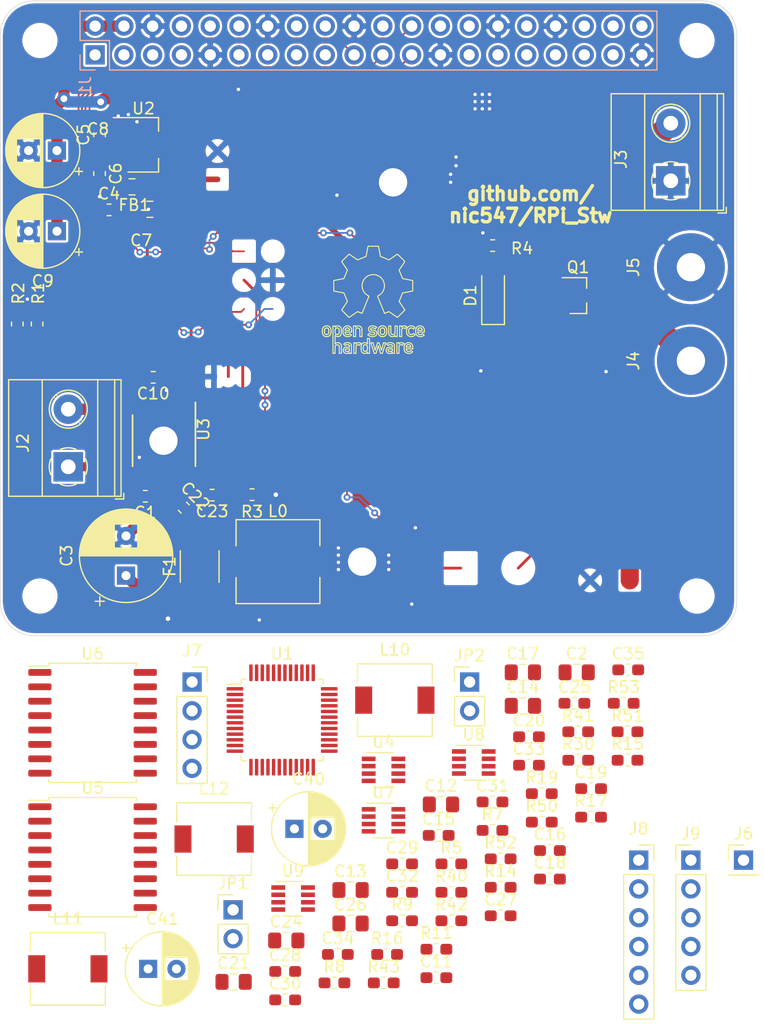
<source format=kicad_pcb>
(kicad_pcb (version 20171130) (host pcbnew "(5.1.5)-3")
  (layers (0 F.Cu signal) (31 B.Cu signal) (34 B.Paste user) (35 F.Paste user) (36 B.SilkS user) (37 F.SilkS user) (38 B.Mask user) (39 F.Mask user) (44 Edge.Cuts user))
  (net 0 "")
  (net 1 GND)
  (net 2 VIN)
  (net 3 SPI_SS)
  (net 4 SPI_SCLK)
  (net 5 SPI_MISO)
  (net 6 SPI_MOSI)
  (net 7 5V)
  (net 8 TRACK_CURRENT)
  (net 9 SWDIO)
  (net 10 SWCLK)
  (net 11 "Net-(D1-Pad2)")
  (net 12 "Net-(J3-Pad2)")
  (net 13 "Net-(C1-Pad1)")
  (net 14 +3V3)
  (net 15 "Net-(R5-Pad1)")
  (net 16 IN1)
  (net 17 IN2)
  (net 18 nSleep)
  (net 19 nFault)
  (net 20 /TRACK_A)
  (net 21 /TRACK_B)
  (net 22 /IMODE)
  (net 23 /PMODE)
  (net 24 "Net-(J7-Pad2)")
  (net 25 "Net-(J7-Pad1)")
  (net 26 ENABLE_18V)
  (net 27 ENABLE_5V)
  (net 28 "Net-(C13-Pad1)")
  (net 29 "Net-(C14-Pad2)")
  (net 30 "Net-(C14-Pad1)")
  (net 31 "Net-(R8-Pad2)")
  (net 32 "Net-(R10-Pad2)")
  (net 33 TRACK_IN_1)
  (net 34 TRACK_IN_2)
  (net 35 "Net-(C22-Pad1)")
  (net 36 "Net-(C23-Pad2)")
  (net 37 "Net-(C23-Pad1)")
  (net 38 18V)
  (net 39 /3V3_UNFILTERED)
  (net 40 /SENSE_TEMP)
  (net 41 NRST)
  (net 42 3V3)
  (net 43 3VA3)
  (net 44 "Net-(C11-Pad2)")
  (net 45 "Net-(C11-Pad1)")
  (net 46 "Net-(C15-Pad2)")
  (net 47 "Net-(C15-Pad1)")
  (net 48 "Net-(C16-Pad2)")
  (net 49 "Net-(C16-Pad1)")
  (net 50 /USB_GND)
  (net 51 /USB+)
  (net 52 /USB_VDD)
  (net 53 "Net-(C20-Pad2)")
  (net 54 "Net-(C20-Pad1)")
  (net 55 "Net-(C21-Pad1)")
  (net 56 "Net-(C25-Pad2)")
  (net 57 "Net-(C25-Pad1)")
  (net 58 "Net-(C30-Pad1)")
  (net 59 "Net-(J7-Pad3)")
  (net 60 EN_SEC_5V)
  (net 61 "Net-(R14-Pad2)")
  (net 62 "Net-(R16-Pad2)")
  (net 63 "Net-(R19-Pad2)")
  (net 64 "Net-(R40-Pad2)")
  (net 65 "Net-(R41-Pad1)")
  (net 66 "Net-(R42-Pad2)")
  (net 67 "Net-(R43-Pad1)")
  (net 68 "Net-(R50-Pad2)")
  (net 69 "Net-(R51-Pad2)")
  (net 70 "Net-(R52-Pad2)")
  (net 71 "Net-(R53-Pad2)")
  (net 72 "Net-(J8-Pad4)")
  (net 73 "Net-(J8-Pad5)")
  (net 74 "Net-(J8-Pad2)")
  (net 75 "Net-(J8-Pad3)")
  (net 76 TRACESWO)
  (net 77 USB_D-)
  (net 78 USB_D+)
  (net 79 UART_RX)
  (net 80 UART_TX)
  (net 81 USB_PIN)
  (module Connector_PinHeader_2.54mm:PinHeader_1x05_P2.54mm_Vertical (layer F.Cu) (at 60.9582 75.7936)
    (fp_text reference J9 (at 0 -2.33) (layer F.SilkS))
    (fp_text value Conn_01x05)
    (pad 5 thru_hole oval (at 0 10.16) (size 1.7 1.7) (drill 1) (layers *.Cu *.Mask) (net 1 GND))
    (pad 4 thru_hole oval (at 0 7.62) (size 1.7 1.7) (drill 1) (layers *.Cu *.Mask) (net 76 TRACESWO))
    (pad 3 thru_hole oval (at 0 5.08) (size 1.7 1.7) (drill 1) (layers *.Cu *.Mask))
    (pad 2 thru_hole oval (at 0 2.54) (size 1.7 1.7) (drill 1) (layers *.Cu *.Mask))
    (pad 1 thru_hole rect (at 0 0) (size 1.7 1.7) (drill 1) (layers *.Cu *.Mask) (net 42 3V3))
  )
  (module Connector_PinSocket_2.54mm:PinSocket_1x06_P2.54mm_Vertical (layer F.Cu) (at 56.3582 75.7936)
    (fp_text reference J8 (at 0 -2.77) (layer F.SilkS))
    (fp_text value Conn_01x06)
    (pad 6 thru_hole oval (at 0 12.7) (size 1.7 1.7) (drill 1) (layers *.Cu *.Mask) (net 53 "Net-(C20-Pad2)"))
    (pad 5 thru_hole oval (at 0 10.16) (size 1.7 1.7) (drill 1) (layers *.Cu *.Mask) (net 73 "Net-(J8-Pad5)"))
    (pad 4 thru_hole oval (at 0 7.62) (size 1.7 1.7) (drill 1) (layers *.Cu *.Mask) (net 72 "Net-(J8-Pad4)"))
    (pad 3 thru_hole oval (at 0 5.08) (size 1.7 1.7) (drill 1) (layers *.Cu *.Mask) (net 75 "Net-(J8-Pad3)"))
    (pad 2 thru_hole oval (at 0 2.54) (size 1.7 1.7) (drill 1) (layers *.Cu *.Mask) (net 74 "Net-(J8-Pad2)"))
    (pad 1 thru_hole rect (at 0 0) (size 1.7 1.7) (drill 1) (layers *.Cu *.Mask) (net 54 "Net-(C20-Pad1)"))
  )
  (module Connector_PinHeader_2.54mm:PinHeader_1x01_P2.54mm_Vertical (layer F.Cu) (at 65.6082 75.7936)
    (fp_text reference J6 (at 0 -2.33) (layer F.SilkS))
    (fp_text value Conn_01x01)
    (pad 1 thru_hole rect (at 0 0) (size 1.7 1.7) (drill 1) (layers *.Cu *.Mask) (net 58 "Net-(C30-Pad1)"))
  )
  (module Package_TO_SOT_SMD:TSOT-23-8 (layer F.Cu) (at 25.8462 79.1828)
    (fp_text reference U9 (at 0 -2.45) (layer F.SilkS))
    (fp_text value SY8303)
    (pad 8 smd rect (at 1.31 -0.97) (size 1.22 0.4) (layers F.Cu F.Paste F.Mask) (net 60 EN_SEC_5V))
    (pad 7 smd rect (at 1.31 -0.33) (size 1.22 0.4) (layers F.Cu F.Paste F.Mask) (net 49 "Net-(C16-Pad1)"))
    (pad 6 smd rect (at 1.31 0.33) (size 1.22 0.4) (layers F.Cu F.Paste F.Mask) (net 48 "Net-(C16-Pad2)"))
    (pad 5 smd rect (at 1.31 0.97) (size 1.22 0.4) (layers F.Cu F.Paste F.Mask) (net 2 VIN))
    (pad 4 smd rect (at -1.31 0.97) (size 1.22 0.4) (layers F.Cu F.Paste F.Mask) (net 1 GND))
    (pad 3 smd rect (at -1.31 0.33) (size 1.22 0.4) (layers F.Cu F.Paste F.Mask) (net 1 GND))
    (pad 2 smd rect (at -1.31 -0.33) (size 1.22 0.4) (layers F.Cu F.Paste F.Mask) (net 70 "Net-(R52-Pad2)"))
    (pad 1 smd rect (at -1.31 -0.97) (size 1.22 0.4) (layers F.Cu F.Paste F.Mask) (net 62 "Net-(R16-Pad2)"))
  )
  (module Package_TO_SOT_SMD:TSOT-23-8 (layer F.Cu) (at 41.7962 67.1828)
    (fp_text reference U8 (at 0 -2.45) (layer F.SilkS))
    (fp_text value SY8303)
    (pad 8 smd rect (at 1.31 -0.97) (size 1.22 0.4) (layers F.Cu F.Paste F.Mask) (net 2 VIN))
    (pad 7 smd rect (at 1.31 -0.33) (size 1.22 0.4) (layers F.Cu F.Paste F.Mask) (net 57 "Net-(C25-Pad1)"))
    (pad 6 smd rect (at 1.31 0.33) (size 1.22 0.4) (layers F.Cu F.Paste F.Mask) (net 56 "Net-(C25-Pad2)"))
    (pad 5 smd rect (at 1.31 0.97) (size 1.22 0.4) (layers F.Cu F.Paste F.Mask) (net 2 VIN))
    (pad 4 smd rect (at -1.31 0.97) (size 1.22 0.4) (layers F.Cu F.Paste F.Mask) (net 1 GND))
    (pad 3 smd rect (at -1.31 0.33) (size 1.22 0.4) (layers F.Cu F.Paste F.Mask) (net 1 GND))
    (pad 2 smd rect (at -1.31 -0.33) (size 1.22 0.4) (layers F.Cu F.Paste F.Mask) (net 69 "Net-(R51-Pad2)"))
    (pad 1 smd rect (at -1.31 -0.97) (size 1.22 0.4) (layers F.Cu F.Paste F.Mask) (net 63 "Net-(R19-Pad2)"))
  )
  (module Package_TO_SOT_SMD:TSOT-23-8 (layer F.Cu) (at 33.8262 72.2828)
    (fp_text reference U7 (at 0 -2.45) (layer F.SilkS))
    (fp_text value SY8303)
    (pad 8 smd rect (at 1.31 -0.97) (size 1.22 0.4) (layers F.Cu F.Paste F.Mask) (net 27 ENABLE_5V))
    (pad 7 smd rect (at 1.31 -0.33) (size 1.22 0.4) (layers F.Cu F.Paste F.Mask) (net 47 "Net-(C15-Pad1)"))
    (pad 6 smd rect (at 1.31 0.33) (size 1.22 0.4) (layers F.Cu F.Paste F.Mask) (net 46 "Net-(C15-Pad2)"))
    (pad 5 smd rect (at 1.31 0.97) (size 1.22 0.4) (layers F.Cu F.Paste F.Mask) (net 2 VIN))
    (pad 4 smd rect (at -1.31 0.97) (size 1.22 0.4) (layers F.Cu F.Paste F.Mask) (net 1 GND))
    (pad 3 smd rect (at -1.31 0.33) (size 1.22 0.4) (layers F.Cu F.Paste F.Mask) (net 1 GND))
    (pad 2 smd rect (at -1.31 -0.33) (size 1.22 0.4) (layers F.Cu F.Paste F.Mask) (net 68 "Net-(R50-Pad2)"))
    (pad 1 smd rect (at -1.31 -0.97) (size 1.22 0.4) (layers F.Cu F.Paste F.Mask) (net 61 "Net-(R14-Pad2)"))
  )
  (module Package_SO:SOIC-16W_7.5x10.3mm_P1.27mm (layer F.Cu) (at 8.1462 63.6828)
    (fp_text reference U6 (at 0 -6.1) (layer F.SilkS))
    (fp_text value ISO3088DW)
    (pad 16 smd roundrect (at 4.65 -4.445) (size 2.05 0.6) (layers F.Cu F.Paste F.Mask) (net 42 3V3))
    (pad 15 smd roundrect (at 4.65 -3.175) (size 2.05 0.6) (layers F.Cu F.Paste F.Mask) (net 1 GND))
    (pad 14 smd roundrect (at 4.65 -1.905) (size 2.05 0.6) (layers F.Cu F.Paste F.Mask))
    (pad 13 smd roundrect (at 4.65 -0.635) (size 2.05 0.6) (layers F.Cu F.Paste F.Mask) (net 80 UART_TX))
    (pad 12 smd roundrect (at 4.65 0.635) (size 2.05 0.6) (layers F.Cu F.Paste F.Mask) (net 79 UART_RX))
    (pad 11 smd roundrect (at 4.65 1.905) (size 2.05 0.6) (layers F.Cu F.Paste F.Mask))
    (pad 10 smd roundrect (at 4.65 3.175) (size 2.05 0.6) (layers F.Cu F.Paste F.Mask) (net 1 GND))
    (pad 9 smd roundrect (at 4.65 4.445) (size 2.05 0.6) (layers F.Cu F.Paste F.Mask) (net 1 GND))
    (pad 8 smd roundrect (at -4.65 4.445) (size 2.05 0.6) (layers F.Cu F.Paste F.Mask) (net 54 "Net-(C20-Pad1)"))
    (pad 7 smd roundrect (at -4.65 3.175) (size 2.05 0.6) (layers F.Cu F.Paste F.Mask) (net 54 "Net-(C20-Pad1)"))
    (pad 6 smd roundrect (at -4.65 1.905) (size 2.05 0.6) (layers F.Cu F.Paste F.Mask) (net 72 "Net-(J8-Pad4)"))
    (pad 5 smd roundrect (at -4.65 0.635) (size 2.05 0.6) (layers F.Cu F.Paste F.Mask) (net 73 "Net-(J8-Pad5)"))
    (pad 4 smd roundrect (at -4.65 -0.635) (size 2.05 0.6) (layers F.Cu F.Paste F.Mask) (net 74 "Net-(J8-Pad2)"))
    (pad 3 smd roundrect (at -4.65 -1.905) (size 2.05 0.6) (layers F.Cu F.Paste F.Mask) (net 75 "Net-(J8-Pad3)"))
    (pad 2 smd roundrect (at -4.65 -3.175) (size 2.05 0.6) (layers F.Cu F.Paste F.Mask) (net 54 "Net-(C20-Pad1)"))
    (pad 1 smd roundrect (at -4.65 -4.445) (size 2.05 0.6) (layers F.Cu F.Paste F.Mask) (net 53 "Net-(C20-Pad2)"))
  )
  (module Package_SO:SOIC-16W_7.5x10.3mm_P1.27mm (layer F.Cu) (at 8.1462 75.5328)
    (fp_text reference U5 (at 0 -6.1) (layer F.SilkS))
    (fp_text value ADUM4160)
    (pad 16 smd roundrect (at 4.65 -4.445) (size 2.05 0.6) (layers F.Cu F.Paste F.Mask) (net 42 3V3))
    (pad 15 smd roundrect (at 4.65 -3.175) (size 2.05 0.6) (layers F.Cu F.Paste F.Mask) (net 1 GND))
    (pad 14 smd roundrect (at 4.65 -1.905) (size 2.05 0.6) (layers F.Cu F.Paste F.Mask) (net 42 3V3))
    (pad 13 smd roundrect (at 4.65 -0.635) (size 2.05 0.6) (layers F.Cu F.Paste F.Mask) (net 42 3V3))
    (pad 12 smd roundrect (at 4.65 0.635) (size 2.05 0.6) (layers F.Cu F.Paste F.Mask) (net 81 USB_PIN))
    (pad 11 smd roundrect (at 4.65 1.905) (size 2.05 0.6) (layers F.Cu F.Paste F.Mask) (net 64 "Net-(R40-Pad2)"))
    (pad 10 smd roundrect (at 4.65 3.175) (size 2.05 0.6) (layers F.Cu F.Paste F.Mask) (net 65 "Net-(R41-Pad1)"))
    (pad 9 smd roundrect (at 4.65 4.445) (size 2.05 0.6) (layers F.Cu F.Paste F.Mask) (net 1 GND))
    (pad 8 smd roundrect (at -4.65 4.445) (size 2.05 0.6) (layers F.Cu F.Paste F.Mask) (net 50 /USB_GND))
    (pad 7 smd roundrect (at -4.65 3.175) (size 2.05 0.6) (layers F.Cu F.Paste F.Mask) (net 66 "Net-(R42-Pad2)"))
    (pad 6 smd roundrect (at -4.65 1.905) (size 2.05 0.6) (layers F.Cu F.Paste F.Mask) (net 67 "Net-(R43-Pad1)"))
    (pad 5 smd roundrect (at -4.65 0.635) (size 2.05 0.6) (layers F.Cu F.Paste F.Mask) (net 52 /USB_VDD))
    (pad 4 smd roundrect (at -4.65 -0.635) (size 2.05 0.6) (layers F.Cu F.Paste F.Mask) (net 52 /USB_VDD))
    (pad 3 smd roundrect (at -4.65 -1.905) (size 2.05 0.6) (layers F.Cu F.Paste F.Mask) (net 52 /USB_VDD))
    (pad 2 smd roundrect (at -4.65 -3.175) (size 2.05 0.6) (layers F.Cu F.Paste F.Mask) (net 50 /USB_GND))
    (pad 1 smd roundrect (at -4.65 -4.445) (size 2.05 0.6) (layers F.Cu F.Paste F.Mask) (net 51 /USB+))
  )
  (module Package_TO_SOT_SMD:TSOT-23-8 (layer F.Cu) (at 33.8262 67.8328)
    (fp_text reference U4 (at 0 -2.45) (layer F.SilkS))
    (fp_text value SY8303)
    (pad 8 smd rect (at 1.31 -0.97) (size 1.22 0.4) (layers F.Cu F.Paste F.Mask) (net 26 ENABLE_18V))
    (pad 7 smd rect (at 1.31 -0.33) (size 1.22 0.4) (layers F.Cu F.Paste F.Mask) (net 45 "Net-(C11-Pad1)"))
    (pad 6 smd rect (at 1.31 0.33) (size 1.22 0.4) (layers F.Cu F.Paste F.Mask) (net 44 "Net-(C11-Pad2)"))
    (pad 5 smd rect (at 1.31 0.97) (size 1.22 0.4) (layers F.Cu F.Paste F.Mask) (net 2 VIN))
    (pad 4 smd rect (at -1.31 0.97) (size 1.22 0.4) (layers F.Cu F.Paste F.Mask) (net 1 GND))
    (pad 3 smd rect (at -1.31 0.33) (size 1.22 0.4) (layers F.Cu F.Paste F.Mask) (net 1 GND))
    (pad 2 smd rect (at -1.31 -0.33) (size 1.22 0.4) (layers F.Cu F.Paste F.Mask) (net 71 "Net-(R53-Pad2)"))
    (pad 1 smd rect (at -1.31 -0.97) (size 1.22 0.4) (layers F.Cu F.Paste F.Mask) (net 31 "Net-(R8-Pad2)"))
  )
  (module Package_QFP:LQFP-48_7x7mm_P0.5mm (layer F.Cu) (at 24.8762 63.4328)
    (fp_text reference U1 (at 0 -5.85) (layer F.SilkS))
    (fp_text value STM32F103C8Tx)
    (pad 48 smd roundrect (at -2.75 -4.1625) (size 0.3 1.475) (layers F.Cu F.Paste F.Mask) (net 42 3V3))
    (pad 47 smd roundrect (at -2.25 -4.1625) (size 0.3 1.475) (layers F.Cu F.Paste F.Mask) (net 1 GND))
    (pad 46 smd roundrect (at -1.75 -4.1625) (size 0.3 1.475) (layers F.Cu F.Paste F.Mask))
    (pad 45 smd roundrect (at -1.25 -4.1625) (size 0.3 1.475) (layers F.Cu F.Paste F.Mask))
    (pad 44 smd roundrect (at -0.75 -4.1625) (size 0.3 1.475) (layers F.Cu F.Paste F.Mask))
    (pad 43 smd roundrect (at -0.25 -4.1625) (size 0.3 1.475) (layers F.Cu F.Paste F.Mask))
    (pad 42 smd roundrect (at 0.25 -4.1625) (size 0.3 1.475) (layers F.Cu F.Paste F.Mask))
    (pad 41 smd roundrect (at 0.75 -4.1625) (size 0.3 1.475) (layers F.Cu F.Paste F.Mask))
    (pad 40 smd roundrect (at 1.25 -4.1625) (size 0.3 1.475) (layers F.Cu F.Paste F.Mask))
    (pad 39 smd roundrect (at 1.75 -4.1625) (size 0.3 1.475) (layers F.Cu F.Paste F.Mask) (net 76 TRACESWO))
    (pad 38 smd roundrect (at 2.25 -4.1625) (size 0.3 1.475) (layers F.Cu F.Paste F.Mask))
    (pad 37 smd roundrect (at 2.75 -4.1625) (size 0.3 1.475) (layers F.Cu F.Paste F.Mask))
    (pad 36 smd roundrect (at 4.1625 -2.75) (size 1.475 0.3) (layers F.Cu F.Paste F.Mask) (net 42 3V3))
    (pad 35 smd roundrect (at 4.1625 -2.25) (size 1.475 0.3) (layers F.Cu F.Paste F.Mask) (net 1 GND))
    (pad 34 smd roundrect (at 4.1625 -1.75) (size 1.475 0.3) (layers F.Cu F.Paste F.Mask))
    (pad 33 smd roundrect (at 4.1625 -1.25) (size 1.475 0.3) (layers F.Cu F.Paste F.Mask) (net 78 USB_D+))
    (pad 32 smd roundrect (at 4.1625 -0.75) (size 1.475 0.3) (layers F.Cu F.Paste F.Mask) (net 77 USB_D-))
    (pad 31 smd roundrect (at 4.1625 -0.25) (size 1.475 0.3) (layers F.Cu F.Paste F.Mask) (net 79 UART_RX))
    (pad 30 smd roundrect (at 4.1625 0.25) (size 1.475 0.3) (layers F.Cu F.Paste F.Mask) (net 80 UART_TX))
    (pad 29 smd roundrect (at 4.1625 0.75) (size 1.475 0.3) (layers F.Cu F.Paste F.Mask) (net 81 USB_PIN))
    (pad 28 smd roundrect (at 4.1625 1.25) (size 1.475 0.3) (layers F.Cu F.Paste F.Mask))
    (pad 27 smd roundrect (at 4.1625 1.75) (size 1.475 0.3) (layers F.Cu F.Paste F.Mask))
    (pad 26 smd roundrect (at 4.1625 2.25) (size 1.475 0.3) (layers F.Cu F.Paste F.Mask))
    (pad 25 smd roundrect (at 4.1625 2.75) (size 1.475 0.3) (layers F.Cu F.Paste F.Mask) (net 17 IN2))
    (pad 24 smd roundrect (at 2.75 4.1625) (size 0.3 1.475) (layers F.Cu F.Paste F.Mask) (net 42 3V3))
    (pad 23 smd roundrect (at 2.25 4.1625) (size 0.3 1.475) (layers F.Cu F.Paste F.Mask) (net 1 GND))
    (pad 22 smd roundrect (at 1.75 4.1625) (size 0.3 1.475) (layers F.Cu F.Paste F.Mask) (net 16 IN1))
    (pad 21 smd roundrect (at 1.25 4.1625) (size 0.3 1.475) (layers F.Cu F.Paste F.Mask) (net 19 nFault))
    (pad 20 smd roundrect (at 0.75 4.1625) (size 0.3 1.475) (layers F.Cu F.Paste F.Mask) (net 18 nSleep))
    (pad 19 smd roundrect (at 0.25 4.1625) (size 0.3 1.475) (layers F.Cu F.Paste F.Mask) (net 8 TRACK_CURRENT))
    (pad 18 smd roundrect (at -0.25 4.1625) (size 0.3 1.475) (layers F.Cu F.Paste F.Mask))
    (pad 17 smd roundrect (at -0.75 4.1625) (size 0.3 1.475) (layers F.Cu F.Paste F.Mask) (net 6 SPI_MOSI))
    (pad 16 smd roundrect (at -1.25 4.1625) (size 0.3 1.475) (layers F.Cu F.Paste F.Mask) (net 5 SPI_MISO))
    (pad 15 smd roundrect (at -1.75 4.1625) (size 0.3 1.475) (layers F.Cu F.Paste F.Mask) (net 4 SPI_SCLK))
    (pad 14 smd roundrect (at -2.25 4.1625) (size 0.3 1.475) (layers F.Cu F.Paste F.Mask) (net 3 SPI_SS))
    (pad 13 smd roundrect (at -2.75 4.1625) (size 0.3 1.475) (layers F.Cu F.Paste F.Mask))
    (pad 12 smd roundrect (at -4.1625 2.75) (size 1.475 0.3) (layers F.Cu F.Paste F.Mask))
    (pad 11 smd roundrect (at -4.1625 2.25) (size 1.475 0.3) (layers F.Cu F.Paste F.Mask))
    (pad 10 smd roundrect (at -4.1625 1.75) (size 1.475 0.3) (layers F.Cu F.Paste F.Mask))
    (pad 9 smd roundrect (at -4.1625 1.25) (size 1.475 0.3) (layers F.Cu F.Paste F.Mask) (net 43 3VA3))
    (pad 8 smd roundrect (at -4.1625 0.75) (size 1.475 0.3) (layers F.Cu F.Paste F.Mask) (net 1 GND))
    (pad 7 smd roundrect (at -4.1625 0.25) (size 1.475 0.3) (layers F.Cu F.Paste F.Mask) (net 58 "Net-(C30-Pad1)"))
    (pad 6 smd roundrect (at -4.1625 -0.25) (size 1.475 0.3) (layers F.Cu F.Paste F.Mask))
    (pad 5 smd roundrect (at -4.1625 -0.75) (size 1.475 0.3) (layers F.Cu F.Paste F.Mask))
    (pad 4 smd roundrect (at -4.1625 -1.25) (size 1.475 0.3) (layers F.Cu F.Paste F.Mask))
    (pad 3 smd roundrect (at -4.1625 -1.75) (size 1.475 0.3) (layers F.Cu F.Paste F.Mask))
    (pad 2 smd roundrect (at -4.1625 -2.25) (size 1.475 0.3) (layers F.Cu F.Paste F.Mask))
    (pad 1 smd roundrect (at -4.1625 -2.75) (size 1.475 0.3) (layers F.Cu F.Paste F.Mask) (net 42 3V3))
  )
  (module Resistor_SMD:R_0603_1608Metric_Pad1.05x0.95mm_HandSolder (layer F.Cu) (at 55.0262 61.9628)
    (fp_text reference R53 (at 0 -1.43) (layer F.SilkS))
    (fp_text value 40K)
    (pad 2 smd roundrect (at 0.875 0) (size 1.05 0.95) (layers F.Cu F.Paste F.Mask) (net 71 "Net-(R53-Pad2)"))
    (pad 1 smd roundrect (at -0.875 0) (size 1.05 0.95) (layers F.Cu F.Paste F.Mask) (net 1 GND))
  )
  (module Resistor_SMD:R_0603_1608Metric_Pad1.05x0.95mm_HandSolder (layer F.Cu) (at 44.1662 75.6828)
    (fp_text reference R52 (at 0 -1.43) (layer F.SilkS))
    (fp_text value 40K)
    (pad 2 smd roundrect (at 0.875 0) (size 1.05 0.95) (layers F.Cu F.Paste F.Mask) (net 70 "Net-(R52-Pad2)"))
    (pad 1 smd roundrect (at -0.875 0) (size 1.05 0.95) (layers F.Cu F.Paste F.Mask) (net 1 GND))
  )
  (module Resistor_SMD:R_0603_1608Metric_Pad1.05x0.95mm_HandSolder (layer F.Cu) (at 55.3662 64.4728)
    (fp_text reference R51 (at 0 -1.43) (layer F.SilkS))
    (fp_text value 40K)
    (pad 2 smd roundrect (at 0.875 0) (size 1.05 0.95) (layers F.Cu F.Paste F.Mask) (net 69 "Net-(R51-Pad2)"))
    (pad 1 smd roundrect (at -0.875 0) (size 1.05 0.95) (layers F.Cu F.Paste F.Mask) (net 1 GND))
  )
  (module Resistor_SMD:R_0603_1608Metric_Pad1.05x0.95mm_HandSolder (layer F.Cu) (at 47.7962 72.4428)
    (fp_text reference R50 (at 0 -1.43) (layer F.SilkS))
    (fp_text value 40K)
    (pad 2 smd roundrect (at 0.875 0) (size 1.05 0.95) (layers F.Cu F.Paste F.Mask) (net 68 "Net-(R50-Pad2)"))
    (pad 1 smd roundrect (at -0.875 0) (size 1.05 0.95) (layers F.Cu F.Paste F.Mask) (net 1 GND))
  )
  (module Resistor_SMD:R_0603_1608Metric_Pad1.05x0.95mm_HandSolder (layer F.Cu) (at 33.8462 86.6228)
    (fp_text reference R43 (at 0 -1.43) (layer F.SilkS))
    (fp_text value 24R)
    (pad 2 smd roundrect (at 0.875 0) (size 1.05 0.95) (layers F.Cu F.Paste F.Mask) (net 59 "Net-(J7-Pad3)"))
    (pad 1 smd roundrect (at -0.875 0) (size 1.05 0.95) (layers F.Cu F.Paste F.Mask) (net 67 "Net-(R43-Pad1)"))
  )
  (module Resistor_SMD:R_0603_1608Metric_Pad1.05x0.95mm_HandSolder (layer F.Cu) (at 39.8162 81.1428)
    (fp_text reference R42 (at 0 -1.43) (layer F.SilkS))
    (fp_text value 24R)
    (pad 2 smd roundrect (at 0.875 0) (size 1.05 0.95) (layers F.Cu F.Paste F.Mask) (net 66 "Net-(R42-Pad2)"))
    (pad 1 smd roundrect (at -0.875 0) (size 1.05 0.95) (layers F.Cu F.Paste F.Mask) (net 24 "Net-(J7-Pad2)"))
  )
  (module Resistor_SMD:R_0603_1608Metric_Pad1.05x0.95mm_HandSolder (layer F.Cu) (at 51.0162 64.4728)
    (fp_text reference R41 (at 0 -1.43) (layer F.SilkS))
    (fp_text value 24R)
    (pad 2 smd roundrect (at 0.875 0) (size 1.05 0.95) (layers F.Cu F.Paste F.Mask) (net 78 USB_D+))
    (pad 1 smd roundrect (at -0.875 0) (size 1.05 0.95) (layers F.Cu F.Paste F.Mask) (net 65 "Net-(R41-Pad1)"))
  )
  (module Resistor_SMD:R_0603_1608Metric_Pad1.05x0.95mm_HandSolder (layer F.Cu) (at 39.8162 78.6328)
    (fp_text reference R40 (at 0 -1.43) (layer F.SilkS))
    (fp_text value 24R)
    (pad 2 smd roundrect (at 0.875 0) (size 1.05 0.95) (layers F.Cu F.Paste F.Mask) (net 64 "Net-(R40-Pad2)"))
    (pad 1 smd roundrect (at -0.875 0) (size 1.05 0.95) (layers F.Cu F.Paste F.Mask) (net 77 USB_D-))
  )
  (module Resistor_SMD:R_0603_1608Metric_Pad1.05x0.95mm_HandSolder (layer F.Cu) (at 51.0162 66.9828)
    (fp_text reference R30 (at 0 -1.43) (layer F.SilkS))
    (fp_text value 22.1K)
    (pad 2 smd roundrect (at 0.875 0) (size 1.05 0.95) (layers F.Cu F.Paste F.Mask) (net 1 GND))
    (pad 1 smd roundrect (at -0.875 0) (size 1.05 0.95) (layers F.Cu F.Paste F.Mask) (net 63 "Net-(R19-Pad2)"))
  )
  (module Resistor_SMD:R_0603_1608Metric_Pad1.05x0.95mm_HandSolder (layer F.Cu) (at 47.7962 69.9328)
    (fp_text reference R19 (at 0 -1.43) (layer F.SilkS))
    (fp_text value 100K)
    (pad 2 smd roundrect (at 0.875 0) (size 1.05 0.95) (layers F.Cu F.Paste F.Mask) (net 63 "Net-(R19-Pad2)"))
    (pad 1 smd roundrect (at -0.875 0) (size 1.05 0.95) (layers F.Cu F.Paste F.Mask) (net 42 3V3))
  )
  (module Resistor_SMD:R_0603_1608Metric_Pad1.05x0.95mm_HandSolder (layer F.Cu) (at 52.1462 72.0028)
    (fp_text reference R17 (at 0 -1.43) (layer F.SilkS))
    (fp_text value 13.7K)
    (pad 2 smd roundrect (at 0.875 0) (size 1.05 0.95) (layers F.Cu F.Paste F.Mask) (net 1 GND))
    (pad 1 smd roundrect (at -0.875 0) (size 1.05 0.95) (layers F.Cu F.Paste F.Mask) (net 62 "Net-(R16-Pad2)"))
  )
  (module Resistor_SMD:R_0603_1608Metric_Pad1.05x0.95mm_HandSolder (layer F.Cu) (at 34.1462 84.1128)
    (fp_text reference R16 (at 0 -1.43) (layer F.SilkS))
    (fp_text value 100K)
    (pad 2 smd roundrect (at 0.875 0) (size 1.05 0.95) (layers F.Cu F.Paste F.Mask) (net 62 "Net-(R16-Pad2)"))
    (pad 1 smd roundrect (at -0.875 0) (size 1.05 0.95) (layers F.Cu F.Paste F.Mask) (net 55 "Net-(C21-Pad1)"))
  )
  (module Resistor_SMD:R_0603_1608Metric_Pad1.05x0.95mm_HandSolder (layer F.Cu) (at 55.3662 66.9828)
    (fp_text reference R15 (at 0 -1.43) (layer F.SilkS))
    (fp_text value 13.7K)
    (pad 2 smd roundrect (at 0.875 0) (size 1.05 0.95) (layers F.Cu F.Paste F.Mask) (net 1 GND))
    (pad 1 smd roundrect (at -0.875 0) (size 1.05 0.95) (layers F.Cu F.Paste F.Mask) (net 61 "Net-(R14-Pad2)"))
  )
  (module Resistor_SMD:R_0603_1608Metric_Pad1.05x0.95mm_HandSolder (layer F.Cu) (at 44.1662 78.1928)
    (fp_text reference R14 (at 0 -1.43) (layer F.SilkS))
    (fp_text value 100K)
    (pad 2 smd roundrect (at 0.875 0) (size 1.05 0.95) (layers F.Cu F.Paste F.Mask) (net 61 "Net-(R14-Pad2)"))
    (pad 1 smd roundrect (at -0.875 0) (size 1.05 0.95) (layers F.Cu F.Paste F.Mask) (net 7 5V))
  )
  (module Resistor_SMD:R_0603_1608Metric_Pad1.05x0.95mm_HandSolder (layer F.Cu) (at 38.4962 83.6528)
    (fp_text reference R11 (at 0 -1.43) (layer F.SilkS))
    (fp_text value 10K)
    (pad 2 smd roundrect (at 0.875 0) (size 1.05 0.95) (layers F.Cu F.Paste F.Mask) (net 1 GND))
    (pad 1 smd roundrect (at -0.875 0) (size 1.05 0.95) (layers F.Cu F.Paste F.Mask) (net 60 EN_SEC_5V))
  )
  (module Resistor_SMD:R_0603_1608Metric_Pad1.05x0.95mm_HandSolder (layer F.Cu) (at 35.4662 81.1428)
    (fp_text reference R9 (at 0 -1.43) (layer F.SilkS))
    (fp_text value 3.4K)
    (pad 2 smd roundrect (at 0.875 0) (size 1.05 0.95) (layers F.Cu F.Paste F.Mask) (net 1 GND))
    (pad 1 smd roundrect (at -0.875 0) (size 1.05 0.95) (layers F.Cu F.Paste F.Mask) (net 31 "Net-(R8-Pad2)"))
  )
  (module Resistor_SMD:R_0603_1608Metric_Pad1.05x0.95mm_HandSolder (layer F.Cu) (at 29.4962 86.6228)
    (fp_text reference R8 (at 0 -1.43) (layer F.SilkS))
    (fp_text value 100K)
    (pad 2 smd roundrect (at 0.875 0) (size 1.05 0.95) (layers F.Cu F.Paste F.Mask) (net 31 "Net-(R8-Pad2)"))
    (pad 1 smd roundrect (at -0.875 0) (size 1.05 0.95) (layers F.Cu F.Paste F.Mask) (net 38 18V))
  )
  (module Resistor_SMD:R_0603_1608Metric_Pad1.05x0.95mm_HandSolder (layer F.Cu) (at 43.4462 73.1728)
    (fp_text reference R7 (at 0 -1.43) (layer F.SilkS))
    (fp_text value 10K)
    (pad 2 smd roundrect (at 0.875 0) (size 1.05 0.95) (layers F.Cu F.Paste F.Mask) (net 1 GND))
    (pad 1 smd roundrect (at -0.875 0) (size 1.05 0.95) (layers F.Cu F.Paste F.Mask) (net 27 ENABLE_5V))
  )
  (module Resistor_SMD:R_0603_1608Metric_Pad1.05x0.95mm_HandSolder (layer F.Cu) (at 39.8162 76.1228)
    (fp_text reference R5 (at 0 -1.43) (layer F.SilkS))
    (fp_text value 10K)
    (pad 2 smd roundrect (at 0.875 0) (size 1.05 0.95) (layers F.Cu F.Paste F.Mask) (net 1 GND))
    (pad 1 smd roundrect (at -0.875 0) (size 1.05 0.95) (layers F.Cu F.Paste F.Mask) (net 26 ENABLE_18V))
  )
  (module Package_TO_SOT_SMD:SOT-23 (layer F.Cu) (at 51 26)
    (fp_text reference Q1 (at 0 -2.5) (layer F.SilkS))
    (fp_text value Q_PMOS_GDS)
    (pad 3 smd rect (at 1 0) (size 0.9 0.8) (layers F.Cu F.Paste F.Mask) (net 12 "Net-(J3-Pad2)"))
    (pad 2 smd rect (at -1 0.95) (size 0.9 0.8) (layers F.Cu F.Paste F.Mask) (net 2 VIN))
    (pad 1 smd rect (at -1 -0.95) (size 0.9 0.8) (layers F.Cu F.Paste F.Mask) (net 11 "Net-(D1-Pad2)"))
  )
  (module Inductor_SMD:L_6.3x6.3_H3 (layer F.Cu) (at 18.8762 73.9328)
    (fp_text reference L12 (at 0 -4.45) (layer F.SilkS))
    (fp_text value 3.3uH)
    (pad 2 smd rect (at 2.75 0) (size 1.5 2.4) (layers F.Cu F.Paste F.Mask) (net 56 "Net-(C25-Pad2)"))
    (pad 1 smd rect (at -2.75 0) (size 1.5 2.4) (layers F.Cu F.Paste F.Mask) (net 42 3V3))
  )
  (module Inductor_SMD:L_6.3x6.3_H3 (layer F.Cu) (at 5.9662 85.3828)
    (fp_text reference L11 (at 0 -4.45) (layer F.SilkS))
    (fp_text value 3.3uH)
    (pad 2 smd rect (at 2.75 0) (size 1.5 2.4) (layers F.Cu F.Paste F.Mask) (net 46 "Net-(C15-Pad2)"))
    (pad 1 smd rect (at -2.75 0) (size 1.5 2.4) (layers F.Cu F.Paste F.Mask) (net 7 5V))
  )
  (module Inductor_SMD:L_6.3x6.3_H3 (layer F.Cu) (at 34.8262 61.6828)
    (fp_text reference L10 (at 0 -4.45) (layer F.SilkS))
    (fp_text value 3.3uH)
    (pad 2 smd rect (at 2.75 0) (size 1.5 2.4) (layers F.Cu F.Paste F.Mask) (net 48 "Net-(C16-Pad2)"))
    (pad 1 smd rect (at -2.75 0) (size 1.5 2.4) (layers F.Cu F.Paste F.Mask) (net 55 "Net-(C21-Pad1)"))
  )
  (module Connector_PinHeader_2.54mm:PinHeader_1x02_P2.54mm_Vertical (layer F.Cu) (at 41.4262 60.0828)
    (fp_text reference JP2 (at 0 -2.33) (layer F.SilkS))
    (fp_text value Jumper)
    (pad 2 thru_hole oval (at 0 2.54) (size 1.7 1.7) (drill 1) (layers *.Cu *.Mask) (net 53 "Net-(C20-Pad2)"))
    (pad 1 thru_hole rect (at 0 0) (size 1.7 1.7) (drill 1) (layers *.Cu *.Mask) (net 55 "Net-(C21-Pad1)"))
  )
  (module Connector_PinHeader_2.54mm:PinHeader_1x02_P2.54mm_Vertical (layer F.Cu) (at 20.5462 80.1828)
    (fp_text reference JP1 (at 0 -2.33) (layer F.SilkS))
    (fp_text value Jumper)
    (pad 2 thru_hole oval (at 0 2.54) (size 1.7 1.7) (drill 1) (layers *.Cu *.Mask) (net 54 "Net-(C20-Pad1)"))
    (pad 1 thru_hole rect (at 0 0) (size 1.7 1.7) (drill 1) (layers *.Cu *.Mask) (net 1 GND))
  )
  (module Connector_PinSocket_2.54mm:PinSocket_1x04_P2.54mm_Vertical (layer F.Cu) (at 16.9262 60.0828)
    (fp_text reference J7 (at 0 -2.77) (layer F.SilkS))
    (fp_text value Conn_01x04)
    (pad 4 thru_hole oval (at 0 7.62) (size 1.7 1.7) (drill 1) (layers *.Cu *.Mask) (net 50 /USB_GND))
    (pad 3 thru_hole oval (at 0 5.08) (size 1.7 1.7) (drill 1) (layers *.Cu *.Mask) (net 59 "Net-(J7-Pad3)"))
    (pad 2 thru_hole oval (at 0 2.54) (size 1.7 1.7) (drill 1) (layers *.Cu *.Mask) (net 24 "Net-(J7-Pad2)"))
    (pad 1 thru_hole rect (at 0 0) (size 1.7 1.7) (drill 1) (layers *.Cu *.Mask) (net 51 /USB+))
  )
  (module Diode_SMD:D_MiniMELF (layer F.Cu) (at 43.5 26 90)
    (fp_text reference D1 (at 0 -2 90) (layer F.SilkS))
    (fp_text value 12V)
    (pad 2 smd rect (at 1.75 0 90) (size 1.3 1.7) (layers F.Cu F.Paste F.Mask) (net 11 "Net-(D1-Pad2)"))
    (pad 1 smd rect (at -1.75 0 90) (size 1.3 1.7) (layers F.Cu F.Paste F.Mask) (net 2 VIN))
  )
  (module Capacitor_THT:CP_Radial_D6.3mm_P2.50mm (layer F.Cu) (at 13.051441 85.3828)
    (fp_text reference C41 (at 1.25 -4.4) (layer F.SilkS))
    (fp_text value 35V/100uF)
    (pad 2 thru_hole circle (at 2.5 0) (size 1.6 1.6) (drill 0.8) (layers *.Cu *.Mask) (net 1 GND))
    (pad 1 thru_hole rect (at 0 0) (size 1.6 1.6) (drill 0.8) (layers *.Cu *.Mask) (net 2 VIN))
  )
  (module Capacitor_THT:CP_Radial_D6.3mm_P2.50mm (layer F.Cu) (at 25.961441 73.0328)
    (fp_text reference C40 (at 1.25 -4.4) (layer F.SilkS))
    (fp_text value 35V/100uF)
    (pad 2 thru_hole circle (at 2.5 0) (size 1.6 1.6) (drill 0.8) (layers *.Cu *.Mask) (net 1 GND))
    (pad 1 thru_hole rect (at 0 0) (size 1.6 1.6) (drill 0.8) (layers *.Cu *.Mask) (net 38 18V))
  )
  (module Capacitor_SMD:C_0603_1608Metric_Pad1.05x0.95mm_HandSolder (layer F.Cu) (at 55.4262 59.0128)
    (fp_text reference C35 (at 0 -1.43) (layer F.SilkS))
    (fp_text value 35V/100nF)
    (pad 2 smd roundrect (at 0.875 0) (size 1.05 0.95) (layers F.Cu F.Paste F.Mask) (net 43 3VA3))
    (pad 1 smd roundrect (at -0.875 0) (size 1.05 0.95) (layers F.Cu F.Paste F.Mask) (net 1 GND))
  )
  (module Capacitor_SMD:C_0603_1608Metric_Pad1.05x0.95mm_HandSolder (layer F.Cu) (at 29.7962 84.1128)
    (fp_text reference C34 (at 0 -1.43) (layer F.SilkS))
    (fp_text value 35V/10nF)
    (pad 2 smd roundrect (at 0.875 0) (size 1.05 0.95) (layers F.Cu F.Paste F.Mask) (net 43 3VA3))
    (pad 1 smd roundrect (at -0.875 0) (size 1.05 0.95) (layers F.Cu F.Paste F.Mask) (net 1 GND))
  )
  (module Capacitor_SMD:C_0603_1608Metric_Pad1.05x0.95mm_HandSolder (layer F.Cu) (at 46.6662 67.4228)
    (fp_text reference C33 (at 0 -1.43) (layer F.SilkS))
    (fp_text value 35V/100nF)
    (pad 2 smd roundrect (at 0.875 0) (size 1.05 0.95) (layers F.Cu F.Paste F.Mask) (net 1 GND))
    (pad 1 smd roundrect (at -0.875 0) (size 1.05 0.95) (layers F.Cu F.Paste F.Mask) (net 42 3V3))
  )
  (module Capacitor_SMD:C_0603_1608Metric_Pad1.05x0.95mm_HandSolder (layer F.Cu) (at 35.4662 78.6328)
    (fp_text reference C32 (at 0 -1.43) (layer F.SilkS))
    (fp_text value 35V/100nF)
    (pad 2 smd roundrect (at 0.875 0) (size 1.05 0.95) (layers F.Cu F.Paste F.Mask) (net 1 GND))
    (pad 1 smd roundrect (at -0.875 0) (size 1.05 0.95) (layers F.Cu F.Paste F.Mask) (net 42 3V3))
  )
  (module Capacitor_SMD:C_0603_1608Metric_Pad1.05x0.95mm_HandSolder (layer F.Cu) (at 43.4462 70.6628)
    (fp_text reference C31 (at 0 -1.43) (layer F.SilkS))
    (fp_text value 35V/100nF)
    (pad 2 smd roundrect (at 0.875 0) (size 1.05 0.95) (layers F.Cu F.Paste F.Mask) (net 1 GND))
    (pad 1 smd roundrect (at -0.875 0) (size 1.05 0.95) (layers F.Cu F.Paste F.Mask) (net 42 3V3))
  )
  (module Capacitor_SMD:C_0603_1608Metric_Pad1.05x0.95mm_HandSolder (layer F.Cu) (at 25.1462 88.1228)
    (fp_text reference C30 (at 0 -1.43) (layer F.SilkS))
    (fp_text value 35V/100nF)
    (pad 2 smd roundrect (at 0.875 0) (size 1.05 0.95) (layers F.Cu F.Paste F.Mask) (net 1 GND))
    (pad 1 smd roundrect (at -0.875 0) (size 1.05 0.95) (layers F.Cu F.Paste F.Mask) (net 58 "Net-(C30-Pad1)"))
  )
  (module Capacitor_SMD:C_0603_1608Metric_Pad1.05x0.95mm_HandSolder (layer F.Cu) (at 35.4662 76.1228)
    (fp_text reference C29 (at 0 -1.43) (layer F.SilkS))
    (fp_text value 35V/100nF)
    (pad 2 smd roundrect (at 0.875 0) (size 1.05 0.95) (layers F.Cu F.Paste F.Mask) (net 1 GND))
    (pad 1 smd roundrect (at -0.875 0) (size 1.05 0.95) (layers F.Cu F.Paste F.Mask) (net 42 3V3))
  )
  (module Capacitor_SMD:C_0603_1608Metric_Pad1.05x0.95mm_HandSolder (layer F.Cu) (at 25.1462 85.6128)
    (fp_text reference C28 (at 0 -1.43) (layer F.SilkS))
    (fp_text value 35V/100nF)
    (pad 2 smd roundrect (at 0.875 0) (size 1.05 0.95) (layers F.Cu F.Paste F.Mask) (net 42 3V3))
    (pad 1 smd roundrect (at -0.875 0) (size 1.05 0.95) (layers F.Cu F.Paste F.Mask) (net 1 GND))
  )
  (module Capacitor_SMD:C_0603_1608Metric_Pad1.05x0.95mm_HandSolder (layer F.Cu) (at 44.1662 80.7028)
    (fp_text reference C27 (at 0 -1.43) (layer F.SilkS))
    (fp_text value 35V/100nF)
    (pad 2 smd roundrect (at 0.875 0) (size 1.05 0.95) (layers F.Cu F.Paste F.Mask) (net 42 3V3))
    (pad 1 smd roundrect (at -0.875 0) (size 1.05 0.95) (layers F.Cu F.Paste F.Mask) (net 1 GND))
  )
  (module Capacitor_SMD:C_0805_2012Metric_Pad1.15x1.40mm_HandSolder (layer F.Cu) (at 30.9162 81.3828)
    (fp_text reference C26 (at 0 -1.65) (layer F.SilkS))
    (fp_text value 6.3V/47uF)
    (pad 2 smd roundrect (at 1.025 0) (size 1.15 1.4) (layers F.Cu F.Paste F.Mask) (roundrect_rratio 0.217391) (net 1 GND))
    (pad 1 smd roundrect (at -1.025 0) (size 1.15 1.4) (layers F.Cu F.Paste F.Mask) (roundrect_rratio 0.217391) (net 42 3V3))
  )
  (module Capacitor_SMD:C_0603_1608Metric_Pad1.05x0.95mm_HandSolder (layer F.Cu) (at 50.6762 61.9628)
    (fp_text reference C25 (at 0 -1.43) (layer F.SilkS))
    (fp_text value 35V/10nF)
    (pad 2 smd roundrect (at 0.875 0) (size 1.05 0.95) (layers F.Cu F.Paste F.Mask) (net 56 "Net-(C25-Pad2)"))
    (pad 1 smd roundrect (at -0.875 0) (size 1.05 0.95) (layers F.Cu F.Paste F.Mask) (net 57 "Net-(C25-Pad1)"))
  )
  (module Capacitor_SMD:C_0805_2012Metric_Pad1.15x1.40mm_HandSolder (layer F.Cu) (at 25.2462 82.8828)
    (fp_text reference C24 (at 0 -1.65) (layer F.SilkS))
    (fp_text value 35V/10uF)
    (pad 2 smd roundrect (at 1.025 0) (size 1.15 1.4) (layers F.Cu F.Paste F.Mask) (roundrect_rratio 0.217391) (net 2 VIN))
    (pad 1 smd roundrect (at -1.025 0) (size 1.15 1.4) (layers F.Cu F.Paste F.Mask) (roundrect_rratio 0.217391) (net 1 GND))
  )
  (module Capacitor_SMD:C_0805_2012Metric_Pad1.15x1.40mm_HandSolder (layer F.Cu) (at 20.5962 86.5328)
    (fp_text reference C21 (at 0 -1.65) (layer F.SilkS))
    (fp_text value 6.3V/47uF)
    (pad 2 smd roundrect (at 1.025 0) (size 1.15 1.4) (layers F.Cu F.Paste F.Mask) (roundrect_rratio 0.217391) (net 1 GND))
    (pad 1 smd roundrect (at -1.025 0) (size 1.15 1.4) (layers F.Cu F.Paste F.Mask) (roundrect_rratio 0.217391) (net 55 "Net-(C21-Pad1)"))
  )
  (module Capacitor_SMD:C_0603_1608Metric_Pad1.05x0.95mm_HandSolder (layer F.Cu) (at 46.6662 64.9128)
    (fp_text reference C20 (at 0 -1.43) (layer F.SilkS))
    (fp_text value 35V/100nF)
    (pad 2 smd roundrect (at 0.875 0) (size 1.05 0.95) (layers F.Cu F.Paste F.Mask) (net 53 "Net-(C20-Pad2)"))
    (pad 1 smd roundrect (at -0.875 0) (size 1.05 0.95) (layers F.Cu F.Paste F.Mask) (net 54 "Net-(C20-Pad1)"))
  )
  (module Capacitor_SMD:C_0603_1608Metric_Pad1.05x0.95mm_HandSolder (layer F.Cu) (at 52.1462 69.4928)
    (fp_text reference C19 (at 0 -1.43) (layer F.SilkS))
    (fp_text value 35V/100nF)
    (pad 2 smd roundrect (at 0.875 0) (size 1.05 0.95) (layers F.Cu F.Paste F.Mask) (net 50 /USB_GND))
    (pad 1 smd roundrect (at -0.875 0) (size 1.05 0.95) (layers F.Cu F.Paste F.Mask) (net 52 /USB_VDD))
  )
  (module Capacitor_SMD:C_0603_1608Metric_Pad1.05x0.95mm_HandSolder (layer F.Cu) (at 48.5162 77.4628)
    (fp_text reference C18 (at 0 -1.43) (layer F.SilkS))
    (fp_text value 35V/100nF)
    (pad 2 smd roundrect (at 0.875 0) (size 1.05 0.95) (layers F.Cu F.Paste F.Mask) (net 50 /USB_GND))
    (pad 1 smd roundrect (at -0.875 0) (size 1.05 0.95) (layers F.Cu F.Paste F.Mask) (net 51 /USB+))
  )
  (module Capacitor_SMD:C_0805_2012Metric_Pad1.15x1.40mm_HandSolder (layer F.Cu) (at 46.1262 59.2328)
    (fp_text reference C17 (at 0 -1.65) (layer F.SilkS))
    (fp_text value 6.3V/47uF)
    (pad 2 smd roundrect (at 1.025 0) (size 1.15 1.4) (layers F.Cu F.Paste F.Mask) (roundrect_rratio 0.217391) (net 1 GND))
    (pad 1 smd roundrect (at -1.025 0) (size 1.15 1.4) (layers F.Cu F.Paste F.Mask) (roundrect_rratio 0.217391) (net 7 5V))
  )
  (module Capacitor_SMD:C_0603_1608Metric_Pad1.05x0.95mm_HandSolder (layer F.Cu) (at 48.5162 74.9528)
    (fp_text reference C16 (at 0 -1.43) (layer F.SilkS))
    (fp_text value 35V/10nF)
    (pad 2 smd roundrect (at 0.875 0) (size 1.05 0.95) (layers F.Cu F.Paste F.Mask) (net 48 "Net-(C16-Pad2)"))
    (pad 1 smd roundrect (at -0.875 0) (size 1.05 0.95) (layers F.Cu F.Paste F.Mask) (net 49 "Net-(C16-Pad1)"))
  )
  (module Capacitor_SMD:C_0603_1608Metric_Pad1.05x0.95mm_HandSolder (layer F.Cu) (at 38.6962 73.6128)
    (fp_text reference C15 (at 0 -1.43) (layer F.SilkS))
    (fp_text value 35V/10nF)
    (pad 2 smd roundrect (at 0.875 0) (size 1.05 0.95) (layers F.Cu F.Paste F.Mask) (net 46 "Net-(C15-Pad2)"))
    (pad 1 smd roundrect (at -0.875 0) (size 1.05 0.95) (layers F.Cu F.Paste F.Mask) (net 47 "Net-(C15-Pad1)"))
  )
  (module Capacitor_SMD:C_0805_2012Metric_Pad1.15x1.40mm_HandSolder (layer F.Cu) (at 46.1262 62.1828)
    (fp_text reference C14 (at 0 -1.65) (layer F.SilkS))
    (fp_text value 35V/10uF)
    (pad 2 smd roundrect (at 1.025 0) (size 1.15 1.4) (layers F.Cu F.Paste F.Mask) (roundrect_rratio 0.217391) (net 2 VIN))
    (pad 1 smd roundrect (at -1.025 0) (size 1.15 1.4) (layers F.Cu F.Paste F.Mask) (roundrect_rratio 0.217391) (net 1 GND))
  )
  (module Capacitor_SMD:C_0805_2012Metric_Pad1.15x1.40mm_HandSolder (layer F.Cu) (at 30.9162 78.4328)
    (fp_text reference C13 (at 0 -1.65) (layer F.SilkS))
    (fp_text value 35V/10uF)
    (pad 2 smd roundrect (at 1.025 0) (size 1.15 1.4) (layers F.Cu F.Paste F.Mask) (roundrect_rratio 0.217391) (net 1 GND))
    (pad 1 smd roundrect (at -1.025 0) (size 1.15 1.4) (layers F.Cu F.Paste F.Mask) (roundrect_rratio 0.217391) (net 38 18V))
  )
  (module Capacitor_SMD:C_0805_2012Metric_Pad1.15x1.40mm_HandSolder (layer F.Cu) (at 38.8962 70.8828)
    (fp_text reference C12 (at 0 -1.65) (layer F.SilkS))
    (fp_text value 35V/10uF)
    (pad 2 smd roundrect (at 1.025 0) (size 1.15 1.4) (layers F.Cu F.Paste F.Mask) (roundrect_rratio 0.217391) (net 2 VIN))
    (pad 1 smd roundrect (at -1.025 0) (size 1.15 1.4) (layers F.Cu F.Paste F.Mask) (roundrect_rratio 0.217391) (net 1 GND))
  )
  (module Capacitor_SMD:C_0603_1608Metric_Pad1.05x0.95mm_HandSolder (layer F.Cu) (at 38.4962 86.1628)
    (fp_text reference C11 (at 0 -1.43) (layer F.SilkS))
    (fp_text value 35V/10nF)
    (pad 2 smd roundrect (at 0.875 0) (size 1.05 0.95) (layers F.Cu F.Paste F.Mask) (net 44 "Net-(C11-Pad2)"))
    (pad 1 smd roundrect (at -0.875 0) (size 1.05 0.95) (layers F.Cu F.Paste F.Mask) (net 45 "Net-(C11-Pad1)"))
  )
  (module Capacitor_SMD:C_0805_2012Metric_Pad1.15x1.40mm_HandSolder (layer F.Cu) (at 50.8762 59.2328)
    (fp_text reference C2 (at 0 -1.65) (layer F.SilkS))
    (fp_text value 35V/10uF)
    (pad 2 smd roundrect (at 1.025 0) (size 1.15 1.4) (layers F.Cu F.Paste F.Mask) (roundrect_rratio 0.217391) (net 2 VIN))
    (pad 1 smd roundrect (at -1.025 0) (size 1.15 1.4) (layers F.Cu F.Paste F.Mask) (roundrect_rratio 0.217391) (net 1 GND))
  )
  (module Resistor_SMD:R_0603_1608Metric_Pad1.05x0.95mm_HandSolder (layer F.Cu) (at 43.4594 21.59 180)
    (fp_text reference R4 (at -2.5908 -0.254) (layer F.SilkS))
    (fp_text value 100kOhm)
    (pad 2 smd roundrect (at 0.875 0 180) (size 1.05 0.95) (layers F.Cu F.Paste F.Mask) (net 1 GND))
    (pad 1 smd roundrect (at -0.875 0 180) (size 1.05 0.95) (layers F.Cu F.Paste F.Mask) (net 11 "Net-(D1-Pad2)"))
  )
  (module Inductor_SMD:L_7.3x7.3_H4.5 (layer F.Cu) (at 24.511 49.4665)
    (fp_text reference L0 (at 0 -4.45) (layer F.SilkS))
    (fp_text value 10uH)
    (pad 2 smd rect (at 3.2 0) (size 1.5 2.2) (layers F.Cu F.Paste F.Mask) (net 44 "Net-(C11-Pad2)"))
    (pad 1 smd rect (at -3.2 0) (size 1.5 2.2) (layers F.Cu F.Paste F.Mask) (net 38 18V))
  )
  (module Capacitor_SMD:C_0603_1608Metric_Pad1.05x0.95mm_HandSolder (layer F.Cu) (at 9.6012 18.4404)
    (fp_text reference C4 (at 0 -1.43) (layer F.SilkS))
    (fp_text value 35V/100nF)
    (pad 2 smd roundrect (at 0.875 0) (size 1.05 0.95) (layers F.Cu F.Paste F.Mask) (net 1 GND))
    (pad 1 smd roundrect (at -0.875 0) (size 1.05 0.95) (layers F.Cu F.Paste F.Mask) (net 42 3V3))
  )
  (module Capacitor_SMD:C_0603_1608Metric_Pad1.05x0.95mm_HandSolder (layer F.Cu) (at 13.5 33.2105 180)
    (fp_text reference C10 (at 0 -1.43) (layer F.SilkS))
    (fp_text value 35V/100nF)
    (pad 2 smd roundrect (at 0.875 0 180) (size 1.05 0.95) (layers F.Cu F.Paste F.Mask) (net 14 +3V3))
    (pad 1 smd roundrect (at -0.875 0 180) (size 1.05 0.95) (layers F.Cu F.Paste F.Mask) (net 1 GND))
  )
  (module Capacitor_SMD:C_0603_1608Metric_Pad1.05x0.95mm_HandSolder (layer F.Cu) (at 18.7 43.6 180)
    (fp_text reference C23 (at 0 -1.43) (layer F.SilkS))
    (fp_text value C)
    (pad 2 smd roundrect (at 0.875 0 180) (size 1.05 0.95) (layers F.Cu F.Paste F.Mask) (net 36 "Net-(C23-Pad2)"))
    (pad 1 smd roundrect (at -0.875 0 180) (size 1.05 0.95) (layers F.Cu F.Paste F.Mask) (net 37 "Net-(C23-Pad1)"))
  )
  (module Capacitor_SMD:C_0603_1608Metric_Pad1.05x0.95mm_HandSolder (layer F.Cu) (at 16.2 44.7 315)
    (fp_text reference C22 (at 0 -1.43 135) (layer F.SilkS))
    (fp_text value C)
    (pad 2 smd roundrect (at 0.875 0 315) (size 1.05 0.95) (layers F.Cu F.Paste F.Mask) (net 13 "Net-(C1-Pad1)"))
    (pad 1 smd roundrect (at -0.875 0 315) (size 1.05 0.95) (layers F.Cu F.Paste F.Mask) (net 35 "Net-(C22-Pad1)"))
  )
  (module Capacitor_THT:CP_Radial_D6.3mm_P2.50mm (layer F.Cu) (at 5.0038 20.32 180)
    (fp_text reference C9 (at 1.25 -4.4) (layer F.SilkS))
    (fp_text value 6.3V/470uF)
    (pad 2 thru_hole circle (at 2.5 0 180) (size 1.6 1.6) (drill 0.8) (layers *.Cu *.Mask) (net 1 GND))
    (pad 1 thru_hole rect (at 0 0 180) (size 1.6 1.6) (drill 0.8) (layers *.Cu *.Mask) (net 7 5V))
  )
  (module Capacitor_THT:CP_Radial_D6.3mm_P2.50mm (layer F.Cu) (at 5 13.208 180)
    (fp_text reference C8 (at -3.636 1.9) (layer F.SilkS))
    (fp_text value 6.3V/470uF)
    (pad 2 thru_hole circle (at 2.5 0 180) (size 1.6 1.6) (drill 0.8) (layers *.Cu *.Mask) (net 1 GND))
    (pad 1 thru_hole rect (at 0 0 180) (size 1.6 1.6) (drill 0.8) (layers *.Cu *.Mask) (net 7 5V))
  )
  (module Package_TO_SOT_SMD:SOT-89-3 (layer F.Cu) (at 12.192 12.7)
    (fp_text reference U2 (at 0.45 -3.2) (layer F.SilkS))
    (fp_text value HT7533)
    (pad 2 smd trapezoid (at -0.0762 0 90) (size 1.5 1) (rect_delta 0 0.7) (layers F.Cu F.Paste F.Mask) (net 2 VIN))
    (pad 2 smd rect (at 1.3335 0 270) (size 2.2 1.84) (layers F.Cu F.Paste F.Mask) (net 2 VIN))
    (pad 3 smd rect (at -1.48 1.5 270) (size 1 1.5) (layers F.Cu F.Paste F.Mask) (net 39 /3V3_UNFILTERED))
    (pad 2 smd rect (at -1.3335 0 270) (size 1 1.8) (layers F.Cu F.Paste F.Mask) (net 2 VIN))
    (pad 1 smd rect (at -1.48 -1.5 270) (size 1 1.5) (layers F.Cu F.Paste F.Mask) (net 1 GND))
    (pad 2 smd trapezoid (at 2.667 0 270) (size 1.6 0.85) (rect_delta 0 0.6) (layers F.Cu F.Paste F.Mask) (net 2 VIN))
  )
  (module Capacitor_SMD:C_0805_2012Metric_Pad1.15x1.40mm_HandSolder (layer F.Cu) (at 13.208 18.3896 180)
    (fp_text reference C7 (at 0.7668 -2.7384) (layer F.SilkS))
    (fp_text value 6.3V/47uF)
    (pad 2 smd roundrect (at 1.025 0 180) (size 1.15 1.4) (layers F.Cu F.Paste F.Mask) (roundrect_rratio 0.217391) (net 1 GND))
    (pad 1 smd roundrect (at -1.025 0 180) (size 1.15 1.4) (layers F.Cu F.Paste F.Mask) (roundrect_rratio 0.217391) (net 43 3VA3))
  )
  (module Capacitor_SMD:C_0603_1608Metric_Pad1.05x0.95mm_HandSolder (layer F.Cu) (at 8.763 15.24 270)
    (fp_text reference C6 (at 0 -1.43 90) (layer F.SilkS))
    (fp_text value 35V/100nF)
    (pad 2 smd roundrect (at 0.875 0 270) (size 1.05 0.95) (layers F.Cu F.Paste F.Mask) (net 1 GND))
    (pad 1 smd roundrect (at -0.875 0 270) (size 1.05 0.95) (layers F.Cu F.Paste F.Mask) (net 39 /3V3_UNFILTERED))
  )
  (module Capacitor_SMD:C_0603_1608Metric_Pad1.05x0.95mm_HandSolder (layer F.Cu) (at 8.763 11.811 90)
    (fp_text reference C5 (at 0 -1.43 90) (layer F.SilkS))
    (fp_text value 35V/100nF)
    (pad 2 smd roundrect (at 0.875 0 90) (size 1.05 0.95) (layers F.Cu F.Paste F.Mask) (net 1 GND))
    (pad 1 smd roundrect (at -0.875 0 90) (size 1.05 0.95) (layers F.Cu F.Paste F.Mask) (net 2 VIN))
  )
  (module Capacitor_SMD:C_0603_1608Metric_Pad1.05x0.95mm_HandSolder (layer F.Cu) (at 12.8 43.7 180)
    (fp_text reference C1 (at 0 -1.43) (layer F.SilkS))
    (fp_text value 35V/100nF)
    (pad 2 smd roundrect (at 0.875 0 180) (size 1.05 0.95) (layers F.Cu F.Paste F.Mask) (net 1 GND))
    (pad 1 smd roundrect (at -0.875 0 180) (size 1.05 0.95) (layers F.Cu F.Paste F.Mask) (net 13 "Net-(C1-Pad1)"))
  )
  (module Capacitor_THT:CP_Radial_D8.0mm_P3.50mm (layer F.Cu) (at 11.1 50.7 90)
    (fp_text reference C3 (at 1.75 -5.25 90) (layer F.SilkS))
    (fp_text value 35V/470uF)
    (pad 2 thru_hole circle (at 3.5 0 90) (size 1.6 1.6) (drill 0.8) (layers *.Cu *.Mask) (net 1 GND))
    (pad 1 thru_hole rect (at 0 0 90) (size 1.6 1.6) (drill 0.8) (layers *.Cu *.Mask) (net 38 18V))
  )
  (module Package_SO:TSSOP-16-1EP_4.4x5mm_P0.65mm (layer F.Cu) (at 14.4 38.8 270)
    (fp_text reference U3 (at -1 -3.55 90) (layer F.SilkS))
    (fp_text value DRV8876)
    (pad 17 smd rect (at -0.735 -1.3425 270) (size 1.47 0.895) (layers F.Cu F.Paste F.Mask) (net 1 GND))
    (pad 17 smd rect (at -0.735 -0.4475 270) (size 1.47 0.895) (layers F.Cu F.Paste F.Mask) (net 1 GND))
    (pad 17 smd rect (at -0.735 0.4475 270) (size 1.47 0.895) (layers F.Cu F.Paste F.Mask) (net 1 GND))
    (pad 17 smd rect (at -0.735 1.3425 270) (size 1.47 0.895) (layers F.Cu F.Paste F.Mask) (net 1 GND))
    (pad 17 smd rect (at 0.735 -1.3425 270) (size 1.47 0.895) (layers F.Cu F.Paste F.Mask) (net 1 GND))
    (pad 17 smd rect (at 0.735 -0.4475 270) (size 1.47 0.895) (layers F.Cu F.Paste F.Mask) (net 1 GND))
    (pad 17 smd rect (at 0.735 0.4475 270) (size 1.47 0.895) (layers F.Cu F.Paste F.Mask) (net 1 GND))
    (pad 17 smd rect (at 0.735 1.3425 270) (size 1.47 0.895) (layers F.Cu F.Paste F.Mask) (net 1 GND))
    (pad 16 smd rect (at 2.775 -2.275 270) (size 1.05 0.45) (layers F.Cu F.Paste F.Mask) (net 23 /PMODE))
    (pad 15 smd rect (at 2.775 -1.625 270) (size 1.05 0.45) (layers F.Cu F.Paste F.Mask) (net 1 GND))
    (pad 14 smd rect (at 2.775 -0.975 270) (size 1.05 0.45) (layers F.Cu F.Paste F.Mask) (net 37 "Net-(C23-Pad1)"))
    (pad 13 smd rect (at 2.775 -0.325 270) (size 1.05 0.45) (layers F.Cu F.Paste F.Mask) (net 36 "Net-(C23-Pad2)"))
    (pad 12 smd rect (at 2.775 0.325 270) (size 1.05 0.45) (layers F.Cu F.Paste F.Mask) (net 35 "Net-(C22-Pad1)"))
    (pad 11 smd rect (at 2.775 0.975 270) (size 1.05 0.45) (layers F.Cu F.Paste F.Mask) (net 13 "Net-(C1-Pad1)"))
    (pad 10 smd rect (at 2.775 1.625 270) (size 1.05 0.45) (layers F.Cu F.Paste F.Mask) (net 20 /TRACK_A))
    (pad 9 smd rect (at 2.775 2.275 270) (size 1.05 0.45) (layers F.Cu F.Paste F.Mask) (net 1 GND))
    (pad 8 smd rect (at -2.775 2.275 270) (size 1.05 0.45) (layers F.Cu F.Paste F.Mask) (net 21 /TRACK_B))
    (pad 7 smd rect (at -2.775 1.625 270) (size 1.05 0.45) (layers F.Cu F.Paste F.Mask) (net 22 /IMODE))
    (pad 6 smd rect (at -2.775 0.975 270) (size 1.05 0.45) (layers F.Cu F.Paste F.Mask) (net 8 TRACK_CURRENT))
    (pad 5 smd rect (at -2.775 0.325 270) (size 1.05 0.45) (layers F.Cu F.Paste F.Mask) (net 14 +3V3))
    (pad 4 smd rect (at -2.775 -0.325 270) (size 1.05 0.45) (layers F.Cu F.Paste F.Mask) (net 19 nFault))
    (pad 3 smd rect (at -2.775 -0.975 270) (size 1.05 0.45) (layers F.Cu F.Paste F.Mask) (net 18 nSleep))
    (pad 2 smd rect (at -2.775 -1.625 270) (size 1.05 0.45) (layers F.Cu F.Paste F.Mask) (net 17 IN2))
    (pad 1 smd rect (at -2.775 -2.275 270) (size 1.05 0.45) (layers F.Cu F.Paste F.Mask) (net 16 IN1))
  )
  (module Resistor_SMD:R_0603_1608Metric_Pad1.05x0.95mm_HandSolder (layer F.Cu) (at 22.225 43.561)
    (fp_text reference R3 (at 0 1.5) (layer F.SilkS))
    (fp_text value R)
    (pad 2 smd roundrect (at 0.875 0) (size 1.05 0.95) (layers F.Cu F.Paste F.Mask) (net 1 GND))
    (pad 1 smd roundrect (at -0.875 0) (size 1.05 0.95) (layers F.Cu F.Paste F.Mask) (net 23 /PMODE))
  )
  (module Resistor_SMD:R_0603_1608Metric_Pad1.05x0.95mm_HandSolder (layer F.Cu) (at 1.5 28.5 90)
    (fp_text reference R2 (at 2.7 0.1 90) (layer F.SilkS))
    (fp_text value R)
    (pad 2 smd roundrect (at 0.875 0 90) (size 1.05 0.95) (layers F.Cu F.Paste F.Mask) (net 1 GND))
    (pad 1 smd roundrect (at -0.875 0 90) (size 1.05 0.95) (layers F.Cu F.Paste F.Mask) (net 22 /IMODE))
  )
  (module Resistor_SMD:R_0603_1608Metric_Pad1.05x0.95mm_HandSolder (layer F.Cu) (at 3.25 28.5 90)
    (fp_text reference R1 (at 2.7 0.1 90) (layer F.SilkS))
    (fp_text value R)
    (pad 2 smd roundrect (at 0.875 0 90) (size 1.05 0.95) (layers F.Cu F.Paste F.Mask) (net 1 GND))
    (pad 1 smd roundrect (at -0.875 0 90) (size 1.05 0.95) (layers F.Cu F.Paste F.Mask) (net 8 TRACK_CURRENT))
  )
  (module TerminalBlock_Phoenix:TerminalBlock_Phoenix_MKDS-1,5-2-5.08_1x02_P5.08mm_Horizontal (layer F.Cu) (at 6 41.1 90)
    (fp_text reference J2 (at 2.1 -4 90) (layer F.SilkS))
    (fp_text value Screw_Terminal_01x02)
    (pad 2 thru_hole circle (at 5.08 0 90) (size 2.6 2.6) (drill 1.3) (layers *.Cu *.Mask) (net 21 /TRACK_B))
    (pad 1 thru_hole rect (at 0 0 90) (size 2.6 2.6) (drill 1.3) (layers *.Cu *.Mask) (net 20 /TRACK_A))
  )
  (module Inductor_SMD:L_0805_2012Metric_Pad1.15x1.40mm_HandSolder (layer F.Cu) (at 11.6332 16.4084 180)
    (fp_text reference FB1 (at -0.2 -1.6) (layer F.SilkS))
    (fp_text value Ferrite_Bead)
    (pad 2 smd roundrect (at 1.025 0 180) (size 1.15 1.4) (layers F.Cu F.Paste F.Mask) (roundrect_rratio 0.217391) (net 39 /3V3_UNFILTERED))
    (pad 1 smd roundrect (at -1.025 0 180) (size 1.15 1.4) (layers F.Cu F.Paste F.Mask) (roundrect_rratio 0.217391) (net 43 3VA3))
  )
  (module Fuse:Fuse_1812_4532Metric_Pad1.30x3.40mm_HandSolder (layer F.Cu) (at 17.6 49.9 90)
    (fp_text reference F1 (at 0 -2.65 90) (layer F.SilkS))
    (fp_text value Polyfuse)
    (pad 2 smd roundrect (at 2.225 0 90) (size 1.3 3.4) (layers F.Cu F.Paste F.Mask) (roundrect_rratio 0.192308) (net 13 "Net-(C1-Pad1)"))
    (pad 1 smd roundrect (at -2.225 0 90) (size 1.3 3.4) (layers F.Cu F.Paste F.Mask) (roundrect_rratio 0.192308) (net 38 18V))
  )
  (module Connector_Wire:SolderWirePad_1x01_Drill2.5mm (layer F.Cu) (at 60.96 23.495 90)
    (fp_text reference J5 (at 0 -5.08 90) (layer F.SilkS))
    (fp_text value Conn_01x01)
    (pad 1 thru_hole circle (at 0 0 90) (size 5.99948 5.99948) (drill 2.49936) (layers *.Cu *.Mask) (net 1 GND))
  )
  (module Connector_Wire:SolderWirePad_1x01_Drill2.5mm (layer F.Cu) (at 60.96 31.75 90)
    (fp_text reference J4 (at 0 -5.08 90) (layer F.SilkS))
    (fp_text value Conn_01x01)
    (pad 1 thru_hole circle (at 0 0 90) (size 5.99948 5.99948) (drill 2.49936) (layers *.Cu *.Mask) (net 12 "Net-(J3-Pad2)"))
  )
  (module TerminalBlock_Phoenix:TerminalBlock_Phoenix_MKDS-1,5-2-5.08_1x02_P5.08mm_Horizontal (layer F.Cu) (at 59.182 15.875 90)
    (fp_text reference J3 (at 1.9 -4.4 90) (layer F.SilkS))
    (fp_text value Screw_Terminal_01x02)
    (pad 2 thru_hole circle (at 5.08 0 90) (size 2.6 2.6) (drill 1.3) (layers *.Cu *.Mask) (net 12 "Net-(J3-Pad2)"))
    (pad 1 thru_hole rect (at 0 0 90) (size 2.6 2.6) (drill 1.3) (layers *.Cu *.Mask) (net 1 GND))
  )
  (module Connector_PinSocket_2.54mm:PinSocket_2x20_P2.54mm_Vertical (layer B.Cu) (at 8.37 4.77 270)
    (fp_text reference J1 (at 2.73 0.87 270) (layer B.SilkS) (effects (justify mirror)))
    (fp_text value Conn_02x20_Odd_Even)
    (pad 40 thru_hole oval (at -2.54 -48.26 270) (size 1.7 1.7) (drill 1) (layers *.Cu *.Mask))
    (pad 39 thru_hole oval (at 0 -48.26 270) (size 1.7 1.7) (drill 1) (layers *.Cu *.Mask) (net 1 GND))
    (pad 38 thru_hole oval (at -2.54 -45.72 270) (size 1.7 1.7) (drill 1) (layers *.Cu *.Mask))
    (pad 37 thru_hole oval (at 0 -45.72 270) (size 1.7 1.7) (drill 1) (layers *.Cu *.Mask))
    (pad 36 thru_hole oval (at -2.54 -43.18 270) (size 1.7 1.7) (drill 1) (layers *.Cu *.Mask))
    (pad 35 thru_hole oval (at 0 -43.18 270) (size 1.7 1.7) (drill 1) (layers *.Cu *.Mask))
    (pad 34 thru_hole oval (at -2.54 -40.64 270) (size 1.7 1.7) (drill 1) (layers *.Cu *.Mask) (net 1 GND))
    (pad 33 thru_hole oval (at 0 -40.64 270) (size 1.7 1.7) (drill 1) (layers *.Cu *.Mask))
    (pad 32 thru_hole oval (at -2.54 -38.1 270) (size 1.7 1.7) (drill 1) (layers *.Cu *.Mask))
    (pad 31 thru_hole oval (at 0 -38.1 270) (size 1.7 1.7) (drill 1) (layers *.Cu *.Mask))
    (pad 30 thru_hole oval (at -2.54 -35.56 270) (size 1.7 1.7) (drill 1) (layers *.Cu *.Mask) (net 1 GND))
    (pad 29 thru_hole oval (at 0 -35.56 270) (size 1.7 1.7) (drill 1) (layers *.Cu *.Mask))
    (pad 28 thru_hole oval (at -2.54 -33.02 270) (size 1.7 1.7) (drill 1) (layers *.Cu *.Mask))
    (pad 27 thru_hole oval (at 0 -33.02 270) (size 1.7 1.7) (drill 1) (layers *.Cu *.Mask))
    (pad 26 thru_hole oval (at -2.54 -30.48 270) (size 1.7 1.7) (drill 1) (layers *.Cu *.Mask))
    (pad 25 thru_hole oval (at 0 -30.48 270) (size 1.7 1.7) (drill 1) (layers *.Cu *.Mask) (net 1 GND))
    (pad 24 thru_hole oval (at -2.54 -27.94 270) (size 1.7 1.7) (drill 1) (layers *.Cu *.Mask) (net 3 SPI_SS))
    (pad 23 thru_hole oval (at 0 -27.94 270) (size 1.7 1.7) (drill 1) (layers *.Cu *.Mask) (net 4 SPI_SCLK))
    (pad 22 thru_hole oval (at -2.54 -25.4 270) (size 1.7 1.7) (drill 1) (layers *.Cu *.Mask))
    (pad 21 thru_hole oval (at 0 -25.4 270) (size 1.7 1.7) (drill 1) (layers *.Cu *.Mask) (net 5 SPI_MISO))
    (pad 20 thru_hole oval (at -2.54 -22.86 270) (size 1.7 1.7) (drill 1) (layers *.Cu *.Mask) (net 1 GND))
    (pad 19 thru_hole oval (at 0 -22.86 270) (size 1.7 1.7) (drill 1) (layers *.Cu *.Mask) (net 6 SPI_MOSI))
    (pad 18 thru_hole oval (at -2.54 -20.32 270) (size 1.7 1.7) (drill 1) (layers *.Cu *.Mask))
    (pad 17 thru_hole oval (at 0 -20.32 270) (size 1.7 1.7) (drill 1) (layers *.Cu *.Mask))
    (pad 16 thru_hole oval (at -2.54 -17.78 270) (size 1.7 1.7) (drill 1) (layers *.Cu *.Mask))
    (pad 15 thru_hole oval (at 0 -17.78 270) (size 1.7 1.7) (drill 1) (layers *.Cu *.Mask))
    (pad 14 thru_hole oval (at -2.54 -15.24 270) (size 1.7 1.7) (drill 1) (layers *.Cu *.Mask) (net 1 GND))
    (pad 13 thru_hole oval (at 0 -15.24 270) (size 1.7 1.7) (drill 1) (layers *.Cu *.Mask))
    (pad 12 thru_hole oval (at -2.54 -12.7 270) (size 1.7 1.7) (drill 1) (layers *.Cu *.Mask))
    (pad 11 thru_hole oval (at 0 -12.7 270) (size 1.7 1.7) (drill 1) (layers *.Cu *.Mask))
    (pad 10 thru_hole oval (at -2.54 -10.16 270) (size 1.7 1.7) (drill 1) (layers *.Cu *.Mask))
    (pad 9 thru_hole oval (at 0 -10.16 270) (size 1.7 1.7) (drill 1) (layers *.Cu *.Mask) (net 1 GND))
    (pad 8 thru_hole oval (at -2.54 -7.62 270) (size 1.7 1.7) (drill 1) (layers *.Cu *.Mask))
    (pad 7 thru_hole oval (at 0 -7.62 270) (size 1.7 1.7) (drill 1) (layers *.Cu *.Mask))
    (pad 6 thru_hole oval (at -2.54 -5.08 270) (size 1.7 1.7) (drill 1) (layers *.Cu *.Mask) (net 1 GND))
    (pad 5 thru_hole oval (at 0 -5.08 270) (size 1.7 1.7) (drill 1) (layers *.Cu *.Mask))
    (pad 4 thru_hole oval (at -2.54 -2.54 270) (size 1.7 1.7) (drill 1) (layers *.Cu *.Mask) (net 7 5V))
    (pad 3 thru_hole oval (at 0 -2.54 270) (size 1.7 1.7) (drill 1) (layers *.Cu *.Mask))
    (pad 2 thru_hole oval (at -2.54 0 270) (size 1.7 1.7) (drill 1) (layers *.Cu *.Mask) (net 7 5V))
    (pad 1 thru_hole rect (at 0 0 270) (size 1.7 1.7) (drill 1) (layers *.Cu *.Mask))
  )
  (module MountingHole:MountingHole_2.7mm_M2.5 (layer F.Cu) (at 61.5 52.5)
    (fp_text reference H4 hide)
    (fp_text value MountingHole)
    (pad 1 np_thru_hole circle (at 0 0) (size 2.7 2.7) (drill 2.7) (layers *.Cu *.Mask))
  )
  (module MountingHole:MountingHole_2.7mm_M2.5 (layer F.Cu) (at 3.5 52.5)
    (fp_text reference H3 hide)
    (fp_text value MountingHole)
    (pad 1 np_thru_hole circle (at 0 0) (size 2.7 2.7) (drill 2.7) (layers *.Cu *.Mask))
  )
  (module MountingHole:MountingHole_2.7mm_M2.5 (layer F.Cu) (at 61.5 3.5)
    (fp_text reference H2 hide)
    (fp_text value MountingHole)
    (pad 1 np_thru_hole circle (at 0 0) (size 2.7 2.7) (drill 2.7) (layers *.Cu *.Mask))
  )
  (module MountingHole:MountingHole_2.7mm_M2.5 (layer F.Cu) (at 3.5 3.5)
    (fp_text reference H1 hide)
    (fp_text value MountingHole)
    (pad 1 np_thru_hole circle (at 0 0) (size 2.7 2.7) (drill 2.7) (layers *.Cu *.Mask))
  )
  (gr_arc (start 37.250779 29.097224) (end 36.697283 28.918946) (angle -10.56281801) (layer F.SilkS) (width 0.09))
  (gr_arc (start 36.964797 28.979497) (end 36.790378 28.773002) (angle -17.61635832) (layer F.SilkS) (width 0.09))
  (gr_arc (start 37.014911 29.279536) (end 36.699844 29.387393) (angle -16.02891937) (layer F.SilkS) (width 0.09))
  (gr_arc (start 37.113847 29.082413) (end 36.800707 29.528712) (angle -16.1720939) (layer F.SilkS) (width 0.09))
  (gr_arc (start 37.052948 29.055204) (end 37.193745 28.695645) (angle -21.80578092) (layer F.SilkS) (width 0.09))
  (gr_arc (start 37.050123 29.032123) (end 36.736063 28.835472) (angle -14.26898473) (layer F.SilkS) (width 0.09))
  (gr_arc (start 37.607462 29.143987) (end 36.673981 29.023431) (angle -7.659089375) (layer F.SilkS) (width 0.09))
  (gr_arc (start 32.783709 28.961062) (end 32.501789 28.956118) (angle -22.20089409) (layer F.SilkS) (width 0.09))
  (gr_arc (start 32.946684 29.324497) (end 32.996681 29.415742) (angle -30.14020267) (layer F.SilkS) (width 0.09))
  (gr_arc (start 32.89259 29.232374) (end 32.937739 29.438336) (angle -17.21765465) (layer F.SilkS) (width 0.09))
  (gr_arc (start 32.947103 29.32846) (end 33.035737 29.378301) (angle -30.60832632) (layer F.SilkS) (width 0.09))
  (gr_arc (start 37.222096 29.207981) (end 36.674643 29.280299) (angle -11.43421622) (layer F.SilkS) (width 0.09))
  (gr_arc (start 37.078823 29.17857) (end 36.937402 29.598269) (angle -18.58050414) (layer F.SilkS) (width 0.09))
  (gr_arc (start 32.975268 29.320015) (end 33.041631 29.290025) (angle -27.52698007) (layer F.SilkS) (width 0.09))
  (gr_arc (start 37.00145 29.055166) (end 37.433121 29.061988) (angle -21.94475768) (layer F.SilkS) (width 0.09))
  (gr_arc (start 36.936969 29.33288) (end 36.741875 29.470196) (angle -20.02964047) (layer F.SilkS) (width 0.09))
  (gr_arc (start 37.050573 29.023332) (end 37.050108 28.669071) (angle -22.00477192) (layer F.SilkS) (width 0.09))
  (gr_arc (start 32.770001 28.926325) (end 32.577946 29.14354) (angle -20.0419429) (layer F.SilkS) (width 0.09))
  (gr_arc (start 32.7187 28.983171) (end 32.520821 29.06301) (angle -26.75406293) (layer F.SilkS) (width 0.09))
  (gr_arc (start 32.793098 28.861755) (end 32.664017 29.196205) (angle -17.39268522) (layer F.SilkS) (width 0.09))
  (gr_line (start 32.93471 29.234991) (end 32.769893 29.219498) (layer F.SilkS) (width 0.09))
  (gr_line (start 37.433121 29.061988) (end 37.433121 29.216055) (layer F.SilkS) (width 0.09))
  (gr_arc (start 37.079908 29.137061) (end 37.078505 29.621454) (angle -21.89880047) (layer F.SilkS) (width 0.09))
  (gr_arc (start 32.918087 29.460108) (end 32.984618 29.244405) (angle -12.91857464) (layer F.SilkS) (width 0.09))
  (gr_arc (start 32.952163 29.351258) (end 33.020258 29.262749) (angle -20.67797078) (layer F.SilkS) (width 0.09))
  (gr_line (start 32.440671 29.455766) (end 32.571501 29.326227) (layer F.SilkS) (width 0.09))
  (gr_arc (start 32.961284 29.324661) (end 33.048765 29.326227) (angle -24.34549023) (layer F.SilkS) (width 0.09))
  (gr_arc (start 37.043994 29.066464) (end 37.318212 28.775368) (angle -21.29906187) (layer F.SilkS) (width 0.09))
  (gr_line (start 37.433121 29.216055) (end 37.433121 29.216055) (layer F.SilkS) (width 0.09))
  (gr_arc (start 37.097729 29.131389) (end 36.917406 28.695052) (angle -18.16259985) (layer F.SilkS) (width 0.09))
  (gr_arc (start 32.86116 29.028671) (end 32.705993 29.415958) (angle -22.36074235) (layer F.SilkS) (width 0.09))
  (gr_arc (start 32.867956 29.119383) (end 32.864998 29.445868) (angle -12.86021397) (layer F.SilkS) (width 0.09))
  (gr_arc (start 32.865365 29.031427) (end 32.571501 29.326227) (angle -22.39693447) (layer F.SilkS) (width 0.09))
  (gr_arc (start 37.087704 29.026698) (end 37.404394 28.900173) (angle -25.69664499) (layer F.SilkS) (width 0.09))
  (gr_arc (start 37.611202 29.154456) (end 36.666242 29.148919) (angle -7.988560624) (layer F.SilkS) (width 0.09))
  (gr_line (start 33.901577 27.531519) (end 33.311209 26.085617) (layer F.SilkS) (width 0.09))
  (gr_arc (start 35.656553 27.264869) (end 35.688373 27.296689) (angle -79.08031138) (layer F.SilkS) (width 0.09))
  (gr_line (start 35.502469 25.791695) (end 35.212398 26.491987) (layer F.SilkS) (width 0.09))
  (gr_arc (start 33.943238 27.514508) (end 33.901577 27.531519) (angle -90.2895947) (layer F.SilkS) (width 0.09))
  (gr_arc (start 34.298348 27.464832) (end 34.323564 27.427561) (angle -56.58031138) (layer F.SilkS) (width 0.09))
  (gr_arc (start 33.35287 26.068607) (end 33.334055 26.027729) (angle -87.49537326) (layer F.SilkS) (width 0.09))
  (gr_line (start 36.371568 25.603434) (end 35.535519 25.76473) (layer F.SilkS) (width 0.09))
  (gr_line (start 35.216701 26.534423) (end 35.693824 27.239653) (layer F.SilkS) (width 0.09))
  (gr_arc (start 35.253973 26.509207) (end 35.212398 26.491987) (angle -56.58031138) (layer F.SilkS) (width 0.09))
  (gr_line (start 36.408044 24.707124) (end 36.408044 25.559249) (layer F.SilkS) (width 0.09))
  (gr_line (start 35.688373 27.296689) (end 35.085829 27.899232) (layer F.SilkS) (width 0.09))
  (gr_line (start 35.028793 27.904684) (end 34.323564 27.427561) (layer F.SilkS) (width 0.09))
  (gr_line (start 34.281127 27.423258) (end 33.960458 27.556083) (layer F.SilkS) (width 0.09))
  (gr_arc (start 36.363044 24.707124) (end 36.408044 24.707124) (angle -79.08031138) (layer F.SilkS) (width 0.09))
  (gr_arc (start 35.054009 27.867412) (end 35.028793 27.904684) (angle -79.08031138) (layer F.SilkS) (width 0.09))
  (gr_line (start 35.535519 24.501643) (end 36.371568 24.662939) (layer F.SilkS) (width 0.09))
  (gr_arc (start 35.544043 25.808915) (end 35.535519 25.76473) (angle -56.58031138) (layer F.SilkS) (width 0.09))
  (gr_arc (start 36.363044 25.559249) (end 36.371568 25.603434) (angle -79.08031138) (layer F.SilkS) (width 0.09))
  (gr_arc (start 35.253973 23.757166) (end 35.216701 23.73195) (angle -56.58031138) (layer F.SilkS) (width 0.09))
  (gr_line (start 35.085829 22.367141) (end 35.688373 22.969684) (layer F.SilkS) (width 0.09))
  (gr_arc (start 34.298348 22.801541) (end 34.281127 22.843116) (angle -56.58031138) (layer F.SilkS) (width 0.09))
  (gr_line (start 30.108015 30.473342) (end 30.108015 31.092198) (layer F.SilkS) (width 0.09))
  (gr_arc (start 29.844862 30.433131) (end 30.082786 30.334283) (angle -28.41122318) (layer F.SilkS) (width 0.09))
  (gr_line (start 29.473086 24.662939) (end 30.309136 24.501643) (layer F.SilkS) (width 0.09))
  (gr_line (start 29.552006 31.092198) (end 29.364796 31.092198) (layer F.SilkS) (width 0.09))
  (gr_line (start 30.108015 31.092198) (end 29.920806 31.092198) (layer F.SilkS) (width 0.09))
  (gr_arc (start 29.692145 30.471276) (end 30.108015 30.473342) (angle -10.28019361) (layer F.SilkS) (width 0.09))
  (gr_line (start 35.693824 23.02672) (end 35.216701 23.73195) (layer F.SilkS) (width 0.09))
  (gr_arc (start 31.546306 22.801541) (end 31.52109 22.838812) (angle -56.58031138) (layer F.SilkS) (width 0.09))
  (gr_arc (start 33.598056 22.51147) (end 33.553871 22.519995) (angle -56.58031138) (layer F.SilkS) (width 0.09))
  (gr_line (start 30.815861 22.361689) (end 31.52109 22.838812) (layer F.SilkS) (width 0.09))
  (gr_line (start 30.15083 27.239653) (end 30.627953 26.534423) (layer F.SilkS) (width 0.09))
  (gr_line (start 30.309136 25.76473) (end 29.473086 25.603434) (layer F.SilkS) (width 0.09))
  (gr_line (start 29.364796 31.092198) (end 29.364796 31.092198) (layer F.SilkS) (width 0.09))
  (gr_arc (start 29.728562 30.512195) (end 29.663995 30.351013) (angle -23.77137083) (layer F.SilkS) (width 0.09))
  (gr_arc (start 29.796715 30.452973) (end 30.101708 30.399092) (angle -12.51465538) (layer F.SilkS) (width 0.09))
  (gr_line (start 29.552006 30.537895) (end 29.552006 31.092198) (layer F.SilkS) (width 0.09))
  (gr_arc (start 29.671909 30.533797) (end 29.920806 30.537895) (angle -19.64557882) (layer F.SilkS) (width 0.09))
  (gr_arc (start 29.800903 30.533797) (end 29.565116 30.453977) (angle -19.64557882) (layer F.SilkS) (width 0.09))
  (gr_arc (start 29.758173 30.530579) (end 30.007098 30.232986) (angle -17.78425181) (layer F.SilkS) (width 0.09))
  (gr_arc (start 31.546306 27.464832) (end 31.563527 27.423258) (angle -56.58031138) (layer F.SilkS) (width 0.09))
  (gr_line (start 30.156282 22.969684) (end 30.758825 22.367141) (layer F.SilkS) (width 0.09))
  (gr_arc (start 29.481611 24.707124) (end 29.473086 24.662939) (angle -79.08031138) (layer F.SilkS) (width 0.09))
  (gr_arc (start 35.656553 23.001504) (end 35.693824 23.02672) (angle -79.08031138) (layer F.SilkS) (width 0.09))
  (gr_arc (start 35.054009 22.398961) (end 35.085829 22.367141) (angle -79.08031138) (layer F.SilkS) (width 0.09))
  (gr_line (start 34.323564 22.838812) (end 35.028793 22.361689) (layer F.SilkS) (width 0.09))
  (gr_arc (start 33.34839 21.69247) (end 33.392575 21.683945) (angle -79.08031138) (layer F.SilkS) (width 0.09))
  (gr_arc (start 32.922327 25.133187) (end 33.334055 26.027729) (angle -310.5699359) (layer F.SilkS) (width 0.09))
  (gr_line (start 33.580835 22.553045) (end 34.281127 22.843116) (layer F.SilkS) (width 0.09))
  (gr_line (start 32.533446 26.085617) (end 31.943078 27.531519) (layer F.SilkS) (width 0.09))
  (gr_line (start 32.496265 21.64747) (end 33.34839 21.64747) (layer F.SilkS) (width 0.09))
  (gr_arc (start 30.300611 24.457458) (end 30.309136 24.501643) (angle -56.58031138) (layer F.SilkS) (width 0.09))
  (gr_arc (start 32.246598 22.51147) (end 32.263819 22.553045) (angle -56.58031138) (layer F.SilkS) (width 0.09))
  (gr_line (start 31.52109 27.427561) (end 30.815861 27.904684) (layer F.SilkS) (width 0.09))
  (gr_arc (start 30.188101 23.001504) (end 30.156282 22.969684) (angle -79.08031138) (layer F.SilkS) (width 0.09))
  (gr_line (start 30.342186 24.474678) (end 30.632256 23.774386) (layer F.SilkS) (width 0.09))
  (gr_arc (start 30.300611 25.808915) (end 30.342186 25.791695) (angle -56.58031138) (layer F.SilkS) (width 0.09))
  (gr_line (start 31.884196 27.556083) (end 31.563527 27.423258) (layer F.SilkS) (width 0.09))
  (gr_arc (start 29.747805 30.509629) (end 29.907695 30.453977) (angle -25.42871432) (layer F.SilkS) (width 0.09))
  (gr_arc (start 32.496265 21.69247) (end 32.496265 21.64747) (angle -79.08031138) (layer F.SilkS) (width 0.09))
  (gr_arc (start 29.743106 30.513039) (end 29.868309 30.390713) (angle -23.43208556) (layer F.SilkS) (width 0.09))
  (gr_line (start 32.290784 22.519995) (end 32.452079 21.683945) (layer F.SilkS) (width 0.09))
  (gr_arc (start 30.790645 22.398961) (end 30.815861 22.361689) (angle -79.08031138) (layer F.SilkS) (width 0.09))
  (gr_arc (start 29.735029 30.5348) (end 29.73748 30.337778) (angle -21.84420085) (layer F.SilkS) (width 0.09))
  (gr_line (start 30.627953 23.73195) (end 30.15083 23.02672) (layer F.SilkS) (width 0.09))
  (gr_arc (start 29.481611 25.559249) (end 29.436611 25.559249) (angle -79.08031138) (layer F.SilkS) (width 0.09))
  (gr_arc (start 29.739662 30.527636) (end 29.80934 30.351013) (angle -22.18761896) (layer F.SilkS) (width 0.09))
  (gr_arc (start 29.725006 30.509629) (end 29.604502 30.390713) (angle -25.42871432) (layer F.SilkS) (width 0.09))
  (gr_arc (start 30.590682 23.757166) (end 30.632256 23.774386) (angle -56.58031138) (layer F.SilkS) (width 0.09))
  (gr_arc (start 30.790645 27.867412) (end 30.758825 27.899232) (angle -79.08031138) (layer F.SilkS) (width 0.09))
  (gr_line (start 30.632256 26.491987) (end 30.342186 25.791695) (layer F.SilkS) (width 0.09))
  (gr_line (start 30.758825 27.899232) (end 30.156282 27.296689) (layer F.SilkS) (width 0.09))
  (gr_line (start 29.920806 31.092198) (end 29.920806 30.537895) (layer F.SilkS) (width 0.09))
  (gr_arc (start 32.491784 26.068607) (end 32.533446 26.085617) (angle -87.49537326) (layer F.SilkS) (width 0.09))
  (gr_arc (start 31.901417 27.514508) (end 31.884196 27.556083) (angle -90.2895947) (layer F.SilkS) (width 0.09))
  (gr_line (start 33.392575 21.683945) (end 33.553871 22.519995) (layer F.SilkS) (width 0.09))
  (gr_line (start 31.563527 22.843116) (end 32.263819 22.553045) (layer F.SilkS) (width 0.09))
  (gr_line (start 29.436611 25.559249) (end 29.436611 24.707124) (layer F.SilkS) (width 0.09))
  (gr_arc (start 30.188101 27.264869) (end 30.15083 27.239653) (angle -79.08031138) (layer F.SilkS) (width 0.09))
  (gr_arc (start 30.590682 26.509207) (end 30.627953 26.534423) (angle -56.58031138) (layer F.SilkS) (width 0.09))
  (gr_arc (start 35.544043 24.457458) (end 35.502469 24.474678) (angle -56.58031138) (layer F.SilkS) (width 0.09))
  (gr_line (start 35.212398 23.774386) (end 35.502469 24.474678) (layer F.SilkS) (width 0.09))
  (gr_line (start 32.812061 29.045633) (end 32.966136 29.056391) (layer F.SilkS) (width 0.09))
  (gr_arc (start 32.735431 28.928953) (end 32.601192 28.741801) (angle -29.38445098) (layer F.SilkS) (width 0.09))
  (gr_arc (start 32.842877 29.156395) (end 32.848638 28.845517) (angle -14.10006787) (layer F.SilkS) (width 0.09))
  (gr_arc (start 32.990847 29.338665) (end 33.123847 29.547002) (angle -28.88365717) (layer F.SilkS) (width 0.09))
  (gr_arc (start 32.744385 29.446996) (end 33.097819 28.932018) (angle -11.98964617) (layer F.SilkS) (width 0.09))
  (gr_arc (start 32.852867 29.228445) (end 33.213582 28.795595) (angle -18.50193288) (layer F.SilkS) (width 0.09))
  (gr_arc (start 32.794454 28.949911) (end 32.526633 28.831745) (angle -25.02263372) (layer F.SilkS) (width 0.09))
  (gr_arc (start 32.936904 29.515028) (end 33.033314 29.065687) (angle -8.462712671) (layer F.SilkS) (width 0.09))
  (gr_arc (start 37.042401 29.028797) (end 36.973732 28.859451) (angle -23.66183567) (layer F.SilkS) (width 0.09))
  (gr_arc (start 36.942441 29.069634) (end 37.246352 29.061988) (angle -17.83038754) (layer F.SilkS) (width 0.09))
  (gr_arc (start 32.967678 29.372635) (end 33.090245 29.083667) (angle -10.91447033) (layer F.SilkS) (width 0.09))
  (gr_arc (start 32.792963 28.955294) (end 32.724061 28.877362) (angle -49.92148366) (layer F.SilkS) (width 0.09))
  (gr_line (start 29.364796 28.679829) (end 29.552 28.679829) (layer F.SilkS) (width 0.09))
  (gr_arc (start 32.758618 28.957828) (end 32.688971 28.95784) (angle -24.99472681) (layer F.SilkS) (width 0.09))
  (gr_arc (start 32.812044 29.031701) (end 32.712768 28.687252) (angle -19.95163221) (layer F.SilkS) (width 0.09))
  (gr_arc (start 29.418804 29.262721) (end 30.094252 29.384757) (angle -7.831327265) (layer F.SilkS) (width 0.09))
  (gr_line (start 36.853451 29.061988) (end 36.853451 29.061988) (layer F.SilkS) (width 0.09))
  (gr_line (start 30.104581 29.000231) (end 30.108024 29.146338) (layer F.SilkS) (width 0.09))
  (gr_arc (start 32.78096 28.946435) (end 32.695499 28.987267) (angle -20.34528059) (layer F.SilkS) (width 0.09))
  (gr_arc (start 32.888863 29.138762) (end 33.057579 28.7035) (angle -12.20030096) (layer F.SilkS) (width 0.09))
  (gr_arc (start 29.814541 29.355562) (end 29.87192 29.613062) (angle -15.7194962) (layer F.SilkS) (width 0.09))
  (gr_line (start 29.552 28.679829) (end 29.552 28.777519) (layer F.SilkS) (width 0.09))
  (gr_arc (start 32.868466 29.00703) (end 32.440671 29.455766) (angle -21.18400256) (layer F.SilkS) (width 0.09))
  (gr_line (start 29.552 29.512143) (end 29.552006 30.260746) (layer F.SilkS) (width 0.09))
  (gr_arc (start 37.043663 29.029928) (end 36.91154 28.901247) (angle -25.05137373) (layer F.SilkS) (width 0.09))
  (gr_arc (start 37.150859 29.065691) (end 36.869481 28.969298) (angle -18.19688732) (layer F.SilkS) (width 0.09))
  (gr_arc (start 29.787957 29.337808) (end 29.661957 29.591974) (angle -27.30139161) (layer F.SilkS) (width 0.09))
  (gr_arc (start 29.797207 30.439253) (end 29.904308 30.171176) (angle -21.67091686) (layer F.SilkS) (width 0.09))
  (gr_arc (start 29.791821 30.480602) (end 29.797744 30.150574) (angle -24.62339649) (layer F.SilkS) (width 0.09))
  (gr_arc (start 29.780235 28.995374) (end 30.04175 28.790001) (angle -23.23137732) (layer F.SilkS) (width 0.09))
  (gr_arc (start 33.011026 29.276479) (end 33.173342 29.145691) (angle -28.80366191) (layer F.SilkS) (width 0.09))
  (gr_arc (start 37.047665 29.048415) (end 37.050108 28.845517) (angle -22.05818454) (layer F.SilkS) (width 0.09))
  (gr_line (start 36.853451 29.061988) (end 37.246352 29.061988) (layer F.SilkS) (width 0.09))
  (gr_arc (start 32.777009 28.94725) (end 32.715027 29.014432) (angle -27.00641305) (layer F.SilkS) (width 0.09))
  (gr_arc (start 32.852534 29.366066) (end 32.961784 28.677676) (angle -9.338140024) (layer F.SilkS) (width 0.09))
  (gr_arc (start 29.81663 28.961274) (end 30.094252 28.907059) (angle -26.21423808) (layer F.SilkS) (width 0.09))
  (gr_arc (start 29.79839 28.993985) (end 29.66099 28.696182) (angle -23.93151237) (layer F.SilkS) (width 0.09))
  (gr_arc (start 37.056073 29.028402) (end 37.18719 28.901247) (angle -23.54952206) (layer F.SilkS) (width 0.09))
  (gr_arc (start 32.846555 29.043887) (end 32.631737 29.580032) (angle -22.21330686) (layer F.SilkS) (width 0.09))
  (gr_arc (start 32.826275 28.786546) (end 32.752293 29.035252) (angle -13.42587153) (layer F.SilkS) (width 0.09))
  (gr_arc (start 29.7901 29.30767) (end 29.939538 29.587886) (angle -24.34099099) (layer F.SilkS) (width 0.09))
  (gr_arc (start 29.776382 30.432411) (end 29.659699 30.178117) (angle -27.50471753) (layer F.SilkS) (width 0.09))
  (gr_arc (start 32.911105 29.332508) (end 33.235975 29.335264) (angle -18.36171287) (layer F.SilkS) (width 0.09))
  (gr_arc (start 32.796625 28.963706) (end 32.772729 28.85348) (angle -27.81225624) (layer F.SilkS) (width 0.09))
  (gr_line (start 30.108024 29.146338) (end 30.104581 29.291584) (layer F.SilkS) (width 0.09))
  (gr_line (start 29.552006 30.260746) (end 29.555448 30.260746) (layer F.SilkS) (width 0.09))
  (gr_arc (start 29.795042 29.265493) (end 29.792571 29.621454) (angle -12.86995622) (layer F.SilkS) (width 0.09))
  (gr_arc (start 29.424343 29.02848) (end 30.104581 29.000231) (angle -7.895332061) (layer F.SilkS) (width 0.09))
  (gr_arc (start 29.822972 29.332765) (end 30.04175 29.501384) (angle -26.77320679) (layer F.SilkS) (width 0.09))
  (gr_arc (start 32.855373 29.055309) (end 32.850373 29.621454) (angle -15.2471275) (layer F.SilkS) (width 0.09))
  (gr_arc (start 32.951529 29.3215) (end 33.220303 29.232785) (angle -20.13362042) (layer F.SilkS) (width 0.09))
  (gr_arc (start 32.843774 29.149495) (end 32.848638 28.669071) (angle -16.40346985) (layer F.SilkS) (width 0.09))
  (gr_arc (start 29.795038 29.016493) (end 29.87192 28.677676) (angle -13.19142323) (layer F.SilkS) (width 0.09))
  (gr_line (start 29.364796 31.092198) (end 29.364796 28.679829) (layer F.SilkS) (width 0.09))
  (gr_arc (start 37.052418 29.043764) (end 37.125466 28.859451) (angle -22.28710954) (layer F.SilkS) (width 0.09))
  (gr_line (start 32.440671 29.455766) (end 32.440671 29.455766) (layer F.SilkS) (width 0.09))
  (gr_arc (start 32.889919 29.192315) (end 32.999436 29.602841) (angle -18.46920249) (layer F.SilkS) (width 0.09))
  (gr_line (start 33.213582 28.795595) (end 33.097819 28.932018) (layer F.SilkS) (width 0.09))
  (gr_arc (start 32.980103 29.340276) (end 33.207936 29.456842) (angle -28.21772339) (layer F.SilkS) (width 0.09))
  (gr_arc (start 32.85459 29.196707) (end 32.98313 28.869832) (angle -22.43770284) (layer F.SilkS) (width 0.09))
  (gr_arc (start 37.052131 29.032172) (end 37.229413 28.969298) (angle -24.58223794) (layer F.SilkS) (width 0.09))
  (gr_arc (start 29.872415 29.186457) (end 29.552 29.512143) (angle -17.10391989) (layer F.SilkS) (width 0.09))
  (gr_arc (start 29.813968 28.930852) (end 29.939538 28.7035) (angle -16.01964593) (layer F.SilkS) (width 0.09))
  (gr_arc (start 29.789183 28.985495) (end 29.792571 28.669071) (angle -24.51127885) (layer F.SilkS) (width 0.09))
  (gr_arc (start 35.375681 30.515741) (end 35.438654 30.349291) (angle -20.53375728) (layer F.SilkS) (width 0.09))
  (gr_line (start 35.195092 30.532733) (end 35.195092 31.092198) (layer F.SilkS) (width 0.09))
  (gr_line (start 33.727099 31.092198) (end 33.562282 31.092198) (layer F.SilkS) (width 0.09))
  (gr_arc (start 35.434907 30.480602) (end 35.44083 30.150574) (angle -24.62339649) (layer F.SilkS) (width 0.09))
  (gr_line (start 33.363863 30.441064) (end 33.169354 31.092198) (layer F.SilkS) (width 0.09))
  (gr_line (start 35.007882 31.092198) (end 35.007882 31.092198) (layer F.SilkS) (width 0.09))
  (gr_line (start 34.024894 30.161333) (end 33.727099 31.092198) (layer F.SilkS) (width 0.09))
  (gr_line (start 33.64447 30.813324) (end 33.648354 30.813324) (layer F.SilkS) (width 0.09))
  (gr_line (start 33.826502 30.161333) (end 34.024894 30.161333) (layer F.SilkS) (width 0.09))
  (gr_arc (start 31.68275 30.628368) (end 32.380303 30.822364) (angle -15.75361594) (layer F.SilkS) (width 0.09))
  (gr_line (start 33.434015 30.161333) (end 33.64447 30.813324) (layer F.SilkS) (width 0.09))
  (gr_arc (start 32.226243 30.605234) (end 32.28214 30.34367) (angle -12.66200274) (layer F.SilkS) (width 0.09))
  (gr_arc (start 32.220559 30.624444) (end 32.223446 30.337778) (angle -11.99875951) (layer F.SilkS) (width 0.09))
  (gr_line (start 33.297594 30.161333) (end 33.434015 30.161333) (layer F.SilkS) (width 0.09))
  (gr_line (start 33.086725 30.813324) (end 33.297594 30.161333) (layer F.SilkS) (width 0.09))
  (gr_arc (start 32.195392 30.75283) (end 32.117406 30.893964) (angle -17.62067084) (layer F.SilkS) (width 0.09))
  (gr_line (start 35.195092 31.092198) (end 35.007882 31.092198) (layer F.SilkS) (width 0.09))
  (gr_line (start 33.367333 30.441064) (end 33.363863 30.441064) (layer F.SilkS) (width 0.09))
  (gr_arc (start 35.341563 30.492027) (end 35.251252 30.384042) (angle -30.29554492) (layer F.SilkS) (width 0.09))
  (gr_line (start 35.195092 30.161333) (end 35.195092 30.260746) (layer F.SilkS) (width 0.09))
  (gr_line (start 33.083282 30.813324) (end 33.086725 30.813324) (layer F.SilkS) (width 0.09))
  (gr_line (start 32.904694 30.161333) (end 33.083282 30.813324) (layer F.SilkS) (width 0.09))
  (gr_arc (start 32.195392 30.501561) (end 32.163788 30.343441) (angle -17.62067084) (layer F.SilkS) (width 0.09))
  (gr_line (start 33.004096 31.092198) (end 32.706715 30.161333) (layer F.SilkS) (width 0.09))
  (gr_arc (start 32.739174 30.619315) (end 32.064441 30.42837) (angle -16.32209312) (layer F.SilkS) (width 0.09))
  (gr_line (start 33.169354 31.092198) (end 33.004096 31.092198) (layer F.SilkS) (width 0.09))
  (gr_arc (start 35.37619 30.529611) (end 35.376269 30.337778) (angle -40.66240312) (layer F.SilkS) (width 0.09))
  (gr_arc (start 32.220555 30.629947) (end 32.163788 30.91095) (angle -11.99875951) (layer F.SilkS) (width 0.09))
  (gr_arc (start 32.250185 30.494331) (end 32.327862 30.361341) (angle -18.3133648) (layer F.SilkS) (width 0.09))
  (gr_arc (start 35.445189 30.527098) (end 35.209111 30.444348) (angle -20.60735038) (layer F.SilkS) (width 0.09))
  (gr_arc (start 35.419468 30.432411) (end 35.302785 30.178117) (angle -27.50471753) (layer F.SilkS) (width 0.09))
  (gr_arc (start 32.171495 30.797183) (end 32.064441 30.826022) (angle -45.7234416) (layer F.SilkS) (width 0.09))
  (gr_line (start 32.706715 30.161333) (end 32.904694 30.161333) (layer F.SilkS) (width 0.09))
  (gr_line (start 35.007882 30.161333) (end 35.195092 30.161333) (layer F.SilkS) (width 0.09))
  (gr_line (start 32.223446 30.337778) (end 32.223446 30.337778) (layer F.SilkS) (width 0.09))
  (gr_arc (start 32.268499 30.460178) (end 32.380303 30.432028) (angle -44.87800288) (layer F.SilkS) (width 0.09))
  (gr_arc (start 32.250185 30.76006) (end 32.28214 30.910721) (angle -18.3133648) (layer F.SilkS) (width 0.09))
  (gr_arc (start 32.226247 30.649157) (end 32.223446 30.916612) (angle -12.66200274) (layer F.SilkS) (width 0.09))
  (gr_line (start 35.007882 31.092198) (end 35.007882 30.161333) (layer F.SilkS) (width 0.09))
  (gr_arc (start 35.415373 30.498743) (end 35.635338 30.222442) (angle -17.74780712) (layer F.SilkS) (width 0.09))
  (gr_line (start 35.635338 30.222442) (end 35.500213 30.383827) (layer F.SilkS) (width 0.09))
  (gr_arc (start 35.440904 30.436419) (end 35.540646 30.168541) (angle -20.43711653) (layer F.SilkS) (width 0.09))
  (gr_line (start 35.195092 30.260746) (end 35.198534 30.260746) (layer F.SilkS) (width 0.09))
  (gr_arc (start 32.171495 30.457208) (end 32.117406 30.360427) (angle -45.7234416) (layer F.SilkS) (width 0.09))
  (gr_arc (start 32.750694 30.633436) (end 32.037972 30.625691) (angle -16.29851876) (layer F.SilkS) (width 0.09))
  (gr_line (start 33.648354 30.813324) (end 33.826502 30.161333) (layer F.SilkS) (width 0.09))
  (gr_line (start 33.562282 31.092198) (end 33.367333 30.441064) (layer F.SilkS) (width 0.09))
  (gr_arc (start 32.2685 30.794213) (end 32.327862 30.89305) (angle -44.87800288) (layer F.SilkS) (width 0.09))
  (gr_arc (start 31.693874 30.624485) (end 32.406772 30.625691) (angle -15.75902254) (layer F.SilkS) (width 0.09))
  (gr_line (start 33.562282 31.092198) (end 33.562282 31.092198) (layer F.SilkS) (width 0.09))
  (gr_arc (start 35.351336 30.57706) (end 35.500213 30.383827) (angle -16.6375695) (layer F.SilkS) (width 0.09))
  (gr_line (start 29.735764 29.435109) (end 29.735764 29.435109) (layer F.SilkS) (width 0.09))
  (gr_arc (start 32.570334 30.743125) (end 31.854095 30.77201) (angle -7.546947889) (layer F.SilkS) (width 0.09))
  (gr_arc (start 32.163668 30.74133) (end 32.086172 31.094565) (angle -12.77707549) (layer F.SilkS) (width 0.09))
  (gr_line (start 35.432282 29.610695) (end 35.245072 29.610695) (layer F.SilkS) (width 0.09))
  (gr_arc (start 37.057126 29.235638) (end 36.915836 29.388415) (angle -23.02320161) (layer F.SilkS) (width 0.09))
  (gr_arc (start 29.732906 29.161779) (end 29.676522 29.429245) (angle -12.50323165) (layer F.SilkS) (width 0.09))
  (gr_arc (start 30.277643 29.148641) (end 29.552 29.146338) (angle -15.57766182) (layer F.SilkS) (width 0.09))
  (gr_arc (start 29.708387 29.276822) (end 29.630486 29.411654) (angle -18.20954407) (layer F.SilkS) (width 0.09))
  (gr_arc (start 35.588527 29.095557) (end 35.737403 28.902324) (angle -16.6375695) (layer F.SilkS) (width 0.09))
  (gr_arc (start 29.738625 29.139182) (end 29.795221 28.861979) (angle -12.11877885) (layer F.SilkS) (width 0.09))
  (gr_arc (start 29.216349 29.153117) (end 29.894351 29.344518) (angle -16.31577865) (layer F.SilkS) (width 0.09))
  (gr_arc (start 32.132267 30.439341) (end 31.917031 30.271504) (angle -27.22426105) (layer F.SilkS) (width 0.09))
  (gr_arc (start 35.652564 29.017239) (end 35.872529 28.740939) (angle -17.74780712) (layer F.SilkS) (width 0.09))
  (gr_arc (start 35.656658 28.950908) (end 35.539975 28.696614) (angle -27.50471753) (layer F.SilkS) (width 0.09))
  (gr_arc (start 29.688438 29.313726) (end 29.578036 29.34129) (angle -45.3654085) (layer F.SilkS) (width 0.09))
  (gr_line (start 35.432282 28.779243) (end 35.435725 28.779243) (layer F.SilkS) (width 0.09))
  (gr_arc (start 29.763653 29.272032) (end 29.795221 29.429447) (angle -17.65313511) (layer F.SilkS) (width 0.09))
  (gr_line (start 32.593982 29.78563) (end 32.593982 31.092198) (layer F.SilkS) (width 0.09))
  (gr_arc (start 32.170071 30.426689) (end 32.29638 30.181128) (angle -28.02058136) (layer F.SilkS) (width 0.09))
  (gr_arc (start 29.786464 28.976242) (end 29.894351 28.947511) (angle -45.57028579) (layer F.SilkS) (width 0.09))
  (gr_arc (start 29.738636 29.150254) (end 29.735764 29.435109) (angle -12.03482167) (layer F.SilkS) (width 0.09))
  (gr_arc (start 32.062697 30.621473) (end 32.406772 30.260746) (angle -15.69252878) (layer F.SilkS) (width 0.09))
  (gr_line (start 35.432282 28.679829) (end 35.432282 28.779243) (layer F.SilkS) (width 0.09))
  (gr_arc (start 32.159971 30.801219) (end 31.917031 30.982887) (angle -25.34235552) (layer F.SilkS) (width 0.09))
  (gr_arc (start 35.578753 29.010524) (end 35.488442 28.902539) (angle -30.29554492) (layer F.SilkS) (width 0.09))
  (gr_arc (start 29.78719 29.315665) (end 29.841471 29.412461) (angle -45.6475482) (layer F.SilkS) (width 0.09))
  (gr_arc (start 35.678095 28.954916) (end 35.777836 28.687037) (angle -20.43711653) (layer F.SilkS) (width 0.09))
  (gr_arc (start 30.283988 29.144029) (end 29.578036 28.950524) (angle -15.50931566) (layer F.SilkS) (width 0.09))
  (gr_arc (start 32.552585 30.509728) (end 31.864093 30.388562) (angle -7.642120279) (layer F.SilkS) (width 0.09))
  (gr_arc (start 29.688942 28.978015) (end 29.630486 28.879838) (angle -45.30856668) (layer F.SilkS) (width 0.09))
  (gr_arc (start 29.763562 29.018648) (end 29.841471 28.879086) (angle -17.74783868) (layer F.SilkS) (width 0.09))
  (gr_line (start 32.406772 31.092198) (end 32.406772 31.092198) (layer F.SilkS) (width 0.09))
  (gr_line (start 32.593982 31.092198) (end 32.406772 31.092198) (layer F.SilkS) (width 0.09))
  (gr_arc (start 32.143328 30.83575) (end 32.018169 31.069389) (angle -15.72464688) (layer F.SilkS) (width 0.09))
  (gr_line (start 31.850762 30.625691) (end 31.854095 30.481197) (layer F.SilkS) (width 0.09))
  (gr_line (start 32.406772 29.78563) (end 32.593982 29.78563) (layer F.SilkS) (width 0.09))
  (gr_line (start 32.406772 30.260746) (end 32.406772 29.78563) (layer F.SilkS) (width 0.09))
  (gr_line (start 35.432282 29.05123) (end 35.432282 29.610695) (layer F.SilkS) (width 0.09))
  (gr_arc (start 32.126586 30.81762) (end 31.864093 30.865829) (angle -27.85427978) (layer F.SilkS) (width 0.09))
  (gr_arc (start 32.169066 30.463809) (end 32.018169 30.185003) (angle -24.23269569) (layer F.SilkS) (width 0.09))
  (gr_arc (start 32.163672 30.50352) (end 32.166212 30.150574) (angle -13.09635931) (layer F.SilkS) (width 0.09))
  (gr_line (start 31.854095 30.77201) (end 31.850762 30.625691) (layer F.SilkS) (width 0.09))
  (gr_arc (start 35.61338 29.048108) (end 35.61346 28.856275) (angle -40.66240312) (layer F.SilkS) (width 0.09))
  (gr_arc (start 37.148411 29.221801) (end 36.853451 29.216055) (angle -19.85932832) (layer F.SilkS) (width 0.09))
  (gr_arc (start 37.037377 29.258065) (end 36.869041 29.316598) (angle -27.82952965) (layer F.SilkS) (width 0.09))
  (gr_line (start 37.433121 29.216055) (end 36.853451 29.216055) (layer F.SilkS) (width 0.09))
  (gr_arc (start 32.143895 30.413631) (end 32.086172 30.159179) (angle -16.02583182) (layer F.SilkS) (width 0.09))
  (gr_arc (start 35.612872 29.034238) (end 35.675844 28.867788) (angle -20.53375728) (layer F.SilkS) (width 0.09))
  (gr_arc (start 35.672098 28.999099) (end 35.67802 28.669071) (angle -24.62339649) (layer F.SilkS) (width 0.09))
  (gr_line (start 32.406772 31.092198) (end 32.406772 30.995367) (layer F.SilkS) (width 0.09))
  (gr_arc (start 37.123909 29.249062) (end 37.25927 29.587025) (angle -14.86823087) (layer F.SilkS) (width 0.09))
  (gr_arc (start 32.160256 30.775982) (end 32.297564 31.07606) (angle -23.74506824) (layer F.SilkS) (width 0.09))
  (gr_line (start 35.245072 29.610695) (end 35.245072 29.610695) (layer F.SilkS) (width 0.09))
  (gr_arc (start 35.68238 29.045595) (end 35.446301 28.962844) (angle -20.60735038) (layer F.SilkS) (width 0.09))
  (gr_arc (start 37.072515 29.181587) (end 37.341458 29.540977) (angle -12.92938339) (layer F.SilkS) (width 0.09))
  (gr_arc (start 29.209524 29.139844) (end 29.920817 29.146338) (angle -16.21044389) (layer F.SilkS) (width 0.09))
  (gr_arc (start 29.732912 29.128402) (end 29.735764 28.856275) (angle -12.55929049) (layer F.SilkS) (width 0.09))
  (gr_line (start 37.279486 29.355921) (end 37.415053 29.471689) (layer F.SilkS) (width 0.09))
  (gr_arc (start 37.056583 29.141816) (end 37.18405 29.423381) (angle -21.79673092) (layer F.SilkS) (width 0.09))
  (gr_arc (start 37.076664 29.178266) (end 37.075062 29.445868) (angle -24.00128946) (layer F.SilkS) (width 0.09))
  (gr_arc (start 37.071847 29.187511) (end 36.986842 29.431504) (angle -19.92087446) (layer F.SilkS) (width 0.09))
  (gr_arc (start 29.70845 29.014138) (end 29.676522 28.862167) (angle -18.27103977) (layer F.SilkS) (width 0.09))
  (gr_line (start 35.872529 28.740939) (end 35.737403 28.902324) (layer F.SilkS) (width 0.09))
  (gr_arc (start 32.169517 30.784925) (end 32.166212 31.102957) (angle -24.33634094) (layer F.SilkS) (width 0.09))
  (gr_line (start 34.845317 29.234991) (end 34.845317 28.679829) (layer F.SilkS) (width 0.09))
  (gr_line (start 35.032527 29.610695) (end 34.845317 29.610695) (layer F.SilkS) (width 0.09))
  (gr_line (start 34.289307 29.298684) (end 34.289307 28.679829) (layer F.SilkS) (width 0.09))
  (gr_arc (start 35.923491 30.551137) (end 36.227402 30.543491) (angle -17.83038754) (layer F.SilkS) (width 0.09))
  (gr_line (start 31.398516 31.092198) (end 31.211307 31.092198) (layer F.SilkS) (width 0.09))
  (gr_arc (start 34.659525 29.236654) (end 34.588507 29.421983) (angle -21.67898367) (layer F.SilkS) (width 0.09))
  (gr_arc (start 34.35206 30.851954) (end 34.318605 30.708992) (angle -21.2283015) (layer F.SilkS) (width 0.09))
  (gr_arc (start 36.033181 30.513675) (end 36.210463 30.450801) (angle -24.58223794) (layer F.SilkS) (width 0.09))
  (gr_line (start 35.834502 30.543491) (end 36.227402 30.543491) (layer F.SilkS) (width 0.09))
  (gr_line (start 34.845317 28.679829) (end 35.032527 28.679829) (layer F.SilkS) (width 0.09))
  (gr_arc (start 34.674208 29.264774) (end 34.79282 29.382605) (angle -25.72266478) (layer F.SilkS) (width 0.09))
  (gr_line (start 34.476517 28.679829) (end 34.476517 29.234991) (layer F.SilkS) (width 0.09))
  (gr_arc (start 31.579614 30.529611) (end 31.579694 30.337778) (angle -40.66240312) (layer F.SilkS) (width 0.09))
  (gr_arc (start 34.319665 30.803078) (end 34.269111 30.730806) (angle -29.86976128) (layer F.SilkS) (width 0.09))
  (gr_line (start 35.834502 30.543491) (end 35.834502 30.543491) (layer F.SilkS) (width 0.09))
  (gr_arc (start 31.648614 30.527098) (end 31.412536 30.444348) (angle -20.60735038) (layer F.SilkS) (width 0.09))
  (gr_line (start 31.838763 30.222442) (end 31.703637 30.383827) (layer F.SilkS) (width 0.09))
  (gr_line (start 31.211307 31.092198) (end 31.211307 31.092198) (layer F.SilkS) (width 0.09))
  (gr_arc (start 34.393529 31.020198) (end 34.388317 30.700142) (angle -12.60343828) (layer F.SilkS) (width 0.09))
  (gr_arc (start 36.033468 30.525268) (end 36.106516 30.340954) (angle -22.28710954) (layer F.SilkS) (width 0.09))
  (gr_line (start 34.606512 30.700142) (end 34.388317 30.700142) (layer F.SilkS) (width 0.09))
  (gr_line (start 31.398516 30.532733) (end 31.398516 31.092198) (layer F.SilkS) (width 0.09))
  (gr_arc (start 34.417491 30.396456) (end 34.402088 30.930814) (angle -10.49434652) (layer F.SilkS) (width 0.09))
  (gr_arc (start 31.554761 30.57706) (end 31.703637 30.383827) (angle -16.6375695) (layer F.SilkS) (width 0.09))
  (gr_arc (start 34.550833 29.340657) (end 34.314482 29.438282) (angle -28.58595367) (layer F.SilkS) (width 0.09))
  (gr_arc (start 34.62152 29.340792) (end 34.737955 29.594126) (angle -27.39478733) (layer F.SilkS) (width 0.09))
  (gr_arc (start 31.618798 30.498743) (end 31.838763 30.222442) (angle -17.74780712) (layer F.SilkS) (width 0.09))
  (gr_arc (start 34.594062 29.239235) (end 34.832207 29.319449) (angle -19.58264067) (layer F.SilkS) (width 0.09))
  (gr_arc (start 34.647626 29.264774) (end 34.489627 29.319449) (angle -25.72266478) (layer F.SilkS) (width 0.09))
  (gr_arc (start 34.337818 30.808851) (end 34.239832 30.765584) (angle -26.2180843) (layer F.SilkS) (width 0.09))
  (gr_line (start 34.289307 28.679829) (end 34.476517 28.679829) (layer F.SilkS) (width 0.09))
  (gr_arc (start 34.347531 30.800796) (end 34.241017 30.856793) (angle -23.20615894) (layer F.SilkS) (width 0.09))
  (gr_line (start 35.245072 28.679829) (end 35.432282 28.679829) (layer F.SilkS) (width 0.09))
  (gr_line (start 35.245072 29.610695) (end 35.245072 28.679829) (layer F.SilkS) (width 0.09))
  (gr_arc (start 34.652611 29.260502) (end 34.529014 29.382605) (angle -23.69648925) (layer F.SilkS) (width 0.09))
  (gr_arc (start 34.727772 29.239235) (end 34.476517 29.234991) (angle -19.58264067) (layer F.SilkS) (width 0.09))
  (gr_line (start 34.289307 29.298684) (end 34.289307 29.298684) (layer F.SilkS) (width 0.09))
  (gr_line (start 35.032527 28.679829) (end 35.032527 29.610695) (layer F.SilkS) (width 0.09))
  (gr_line (start 34.606512 30.768567) (end 34.606512 30.768567) (layer F.SilkS) (width 0.09))
  (gr_arc (start 34.39671 30.639468) (end 34.324086 30.921668) (angle -15.48931957) (layer F.SilkS) (width 0.09))
  (gr_arc (start 36.028715 30.529918) (end 36.031158 30.32702) (angle -22.05818454) (layer F.SilkS) (width 0.09))
  (gr_arc (start 34.668092 29.259664) (end 34.733851 29.421983) (angle -23.35959923) (layer F.SilkS) (width 0.09))
  (gr_arc (start 36.023451 30.5103) (end 35.954782 30.340954) (angle -23.66183567) (layer F.SilkS) (width 0.09))
  (gr_arc (start 34.486434 30.821237) (end 34.582302 30.883474) (angle -15.99977452) (layer F.SilkS) (width 0.09))
  (gr_arc (start 34.709603 29.300868) (end 34.289307 29.298684) (angle -10.21904336) (layer F.SilkS) (width 0.09))
  (gr_arc (start 36.13191 30.547194) (end 35.850532 30.450801) (angle -18.19688732) (layer F.SilkS) (width 0.09))
  (gr_arc (start 34.601935 29.319477) (end 34.295587 29.373284) (angle -12.49358563) (layer F.SilkS) (width 0.09))
  (gr_arc (start 34.319032 30.776307) (end 34.595743 30.854639) (angle -17.34811634) (layer F.SilkS) (width 0.09))
  (gr_arc (start 36.024713 30.511431) (end 35.89259 30.382751) (angle -25.05137373) (layer F.SilkS) (width 0.09))
  (gr_line (start 34.606512 30.768567) (end 34.606512 30.700142) (layer F.SilkS) (width 0.09))
  (gr_arc (start 34.523367 30.84499) (end 34.563462 30.90284) (angle -22.13029979) (layer F.SilkS) (width 0.09))
  (gr_line (start 34.845317 29.610695) (end 34.845317 29.512143) (layer F.SilkS) (width 0.09))
  (gr_arc (start 34.475576 30.750229) (end 34.499673 30.924681) (angle -22.07246217) (layer F.SilkS) (width 0.09))
  (gr_arc (start 34.325825 30.813921) (end 34.230798 30.813324) (angle -27.17690434) (layer F.SilkS) (width 0.09))
  (gr_arc (start 36.037123 30.509906) (end 36.16824 30.382751) (angle -23.54952206) (layer F.SilkS) (width 0.09))
  (gr_arc (start 31.644329 30.436419) (end 31.74407 30.168541) (angle -20.43711653) (layer F.SilkS) (width 0.09))
  (gr_arc (start 34.354654 30.799567) (end 34.2717 30.894233) (angle -27.17265868) (layer F.SilkS) (width 0.09))
  (gr_arc (start 34.635801 29.244332) (end 34.390004 29.539471) (angle -17.99082261) (layer F.SilkS) (width 0.09))
  (gr_arc (start 34.60152 29.324875) (end 34.49318 29.600958) (angle -21.38612548) (layer F.SilkS) (width 0.09))
  (gr_arc (start 31.544987 30.492027) (end 31.454676 30.384042) (angle -30.29554492) (layer F.SilkS) (width 0.09))
  (gr_arc (start 31.579106 30.515741) (end 31.642079 30.349291) (angle -20.53375728) (layer F.SilkS) (width 0.09))
  (gr_line (start 34.845317 29.512143) (end 34.841461 29.512143) (layer F.SilkS) (width 0.09))
  (gr_arc (start 34.66419 29.243878) (end 34.661991 29.435109) (angle -22.02029767) (layer F.SilkS) (width 0.09))
  (gr_arc (start 34.607099 29.295112) (end 34.601314 29.621454) (angle -24.65085179) (layer F.SilkS) (width 0.09))
  (gr_arc (start 31.622892 30.432411) (end 31.506209 30.178117) (angle -27.50471753) (layer F.SilkS) (width 0.09))
  (gr_line (start 31.398516 30.161333) (end 31.398516 30.260746) (layer F.SilkS) (width 0.09))
  (gr_arc (start 36.068754 30.508202) (end 36.385444 30.381676) (angle -25.69664499) (layer F.SilkS) (width 0.09))
  (gr_arc (start 36.033998 30.536707) (end 36.174795 30.177148) (angle -21.80578092) (layer F.SilkS) (width 0.09))
  (gr_line (start 31.211307 30.161333) (end 31.398516 30.161333) (layer F.SilkS) (width 0.09))
  (gr_line (start 31.211307 31.092198) (end 31.211307 30.161333) (layer F.SilkS) (width 0.09))
  (gr_line (start 36.414171 30.543491) (end 36.414171 30.697558) (layer F.SilkS) (width 0.09))
  (gr_arc (start 35.9825 30.536669) (end 36.414171 30.543491) (angle -21.94475768) (layer F.SilkS) (width 0.09))
  (gr_arc (start 36.078779 30.612892) (end 35.898456 30.176556) (angle -18.16259985) (layer F.SilkS) (width 0.09))
  (gr_arc (start 36.031624 30.504835) (end 36.031158 30.150574) (angle -22.00477192) (layer F.SilkS) (width 0.09))
  (gr_line (start 36.414171 30.697558) (end 36.414171 30.697558) (layer F.SilkS) (width 0.09))
  (gr_arc (start 36.025044 30.547968) (end 36.299262 30.256871) (angle -21.29906187) (layer F.SilkS) (width 0.09))
  (gr_arc (start 31.638332 30.480602) (end 31.644255 30.150574) (angle -24.62339649) (layer F.SilkS) (width 0.09))
  (gr_line (start 31.398516 30.260746) (end 31.401959 30.260746) (layer F.SilkS) (width 0.09))
  (gr_arc (start 34.365149 30.477475) (end 34.234462 30.183604) (angle -29.70836192) (layer F.SilkS) (width 0.09))
  (gr_line (start 34.606512 30.546072) (end 34.606512 30.447521) (layer F.SilkS) (width 0.09))
  (gr_arc (start 34.321148 30.830796) (end 34.081901 30.934149) (angle -24.54727902) (layer F.SilkS) (width 0.09))
  (gr_arc (start 34.365483 30.463162) (end 34.313014 30.341651) (angle -38.01829392) (layer F.SilkS) (width 0.09))
  (gr_arc (start 34.418157 30.767842) (end 34.420597 30.32702) (angle -7.709994847) (layer F.SilkS) (width 0.09))
  (gr_arc (start 34.383135 30.588108) (end 34.379282 31.106399) (angle -9.023278245) (layer F.SilkS) (width 0.09))
  (gr_line (start 34.354329 30.546072) (end 34.606512 30.546072) (layer F.SilkS) (width 0.09))
  (gr_line (start 34.78769 30.458279) (end 34.78769 31.095641) (layer F.SilkS) (width 0.09))
  (gr_arc (start 36.060958 30.618564) (end 36.059555 31.102957) (angle -21.89880047) (layer F.SilkS) (width 0.09))
  (gr_line (start 34.78769 31.095641) (end 34.606512 31.095641) (layer F.SilkS) (width 0.09))
  (gr_arc (start 31.542875 29.030692) (end 31.478308 28.86951) (angle -23.77137083) (layer F.SilkS) (width 0.09))
  (gr_arc (start 34.400614 30.634372) (end 34.411563 30.151434) (angle -11.27535914) (layer F.SilkS) (width 0.09))
  (gr_arc (start 34.42498 30.773751) (end 34.564564 30.167141) (angle -14.19359853) (layer F.SilkS) (width 0.09))
  (gr_arc (start 34.304831 30.788373) (end 34.226722 30.567052) (angle -26.97126811) (layer F.SilkS) (width 0.09))
  (gr_arc (start 34.489072 30.443891) (end 34.606512 30.447521) (angle -27.15997478) (layer F.SilkS) (width 0.09))
  (gr_arc (start 36.231829 30.578727) (end 35.678333 30.40045) (angle -10.56281801) (layer F.SilkS) (width 0.09))
  (gr_arc (start 36.588513 30.62549) (end 35.655032 30.504934) (angle -7.659089375) (layer F.SilkS) (width 0.09))
  (gr_arc (start 31.549342 29.053297) (end 31.551793 28.856275) (angle -21.84420085) (layer F.SilkS) (width 0.09))
  (gr_arc (start 34.479553 30.535904) (end 34.684404 30.217708) (angle -19.79126548) (layer F.SilkS) (width 0.09))
  (gr_arc (start 34.432709 30.705941) (end 34.502262 30.333261) (angle -12.40226908) (layer F.SilkS) (width 0.09))
  (gr_arc (start 36.592252 30.635959) (end 35.647292 30.630422) (angle -7.988560624) (layer F.SilkS) (width 0.09))
  (gr_arc (start 35.995961 30.761039) (end 35.680894 30.868896) (angle -16.02891937) (layer F.SilkS) (width 0.09))
  (gr_line (start 36.260536 30.837424) (end 36.396103 30.953192) (layer F.SilkS) (width 0.09))
  (gr_arc (start 34.469344 30.942903) (end 34.524737 31.083161) (angle -40.55937133) (layer F.SilkS) (width 0.09))
  (gr_arc (start 31.557419 29.031536) (end 31.682622 28.90921) (angle -23.43208556) (layer F.SilkS) (width 0.09))
  (gr_arc (start 36.094898 30.563916) (end 35.781757 31.010215) (angle -16.1720939) (layer F.SilkS) (width 0.09))
  (gr_arc (start 34.325961 30.841325) (end 34.146462 31.024202) (angle -25.82325914) (layer F.SilkS) (width 0.09))
  (gr_arc (start 34.381537 30.67098) (end 34.244047 31.084129) (angle -18.11009361) (layer F.SilkS) (width 0.09))
  (gr_line (start 34.606512 31.095641) (end 34.606512 31.013443) (layer F.SilkS) (width 0.09))
  (gr_arc (start 36.104959 30.730566) (end 36.24032 31.068529) (angle -14.86823087) (layer F.SilkS) (width 0.09))
  (gr_line (start 34.606512 31.095641) (end 34.606512 31.095641) (layer F.SilkS) (width 0.09))
  (gr_arc (start 34.557387 30.397509) (end 34.760808 30.313356) (angle -32.28722226) (layer F.SilkS) (width 0.09))
  (gr_arc (start 34.342511 30.826037) (end 34.06039 30.822364) (angle -23.27662842) (layer F.SilkS) (width 0.09))
  (gr_arc (start 34.472707 30.498377) (end 34.56046 30.355422) (angle -21.39561659) (layer F.SilkS) (width 0.09))
  (gr_arc (start 34.328205 30.810345) (end 34.134839 30.62655) (angle -22.62796423) (layer F.SilkS) (width 0.09))
  (gr_arc (start 34.351823 30.929404) (end 34.354329 30.546072) (angle -19.42158493) (layer F.SilkS) (width 0.09))
  (gr_line (start 31.179109 29.610695) (end 31.179109 29.610695) (layer F.SilkS) (width 0.09))
  (gr_arc (start 31.615216 29.052293) (end 31.379429 28.972473) (angle -19.64557882) (layer F.SilkS) (width 0.09))
  (gr_arc (start 36.037633 30.623319) (end 36.1651 30.904885) (angle -21.79673092) (layer F.SilkS) (width 0.09))
  (gr_arc (start 34.473353 30.43443) (end 34.780418 30.379657) (angle -12.72679052) (layer F.SilkS) (width 0.09))
  (gr_arc (start 35.945847 30.461) (end 35.771428 30.254505) (angle -17.61635832) (layer F.SilkS) (width 0.09))
  (gr_arc (start 36.129461 30.703305) (end 35.834502 30.697558) (angle -19.85932832) (layer F.SilkS) (width 0.09))
  (gr_arc (start 34.379986 30.515265) (end 34.316925 30.158614) (angle -13.66357344) (layer F.SilkS) (width 0.09))
  (gr_arc (start 34.359866 30.819095) (end 34.079009 30.715095) (angle -20.9447169) (layer F.SilkS) (width 0.09))
  (gr_arc (start 36.031173 30.513626) (end 35.717113 30.316975) (angle -14.26898473) (layer F.SilkS) (width 0.09))
  (gr_arc (start 35.918019 30.814383) (end 35.722925 30.9517) (angle -20.02964047) (layer F.SilkS) (width 0.09))
  (gr_arc (start 36.059873 30.660073) (end 35.918453 31.079772) (angle -18.58050414) (layer F.SilkS) (width 0.09))
  (gr_arc (start 36.057714 30.659769) (end 36.056112 30.927371) (angle -24.00128946) (layer F.SilkS) (width 0.09))
  (gr_line (start 36.414171 30.697558) (end 35.834502 30.697558) (layer F.SilkS) (width 0.09))
  (gr_arc (start 34.509173 30.437131) (end 34.595219 30.393512) (angle -31.00244905) (layer F.SilkS) (width 0.09))
  (gr_line (start 31.366319 29.610695) (end 31.179109 29.610695) (layer F.SilkS) (width 0.09))
  (gr_arc (start 31.553975 29.046133) (end 31.623653 28.86951) (angle -22.18761896) (layer F.SilkS) (width 0.09))
  (gr_line (start 31.366319 29.056391) (end 31.366319 29.610695) (layer F.SilkS) (width 0.09))
  (gr_arc (start 36.053565 30.66309) (end 36.322508 31.02248) (angle -12.92938339) (layer F.SilkS) (width 0.09))
  (gr_arc (start 36.052897 30.669015) (end 35.967892 30.913008) (angle -19.92087446) (layer F.SilkS) (width 0.09))
  (gr_arc (start 36.018427 30.739568) (end 35.850091 30.798101) (angle -27.82952965) (layer F.SilkS) (width 0.09))
  (gr_arc (start 34.394239 30.587749) (end 34.361435 30.330678) (angle -10.99340405) (layer F.SilkS) (width 0.09))
  (gr_arc (start 34.419487 30.822627) (end 34.460617 31.10059) (angle -13.5807378) (layer F.SilkS) (width 0.09))
  (gr_line (start 34.249307 30.39975) (end 34.106001 30.286997) (layer F.SilkS) (width 0.09))
  (gr_arc (start 31.539319 29.028126) (end 31.418815 28.90921) (angle -25.42871432) (layer F.SilkS) (width 0.09))
  (gr_line (start 34.606512 31.013443) (end 34.602628 31.013443) (layer F.SilkS) (width 0.09))
  (gr_arc (start 36.203146 30.689485) (end 35.655693 30.761802) (angle -11.43421622) (layer F.SilkS) (width 0.09))
  (gr_arc (start 36.038176 30.717141) (end 35.896886 30.869918) (angle -23.02320161) (layer F.SilkS) (width 0.09))
  (gr_arc (start 34.32405 30.461512) (end 34.78769 30.458279) (angle -9.768945335) (layer F.SilkS) (width 0.09))
  (gr_line (start 33.539556 29.144187) (end 33.541925 29.231441) (layer F.SilkS) (width 0.09))
  (gr_arc (start 33.584237 29.07857) (end 33.929895 29.059834) (angle -9.429098999) (layer F.SilkS) (width 0.09))
  (gr_arc (start 28.814695 29.223006) (end 28.809849 29.435109) (angle -24.51294752) (layer F.SilkS) (width 0.09))
  (gr_arc (start 33.914983 29.078403) (end 33.549031 29.003459) (angle -8.641843782) (layer F.SilkS) (width 0.09))
  (gr_arc (start 33.707846 29.009208) (end 33.646726 28.873382) (angle -31.20656546) (layer F.SilkS) (width 0.09))
  (gr_arc (start 28.82895 29.240842) (end 28.623072 29.288356) (angle -23.55868343) (layer F.SilkS) (width 0.09))
  (gr_line (start 33.932484 29.146338) (end 33.929895 29.059834) (layer F.SilkS) (width 0.09))
  (gr_arc (start 33.584639 29.213698) (end 33.922156 29.288788) (angle -9.422693505) (layer F.SilkS) (width 0.09))
  (gr_arc (start 31.562118 29.028126) (end 31.722008 28.972473) (angle -25.42871432) (layer F.SilkS) (width 0.09))
  (gr_line (start 31.366319 28.679829) (end 31.366319 28.779243) (layer F.SilkS) (width 0.09))
  (gr_arc (start 28.757814 29.064099) (end 28.996194 29.003459) (angle -20.24919477) (layer F.SilkS) (width 0.09))
  (gr_arc (start 33.754916 29.240809) (end 33.549031 29.288356) (angle -23.55868343) (layer F.SilkS) (width 0.09))
  (gr_arc (start 33.707844 29.282177) (end 33.585195 29.366682) (angle -31.20656546) (layer F.SilkS) (width 0.09))
  (gr_line (start 29.003939 29.232518) (end 29.006523 29.146338) (layer F.SilkS) (width 0.09))
  (gr_arc (start 33.683775 29.064107) (end 33.922156 29.003459) (angle -20.24919477) (layer F.SilkS) (width 0.09))
  (gr_arc (start 31.486222 29.052293) (end 31.735119 29.056391) (angle -19.64557882) (layer F.SilkS) (width 0.09))
  (gr_arc (start 31.61152 28.957749) (end 31.718621 28.689673) (angle -21.67091686) (layer F.SilkS) (width 0.09))
  (gr_arc (start 28.658279 29.078603) (end 29.003939 29.059834) (angle -9.429098999) (layer F.SilkS) (width 0.09))
  (gr_arc (start 33.730678 29.221325) (end 33.646726 29.418002) (angle -24.48776178) (layer F.SilkS) (width 0.09))
  (gr_arc (start 33.730678 29.070059) (end 33.7358 28.856275) (angle -24.48776178) (layer F.SilkS) (width 0.09))
  (gr_line (start 31.922328 29.610695) (end 31.735119 29.610695) (layer F.SilkS) (width 0.09))
  (gr_line (start 31.922328 28.991839) (end 31.922328 29.610695) (layer F.SilkS) (width 0.09))
  (gr_arc (start 31.611028 28.97147) (end 31.916021 28.917589) (angle -12.51465538) (layer F.SilkS) (width 0.09))
  (gr_line (start 28.613606 29.144187) (end 28.615972 29.231441) (layer F.SilkS) (width 0.09))
  (gr_line (start 36.473108 29.336988) (end 36.473108 29.336988) (layer F.SilkS) (width 0.09))
  (gr_arc (start 31.606134 28.999099) (end 31.612057 28.669071) (angle -24.62339649) (layer F.SilkS) (width 0.09))
  (gr_arc (start 28.804721 29.221299) (end 28.720764 29.418002) (angle -24.48776178) (layer F.SilkS) (width 0.09))
  (gr_arc (start 28.781876 29.282157) (end 28.659222 29.366682) (angle -31.20656546) (layer F.SilkS) (width 0.09))
  (gr_arc (start 28.989027 29.078366) (end 28.623072 29.003459) (angle -8.641843782) (layer F.SilkS) (width 0.09))
  (gr_line (start 33.929895 29.232518) (end 33.932484 29.146338) (layer F.SilkS) (width 0.09))
  (gr_arc (start 33.740647 29.223) (end 33.7358 29.435109) (angle -24.51294752) (layer F.SilkS) (width 0.09))
  (gr_arc (start 33.740647 29.068384) (end 33.824241 28.873382) (angle -24.51294752) (layer F.SilkS) (width 0.09))
  (gr_arc (start 28.835086 29.278081) (end 28.898287 29.418002) (angle -30.44590075) (layer F.SilkS) (width 0.09))
  (gr_arc (start 36.287091 29.213222) (end 36.056604 29.272675) (angle -24.50408387) (layer F.SilkS) (width 0.09))
  (gr_arc (start 28.65868 29.213664) (end 28.996194 29.288788) (angle -9.422693505) (layer F.SilkS) (width 0.09))
  (gr_line (start 29.006523 29.146338) (end 29.006523 29.146338) (layer F.SilkS) (width 0.09))
  (gr_arc (start 28.836794 29.053885) (end 28.659222 28.924703) (angle -22.76001596) (layer F.SilkS) (width 0.09))
  (gr_arc (start 28.814695 29.068377) (end 28.898287 28.873382) (angle -24.51294752) (layer F.SilkS) (width 0.09))
  (gr_arc (start 33.761042 29.278071) (end 33.824241 29.418002) (angle -30.44590075) (layer F.SilkS) (width 0.09))
  (gr_arc (start 36.257877 29.171657) (end 36.386624 29.410578) (angle -24.15142972) (layer F.SilkS) (width 0.09))
  (gr_arc (start 36.245442 29.242368) (end 36.102022 29.362917) (angle -28.76729521) (layer F.SilkS) (width 0.09))
  (gr_line (start 31.735119 29.610695) (end 31.735119 29.056391) (layer F.SilkS) (width 0.09))
  (gr_arc (start 33.92471 29.212549) (end 33.541925 29.231441) (angle -8.582825686) (layer F.SilkS) (width 0.09))
  (gr_arc (start 28.767083 29.23086) (end 28.960474 29.366682) (angle -20.89197642) (layer F.SilkS) (width 0.09))
  (gr_arc (start 31.659176 28.951628) (end 31.897099 28.85278) (angle -28.41122318) (layer F.SilkS) (width 0.09))
  (gr_arc (start 31.572486 29.049076) (end 31.821411 28.751482) (angle -17.78425181) (layer F.SilkS) (width 0.09))
  (gr_arc (start 36.285589 29.214847) (end 36.283751 29.435109) (angle -27.78053715) (layer F.SilkS) (width 0.09))
  (gr_line (start 33.932484 29.146338) (end 33.932484 29.146338) (layer F.SilkS) (width 0.09))
  (gr_arc (start 33.76104 29.013314) (end 33.886433 28.924703) (angle -30.44590075) (layer F.SilkS) (width 0.09))
  (gr_arc (start 28.781878 29.009228) (end 28.720764 28.873382) (angle -31.20656546) (layer F.SilkS) (width 0.09))
  (gr_arc (start 28.804722 29.070085) (end 28.809849 28.856275) (angle -24.48776178) (layer F.SilkS) (width 0.09))
  (gr_line (start 29.006523 29.146338) (end 29.003939 29.059834) (layer F.SilkS) (width 0.09))
  (gr_arc (start 36.277892 29.149143) (end 36.177738 29.417061) (angle -21.6706867) (layer F.SilkS) (width 0.09))
  (gr_arc (start 31.590695 28.950908) (end 31.474012 28.696614) (angle -27.50471753) (layer F.SilkS) (width 0.09))
  (gr_line (start 31.179109 29.610695) (end 31.179109 28.679829) (layer F.SilkS) (width 0.09))
  (gr_line (start 31.179109 28.679829) (end 31.366319 28.679829) (layer F.SilkS) (width 0.09))
  (gr_arc (start 33.762759 29.053919) (end 33.585195 28.924703) (angle -22.76001596) (layer F.SilkS) (width 0.09))
  (gr_arc (start 28.998753 29.212586) (end 28.615972 29.231441) (angle -8.582825686) (layer F.SilkS) (width 0.09))
  (gr_line (start 33.541925 29.059297) (end 33.539556 29.144187) (layer F.SilkS) (width 0.09))
  (gr_arc (start 28.835084 29.013304) (end 28.960474 28.924703) (angle -30.44590075) (layer F.SilkS) (width 0.09))
  (gr_line (start 28.615972 29.059297) (end 28.613606 29.144187) (layer F.SilkS) (width 0.09))
  (gr_line (start 31.366319 28.779243) (end 31.369761 28.779243) (layer F.SilkS) (width 0.09))
  (gr_arc (start 31.506458 28.989773) (end 31.922328 28.991839) (angle -10.28019361) (layer F.SilkS) (width 0.09))
  (gr_arc (start 33.693043 29.230853) (end 33.886433 29.366682) (angle -20.89197642) (layer F.SilkS) (width 0.09))
  (gr_arc (start 36.238124 29.242677) (end 35.886856 29.365498) (angle -14.16490347) (layer F.SilkS) (width 0.09))
  (gr_arc (start 36.180702 29.279429) (end 35.927592 29.447724) (angle -16.21637926) (layer F.SilkS) (width 0.09))
  (gr_arc (start 36.29218 29.152686) (end 35.984661 29.511713) (angle -19.58361009) (layer F.SilkS) (width 0.09))
  (gr_arc (start 30.623816 30.396456) (end 30.608412 30.930814) (angle -10.49434652) (layer F.SilkS) (width 0.09))
  (gr_arc (start 30.553855 30.800796) (end 30.447341 30.856793) (angle -23.20615894) (layer F.SilkS) (width 0.09))
  (gr_arc (start 36.292547 29.252978) (end 36.376818 29.610157) (angle -14.97008731) (layer F.SilkS) (width 0.09))
  (gr_arc (start 30.6819 30.750229) (end 30.705997 30.924681) (angle -22.07246217) (layer F.SilkS) (width 0.09))
  (gr_arc (start 30.603034 30.639468) (end 30.53041 30.921668) (angle -15.48931957) (layer F.SilkS) (width 0.09))
  (gr_arc (start 30.560978 30.799567) (end 30.478024 30.894233) (angle -27.17265868) (layer F.SilkS) (width 0.09))
  (gr_arc (start 30.544142 30.808851) (end 30.446157 30.765584) (angle -26.2180843) (layer F.SilkS) (width 0.09))
  (gr_arc (start 30.558384 30.851954) (end 30.524929 30.708992) (angle -21.2283015) (layer F.SilkS) (width 0.09))
  (gr_arc (start 30.530374 30.461512) (end 30.994014 30.458279) (angle -9.768945335) (layer F.SilkS) (width 0.09))
  (gr_line (start 30.994014 31.095641) (end 30.812836 31.095641) (layer F.SilkS) (width 0.09))
  (gr_line (start 30.812836 30.768567) (end 30.812836 30.700142) (layer F.SilkS) (width 0.09))
  (gr_arc (start 30.685877 30.535904) (end 30.890728 30.217708) (angle -19.79126548) (layer F.SilkS) (width 0.09))
  (gr_arc (start 30.634705 29.043792) (end 30.707758 28.859451) (angle -22.28710954) (layer F.SilkS) (width 0.09))
  (gr_arc (start 30.606938 30.634372) (end 30.617887 30.151434) (angle -11.27535914) (layer F.SilkS) (width 0.09))
  (gr_arc (start 30.634405 29.032184) (end 30.811689 28.969298) (angle -24.58223794) (layer F.SilkS) (width 0.09))
  (gr_arc (start 36.274455 29.188599) (end 36.122789 29.594019) (angle -20.77486051) (layer F.SilkS) (width 0.09))
  (gr_arc (start 30.692758 30.821237) (end 30.788626 30.883474) (angle -15.99977452) (layer F.SilkS) (width 0.09))
  (gr_arc (start 30.532149 30.813921) (end 30.437122 30.813324) (angle -27.17690434) (layer F.SilkS) (width 0.09))
  (gr_arc (start 30.625934 29.029952) (end 30.493816 28.901247) (angle -25.05137373) (layer F.SilkS) (width 0.09))
  (gr_arc (start 30.763711 30.397509) (end 30.967132 30.313356) (angle -32.28722226) (layer F.SilkS) (width 0.09))
  (gr_line (start 30.812836 30.700142) (end 30.594641 30.700142) (layer F.SilkS) (width 0.09))
  (gr_arc (start 30.571473 30.477475) (end 30.440786 30.183604) (angle -29.70836192) (layer F.SilkS) (width 0.09))
  (gr_arc (start 30.58631 30.515265) (end 30.523249 30.158614) (angle -13.66357344) (layer F.SilkS) (width 0.09))
  (gr_line (start 30.435716 29.061988) (end 30.435716 29.061988) (layer F.SilkS) (width 0.09))
  (gr_arc (start 36.512772 29.153901) (end 36.041455 29.146338) (angle -15.51353478) (layer F.SilkS) (width 0.09))
  (gr_arc (start 36.516883 29.138737) (end 36.056604 29.019437) (angle -15.44677088) (layer F.SilkS) (width 0.09))
  (gr_arc (start 36.388324 29.190205) (end 35.862398 29.265035) (angle -11.16974056) (layer F.SilkS) (width 0.09))
  (gr_arc (start 36.288586 29.078969) (end 36.102022 28.92879) (angle -24.44025433) (layer F.SilkS) (width 0.09))
  (gr_arc (start 36.664076 29.142267) (end 35.862398 29.027573) (angle -8.429953459) (layer F.SilkS) (width 0.09))
  (gr_line (start 30.812836 31.095641) (end 30.812836 31.095641) (layer F.SilkS) (width 0.09))
  (gr_arc (start 36.24576 29.049002) (end 36.177738 28.874404) (angle -28.8078406) (layer F.SilkS) (width 0.09))
  (gr_arc (start 36.285411 29.077197) (end 36.386183 28.88059) (angle -27.56833339) (layer F.SilkS) (width 0.09))
  (gr_arc (start 36.293388 29.136629) (end 36.122789 28.696774) (angle -19.67427568) (layer F.SilkS) (width 0.09))
  (gr_arc (start 36.241689 29.050651) (end 35.927592 28.844346) (angle -14.07234421) (layer F.SilkS) (width 0.09))
  (gr_arc (start 30.679678 30.43443) (end 30.986742 30.379657) (angle -12.72679052) (layer F.SilkS) (width 0.09))
  (gr_line (start 30.435716 29.061988) (end 30.828633 29.061988) (layer F.SilkS) (width 0.09))
  (gr_arc (start 30.525356 30.776307) (end 30.802067 30.854639) (angle -17.34811634) (layer F.SilkS) (width 0.09))
  (gr_arc (start 30.624674 29.028784) (end 30.556002 28.859451) (angle -23.66183567) (layer F.SilkS) (width 0.09))
  (gr_arc (start 36.277901 29.141101) (end 36.283751 28.856275) (angle -21.76119537) (layer F.SilkS) (width 0.09))
  (gr_line (start 30.812836 30.768567) (end 30.812836 30.768567) (layer F.SilkS) (width 0.09))
  (gr_arc (start 36.256518 29.123366) (end 36.473108 28.953538) (angle -23.79373972) (layer F.SilkS) (width 0.09))
  (gr_arc (start 30.638354 29.02835) (end 30.76946 28.901247) (angle -23.54952206) (layer F.SilkS) (width 0.09))
  (gr_arc (start 36.224602 29.123549) (end 36.466223 29.576266) (angle -20.80437556) (layer F.SilkS) (width 0.09))
  (gr_arc (start 36.292243 29.035396) (end 36.466223 28.714688) (angle -15.07603327) (layer F.SilkS) (width 0.09))
  (gr_arc (start 30.52472 29.069652) (end 30.828633 29.061988) (angle -17.83038754) (layer F.SilkS) (width 0.09))
  (gr_line (start 36.473108 29.336988) (end 36.611264 29.46093) (layer F.SilkS) (width 0.09))
  (gr_arc (start 36.278629 29.189302) (end 36.276452 29.621454) (angle -13.42137722) (layer F.SilkS) (width 0.09))
  (gr_arc (start 36.278628 29.097328) (end 36.376818 28.680474) (angle -13.5455991) (layer F.SilkS) (width 0.09))
  (gr_arc (start 36.274485 29.098182) (end 36.276452 28.669071) (angle -20.96459789) (layer F.SilkS) (width 0.09))
  (gr_arc (start 36.662682 29.150439) (end 35.854245 29.146338) (angle -8.43963509) (layer F.SilkS) (width 0.09))
  (gr_line (start 30.994014 30.458279) (end 30.994014 31.095641) (layer F.SilkS) (width 0.09))
  (gr_arc (start 30.729691 30.84499) (end 30.769786 30.90284) (angle -22.13029979) (layer F.SilkS) (width 0.09))
  (gr_arc (start 30.733124 29.065691) (end 30.451746 28.969298) (angle -18.19688732) (layer F.SilkS) (width 0.09))
  (gr_arc (start 36.391328 29.102783) (end 35.886856 28.926909) (angle -11.12731126) (layer F.SilkS) (width 0.09))
  (gr_arc (start 30.525989 30.803078) (end 30.475435 30.730806) (angle -29.86976128) (layer F.SilkS) (width 0.09))
  (gr_arc (start 30.629941 29.048443) (end 30.63239 28.845517) (angle -22.05818454) (layer F.SilkS) (width 0.09))
  (gr_arc (start 30.631304 30.773751) (end 30.770888 30.167141) (angle -14.19359853) (layer F.SilkS) (width 0.09))
  (gr_arc (start 30.599853 31.020198) (end 30.594641 30.700142) (angle -12.60343828) (layer F.SilkS) (width 0.09))
  (gr_line (start 36.611264 28.830454) (end 36.473108 28.953538) (layer F.SilkS) (width 0.09))
  (gr_arc (start 36.219778 29.172198) (end 36.611264 28.830454) (angle -20.57114035) (layer F.SilkS) (width 0.09))
  (gr_arc (start 36.184231 29.01407) (end 35.984661 28.779888) (angle -16.08447554) (layer F.SilkS) (width 0.09))
  (gr_arc (start 30.534529 30.810345) (end 30.341163 30.62655) (angle -22.62796423) (layer F.SilkS) (width 0.09))
  (gr_arc (start 30.587861 30.67098) (end 30.450371 31.084129) (angle -18.11009361) (layer F.SilkS) (width 0.09))
  (gr_arc (start 30.675668 30.942903) (end 30.731061 31.083161) (angle -40.55937133) (layer F.SilkS) (width 0.09))
  (gr_arc (start 33.801262 29.141694) (end 33.498297 29.544796) (angle -8.17897763) (layer F.SilkS) (width 0.09))
  (gr_arc (start 33.740078 29.153679) (end 33.7358 29.621454) (angle -12.05008213) (layer F.SilkS) (width 0.09))
  (gr_arc (start 33.690885 29.287989) (end 33.452631 29.503105) (angle -11.05415542) (layer F.SilkS) (width 0.09))
  (gr_arc (start 33.691919 29.33745) (end 33.558726 29.583798) (angle -17.0672142) (layer F.SilkS) (width 0.09))
  (gr_arc (start 33.731294 29.144523) (end 33.636893 29.61204) (angle -11.95695409) (layer F.SilkS) (width 0.09))
  (gr_arc (start 33.666949 29.135173) (end 33.911607 29.583798) (angle -8.109982724) (layer F.SilkS) (width 0.09))
  (gr_arc (start 28.814124 29.153706) (end 28.809849 29.621454) (angle -12.05008213) (layer F.SilkS) (width 0.09))
  (gr_arc (start 33.756091 29.262076) (end 34.018556 29.503105) (angle -24.87521089) (layer F.SilkS) (width 0.09))
  (gr_line (start 28.42597 29.144187) (end 28.42597 29.144187) (layer F.SilkS) (width 0.09))
  (gr_arc (start 33.827861 29.054937) (end 33.375373 28.921045) (angle -11.44796826) (layer F.SilkS) (width 0.09))
  (gr_arc (start 32.838827 29.135653) (end 34.11884 29.144187) (angle -5.857207151) (layer F.SilkS) (width 0.09))
  (gr_arc (start 28.791011 29.260444) (end 28.449423 29.37034) (angle -24.71766744) (layer F.SilkS) (width 0.09))
  (gr_arc (start 33.740065 29.12675) (end 33.83355 28.6787) (angle -12.31950218) (layer F.SilkS) (width 0.09))
  (gr_arc (start 28.875301 29.141815) (end 28.572344 29.544796) (angle -8.17897763) (layer F.SilkS) (width 0.09))
  (gr_arc (start 33.692408 28.949123) (end 33.636893 28.6787) (angle -17.36200591) (layer F.SilkS) (width 0.09))
  (gr_arc (start 30.589459 30.588108) (end 30.585607 31.106399) (angle -9.023278245) (layer F.SilkS) (width 0.09))
  (gr_arc (start 33.829352 29.2365) (end 33.3578 29.277113) (angle -11.50384916) (layer F.SilkS) (width 0.09))
  (gr_arc (start 33.77716 29.334199) (end 33.83355 29.61204) (angle -16.83639501) (layer F.SilkS) (width 0.09))
  (gr_arc (start 33.768243 29.021593) (end 34.018556 28.78828) (angle -10.37439017) (layer F.SilkS) (width 0.09))
  (gr_arc (start 28.903393 29.236408) (end 28.431833 29.277113) (angle -11.50384916) (layer F.SilkS) (width 0.09))
  (gr_arc (start 32.798352 29.153044) (end 34.113029 29.277113) (angle -5.775425732) (layer F.SilkS) (width 0.09))
  (gr_arc (start 28.805332 29.144418) (end 28.710921 29.61204) (angle -11.95695409) (layer F.SilkS) (width 0.09))
  (gr_arc (start 28.765948 29.33746) (end 28.632756 29.583798) (angle -17.0672142) (layer F.SilkS) (width 0.09))
  (gr_arc (start 33.639057 29.055) (end 34.113029 29.013518) (angle -11.35070152) (layer F.SilkS) (width 0.09))
  (gr_arc (start 30.571807 30.463162) (end 30.519338 30.341651) (angle -38.01829392) (layer F.SilkS) (width 0.09))
  (gr_arc (start 30.600563 30.587749) (end 30.567759 30.330678) (angle -10.99340405) (layer F.SilkS) (width 0.09))
  (gr_arc (start 30.624481 30.767842) (end 30.626921 30.32702) (angle -7.709994847) (layer F.SilkS) (width 0.09))
  (gr_arc (start 30.532285 30.841325) (end 30.352786 31.024202) (angle -25.82325914) (layer F.SilkS) (width 0.09))
  (gr_arc (start 30.639033 30.705941) (end 30.708586 30.333261) (angle -12.40226908) (layer F.SilkS) (width 0.09))
  (gr_arc (start 33.716965 29.030961) (end 33.452631 28.78828) (angle -24.71766744) (layer F.SilkS) (width 0.09))
  (gr_arc (start 28.851204 29.334199) (end 28.907594 29.61204) (angle -16.83639501) (layer F.SilkS) (width 0.09))
  (gr_arc (start 30.715497 30.437131) (end 30.801543 30.393512) (angle -31.00244905) (layer F.SilkS) (width 0.09))
  (gr_line (start 30.560653 30.546072) (end 30.812836 30.546072) (layer F.SilkS) (width 0.09))
  (gr_arc (start 34.660396 29.15303) (end 33.351934 29.144187) (angle -5.828654386) (layer F.SilkS) (width 0.09))
  (gr_arc (start 29.73443 29.15306) (end 28.42597 29.144187) (angle -5.828654386) (layer F.SilkS) (width 0.09))
  (gr_arc (start 33.700626 29.016844) (end 33.498297 28.747018) (angle -10.47049396) (layer F.SilkS) (width 0.09))
  (gr_arc (start 28.85223 29.283648) (end 29.046493 29.544796) (angle -10.95850438) (layer F.SilkS) (width 0.09))
  (gr_arc (start 33.643504 29.187934) (end 33.972449 28.747018) (angle -7.556923884) (layer F.SilkS) (width 0.09))
  (gr_arc (start 30.695396 30.443891) (end 30.812836 30.447521) (angle -27.15997478) (layer F.SilkS) (width 0.09))
  (gr_line (start 33.351934 29.144187) (end 33.351934 29.144187) (layer F.SilkS) (width 0.09))
  (gr_arc (start 30.548835 30.826037) (end 30.266714 30.822364) (angle -23.27662842) (layer F.SilkS) (width 0.09))
  (gr_arc (start 33.731307 29.135702) (end 33.7358 28.669071) (angle -12.22441434) (layer F.SilkS) (width 0.09))
  (gr_line (start 30.812836 31.013443) (end 30.808953 31.013443) (layer F.SilkS) (width 0.09))
  (gr_arc (start 30.558147 30.929404) (end 30.560653 30.546072) (angle -19.42158493) (layer F.SilkS) (width 0.09))
  (gr_arc (start 33.824401 29.180768) (end 33.558726 28.707587) (angle -7.624021724) (layer F.SilkS) (width 0.09))
  (gr_line (start 30.812836 31.095641) (end 30.812836 31.013443) (layer F.SilkS) (width 0.09))
  (gr_arc (start 30.625811 30.822627) (end 30.666941 31.10059) (angle -13.5807378) (layer F.SilkS) (width 0.09))
  (gr_arc (start 30.527472 30.830796) (end 30.288225 30.934149) (angle -24.54727902) (layer F.SilkS) (width 0.09))
  (gr_arc (start 30.511156 30.788373) (end 30.433046 30.567052) (angle -26.97126811) (layer F.SilkS) (width 0.09))
  (gr_arc (start 30.56619 30.819095) (end 30.285333 30.715095) (angle -20.9447169) (layer F.SilkS) (width 0.09))
  (gr_arc (start 34.620293 29.135666) (end 33.3578 29.013518) (angle -5.911181428) (layer F.SilkS) (width 0.09))
  (gr_arc (start 33.716965 29.260424) (end 33.375373 29.37034) (angle -24.71766744) (layer F.SilkS) (width 0.09))
  (gr_arc (start 33.756091 29.02931) (end 34.095594 28.921045) (angle -24.87521089) (layer F.SilkS) (width 0.09))
  (gr_arc (start 33.778189 29.283619) (end 33.972449 29.544796) (angle -10.95850438) (layer F.SilkS) (width 0.09))
  (gr_arc (start 28.740993 29.135173) (end 28.985651 29.583798) (angle -8.109982724) (layer F.SilkS) (width 0.09))
  (gr_arc (start 33.776663 28.952321) (end 33.911607 28.707587) (angle -17.12713853) (layer F.SilkS) (width 0.09))
  (gr_arc (start 28.76493 29.287959) (end 28.526672 29.503105) (angle -11.05415542) (layer F.SilkS) (width 0.09))
  (gr_arc (start 33.63755 29.236436) (end 34.095594 29.37034) (angle -11.40600797) (layer F.SilkS) (width 0.09))
  (gr_line (start 30.455631 30.39975) (end 30.312325 30.286997) (layer F.SilkS) (width 0.09))
  (gr_arc (start 30.679031 30.498377) (end 30.766784 30.355422) (angle -21.39561659) (layer F.SilkS) (width 0.09))
  (gr_line (start 30.812836 30.546072) (end 30.812836 30.447521) (layer F.SilkS) (width 0.09))
  (gr_arc (start 30.597197 29.279546) (end 30.282131 29.387393) (angle -16.02891937) (layer F.SilkS) (width 0.09))
  (gr_line (start 30.86177 29.355921) (end 30.997334 29.471689) (layer F.SilkS) (width 0.09))
  (gr_arc (start 30.654134 29.187496) (end 30.569126 29.431504) (angle -19.92087446) (layer F.SilkS) (width 0.09))
  (gr_arc (start 30.519256 29.332865) (end 30.324159 29.470196) (angle -20.02964047) (layer F.SilkS) (width 0.09))
  (gr_arc (start 28.791011 29.030941) (end 28.526672 28.78828) (angle -24.71766744) (layer F.SilkS) (width 0.09))
  (gr_arc (start 28.830128 29.262082) (end 29.092595 29.503105) (angle -24.87521089) (layer F.SilkS) (width 0.09))
  (gr_arc (start 28.711582 29.236464) (end 29.169629 29.37034) (angle -11.40600797) (layer F.SilkS) (width 0.09))
  (gr_arc (start 28.774671 29.016876) (end 28.572344 28.747018) (angle -10.47049396) (layer F.SilkS) (width 0.09))
  (gr_arc (start 30.669995 29.026692) (end 30.986683 28.900173) (angle -25.69664499) (layer F.SilkS) (width 0.09))
  (gr_arc (start 30.58374 29.055166) (end 31.015411 29.061988) (angle -21.94475768) (layer F.SilkS) (width 0.09))
  (gr_arc (start 30.661111 29.178562) (end 30.519689 29.598269) (angle -18.58050414) (layer F.SilkS) (width 0.09))
  (gr_arc (start 30.804376 29.207913) (end 30.256916 29.280299) (angle -11.43421622) (layer F.SilkS) (width 0.09))
  (gr_arc (start 27.872382 29.153072) (end 29.187059 29.277113) (angle -5.775425732) (layer F.SilkS) (width 0.09))
  (gr_arc (start 27.912857 29.135626) (end 29.192867 29.144187) (angle -5.857207151) (layer F.SilkS) (width 0.09))
  (gr_arc (start 28.71309 29.054972) (end 29.187059 29.013518) (angle -11.35070152) (layer F.SilkS) (width 0.09))
  (gr_line (start 31.015411 29.061988) (end 31.015411 29.216055) (layer F.SilkS) (width 0.09))
  (gr_arc (start 30.833058 29.097105) (end 30.27955 28.918946) (angle -10.56281801) (layer F.SilkS) (width 0.09))
  (gr_arc (start 28.830128 29.029303) (end 29.169629 28.921045) (angle -24.87521089) (layer F.SilkS) (width 0.09))
  (gr_arc (start 28.842284 29.021562) (end 29.092595 28.78828) (angle -10.37439017) (layer F.SilkS) (width 0.09))
  (gr_arc (start 28.717547 29.187934) (end 29.046493 28.747018) (angle -7.556923884) (layer F.SilkS) (width 0.09))
  (gr_arc (start 30.619656 29.258054) (end 30.451317 29.316598) (angle -27.82952965) (layer F.SilkS) (width 0.09))
  (gr_arc (start 28.89844 29.180638) (end 28.632756 28.707587) (angle -7.624021724) (layer F.SilkS) (width 0.09))
  (gr_arc (start 30.63887 29.14183) (end 30.766339 29.423381) (angle -21.79673092) (layer F.SilkS) (width 0.09))
  (gr_arc (start 30.658954 29.178266) (end 30.657352 29.445868) (angle -24.00128946) (layer F.SilkS) (width 0.09))
  (gr_line (start 31.015411 29.216055) (end 30.435716 29.216055) (layer F.SilkS) (width 0.09))
  (gr_line (start 31.015411 29.216055) (end 31.015411 29.216055) (layer F.SilkS) (width 0.09))
  (gr_arc (start 31.189741 29.144151) (end 30.256271 29.023431) (angle -7.659089375) (layer F.SilkS) (width 0.09))
  (gr_arc (start 30.696136 29.082423) (end 30.382996 29.528712) (angle -16.1720939) (layer F.SilkS) (width 0.09))
  (gr_arc (start 30.654798 29.181599) (end 30.923742 29.540977) (angle -12.92938339) (layer F.SilkS) (width 0.09))
  (gr_arc (start 30.662191 29.137097) (end 30.660795 29.621454) (angle -21.89880047) (layer F.SilkS) (width 0.09))
  (gr_arc (start 28.850706 28.952321) (end 28.985651 28.707587) (angle -17.12713853) (layer F.SilkS) (width 0.09))
  (gr_arc (start 28.814111 29.126725) (end 28.907594 28.6787) (angle -12.31950218) (layer F.SilkS) (width 0.09))
  (gr_arc (start 29.694326 29.135637) (end 28.431833 29.013518) (angle -5.911181428) (layer F.SilkS) (width 0.09))
  (gr_arc (start 28.805345 29.135804) (end 28.809849 28.669071) (angle -12.22441434) (layer F.SilkS) (width 0.09))
  (gr_arc (start 28.766437 28.949114) (end 28.710921 28.6787) (angle -17.36200591) (layer F.SilkS) (width 0.09))
  (gr_arc (start 30.626279 29.066501) (end 30.900504 28.775368) (angle -21.29906187) (layer F.SilkS) (width 0.09))
  (gr_arc (start 30.706189 29.249031) (end 30.841546 29.587025) (angle -14.86823087) (layer F.SilkS) (width 0.09))
  (gr_arc (start 28.901903 29.055029) (end 28.449423 28.921045) (angle -11.44796826) (layer F.SilkS) (width 0.09))
  (gr_arc (start 30.635228 29.055197) (end 30.776024 28.695645) (angle -21.80578092) (layer F.SilkS) (width 0.09))
  (gr_arc (start 31.193473 29.154416) (end 30.24851 29.148919) (angle -7.988560624) (layer F.SilkS) (width 0.09))
  (gr_arc (start 30.632851 29.023354) (end 30.63239 28.669071) (angle -22.00477192) (layer F.SilkS) (width 0.09))
  (gr_arc (start 30.68001 29.131338) (end 30.499679 28.695052) (angle -18.16259985) (layer F.SilkS) (width 0.09))
  (gr_arc (start 30.547085 28.979506) (end 30.372668 28.773002) (angle -17.61635832) (layer F.SilkS) (width 0.09))
  (gr_arc (start 30.639408 29.235631) (end 30.498118 29.388415) (angle -23.02320161) (layer F.SilkS) (width 0.09))
  (gr_arc (start 30.730681 29.22177) (end 30.435716 29.216055) (angle -19.85932832) (layer F.SilkS) (width 0.09))
  (gr_arc (start 30.6324 29.0322) (end 30.31835 28.835472) (angle -14.26898473) (layer F.SilkS) (width 0.09))
  (gr_text "github.com/\nnic547/RPi_Stw" (at 46.8122 17.9832) (layer F.SilkS) (effects (font (size 1.2 1.2) (thickness 0.3))))
  (gr_arc (start 62 53) (end 62 56) (angle -90) (layer Edge.Cuts) (width 0.05))
  (gr_arc (start 62 3) (end 65 3) (angle -90) (layer Edge.Cuts) (width 0.05))
  (gr_arc (start 3 3) (end 3 0) (angle -90) (layer Edge.Cuts) (width 0.05))
  (gr_arc (start 3 53) (end 0 53) (angle -90) (layer Edge.Cuts) (width 0.05))
  (gr_line (start 0 53) (end 0 3) (layer Edge.Cuts) (width 0.05))
  (gr_line (start 62 56) (end 3 56) (layer Edge.Cuts) (width 0.05))
  (gr_line (start 65 3) (end 65 53) (layer Edge.Cuts) (width 0.05))
  (gr_line (start 3 0) (end 62 0) (layer Edge.Cuts) (width 0.05))
  (via (at 13.081 18.3896) (size 0.6) (drill 0.3) (layers F.Cu B.Cu) (net 1))
  (via (at 31.9405 49.4665) (size 3) (drill 2.5) (layers F.Cu B.Cu) (net 1))
  (via (at 14.4 38.8) (size 3) (drill 2.5) (layers F.Cu B.Cu) (net 1))
  (segment (start 11.925 46.375) (end 11.1 47.2) (width 1) (layer F.Cu) (net 1))
  (segment (start 11.925 43.7) (end 11.925 46.375) (width 1) (layer F.Cu) (net 1))
  (segment (start 13.005 39.535) (end 13.9525 39.535) (width 0.5) (layer F.Cu) (net 1))
  (segment (start 12.125 40.415) (end 12.27 40.27) (width 0.5) (layer F.Cu) (net 1))
  (segment (start 12.125 41.575) (end 12.125 40.415) (width 0.5) (layer F.Cu) (net 1))
  (segment (start 16.025 40.425) (end 14.4 38.8) (width 0.5) (layer F.Cu) (net 1))
  (segment (start 16.025 41.575) (end 16.025 40.425) (width 0.5) (layer F.Cu) (net 1))
  (via (at 24.3205 43.561) (size 0.8) (drill 0.4) (layers F.Cu B.Cu) (net 1))
  (via (at 14.8 54.5) (size 0.8) (drill 0.4) (layers F.Cu B.Cu) (net 1))
  (segment (start 15.975 54.5) (end 16.075 54.4) (width 0.2) (layer F.Cu) (net 1))
  (segment (start 14.8 54.5) (end 15.975 54.5) (width 0.2) (layer F.Cu) (net 1))
  (segment (start 12.27 40.27) (end 13.005 39.535) (width 0.5) (layer F.Cu) (net 1))
  (via (at 12.27 40.27) (size 0.6) (drill 0.3) (layers F.Cu B.Cu) (net 1))
  (via (at 21.0185 7.8105) (size 0.6) (drill 0.3) (layers F.Cu B.Cu) (net 1))
  (segment (start 21.9165 7.8105) (end 22.225 8.119) (width 0.5) (layer F.Cu) (net 1))
  (segment (start 21.0185 7.8105) (end 21.9165 7.8105) (width 0.5) (layer F.Cu) (net 1))
  (via (at 39.751 15.3035) (size 0.6) (drill 0.3) (layers F.Cu B.Cu) (net 1))
  (via (at 39.751 16.002) (size 0.6) (drill 0.3) (layers F.Cu B.Cu) (net 1))
  (segment (start 39.257 15.3035) (end 38.608 15.9525) (width 0.2) (layer F.Cu) (net 1))
  (segment (start 39.751 15.3035) (end 39.257 15.3035) (width 0.2) (layer F.Cu) (net 1))
  (segment (start 38.6575 16.002) (end 38.608 15.9525) (width 0.2) (layer F.Cu) (net 1))
  (segment (start 39.751 16.002) (end 38.6575 16.002) (width 0.2) (layer F.Cu) (net 1))
  (segment (start 23.1 43.561) (end 24.3205 43.561) (width 0.2) (layer F.Cu) (net 1))
  (via (at 14.6685 34.3535) (size 0.6) (drill 0.3) (layers F.Cu B.Cu) (net 1))
  (via (at 53.467 32.7025) (size 0.6) (drill 0.3) (layers F.Cu B.Cu) (net 1))
  (via (at 42.418 32.639) (size 0.6) (drill 0.3) (layers F.Cu B.Cu) (net 1))
  (via (at 36.6395 46.482) (size 0.6) (drill 0.3) (layers F.Cu B.Cu) (net 1))
  (via (at 36.322 53.213) (size 0.6) (drill 0.3) (layers F.Cu B.Cu) (net 1))
  (segment (start 36.3715 53.2625) (end 36.322 53.213) (width 0.25) (layer F.Cu) (net 1))
  (segment (start 36.3715 54.2925) (end 36.3715 53.2625) (width 0.25) (layer F.Cu) (net 1))
  (via (at 34.671 16.01199) (size 3) (drill 2.5) (layers F.Cu B.Cu) (net 1))
  (segment (start 35.306 13.5425) (end 34.671 14.1775) (width 0.2) (layer F.Cu) (net 1))
  (segment (start 34.671 14.1775) (end 34.671 16.01199) (width 0.2) (layer F.Cu) (net 1))
  (segment (start 42.418 34.036) (end 42.545 34.163) (width 0.2) (layer F.Cu) (net 1))
  (segment (start 42.418 32.5755) (end 42.418 34.036) (width 0.2) (layer F.Cu) (net 1))
  (segment (start 53.467 34.2265) (end 53.5305 34.29) (width 0.2) (layer F.Cu) (net 1))
  (segment (start 53.467 32.7025) (end 53.467 34.2265) (width 0.2) (layer F.Cu) (net 1))
  (via (at 40.22899 14.5415) (size 0.6) (drill 0.3) (layers F.Cu B.Cu) (net 1))
  (segment (start 39.90249 14.106) (end 39.928991 14.079499) (width 0.2) (layer F.Cu) (net 1))
  (segment (start 38.862 14.106) (end 39.90249 14.106) (width 0.2) (layer F.Cu) (net 1))
  (segment (start 39.928991 14.079499) (end 40.22899 13.7795) (width 0.2) (layer F.Cu) (net 1))
  (segment (start 39.928991 14.241501) (end 40.22899 14.5415) (width 0.2) (layer F.Cu) (net 1))
  (via (at 40.22899 13.7795) (size 0.6) (drill 0.3) (layers F.Cu B.Cu) (net 1))
  (segment (start 39.79349 14.106) (end 39.928991 14.241501) (width 0.2) (layer F.Cu) (net 1))
  (segment (start 38.862 14.106) (end 39.79349 14.106) (width 0.2) (layer F.Cu) (net 1))
  (segment (start 29.2595 16.599838) (end 29.729581 17.069919) (width 0.2) (layer F.Cu) (net 1))
  (via (at 29.718 17.145) (size 0.6) (drill 0.3) (layers F.Cu B.Cu) (net 1))
  (segment (start 29.2595 15.8115) (end 29.2595 16.599838) (width 0.2) (layer F.Cu) (net 1))
  (segment (start 35.673 46.482) (end 35.6235 46.4325) (width 0.25) (layer F.Cu) (net 1))
  (segment (start 36.6395 46.482) (end 35.673 46.482) (width 0.25) (layer F.Cu) (net 1))
  (segment (start 35.629 44.45) (end 36.204 44.45) (width 0.25) (layer F.Cu) (net 1))
  (segment (start 35.6235 44.4555) (end 35.629 44.45) (width 0.25) (layer F.Cu) (net 1))
  (segment (start 35.6235 46.4325) (end 35.6235 44.4555) (width 0.25) (layer F.Cu) (net 1))
  (segment (start 32.5755 48.8315) (end 31.9405 49.4665) (width 0.25) (layer F.Cu) (net 1))
  (segment (start 32.5755 46.753) (end 32.5755 48.8315) (width 0.25) (layer F.Cu) (net 1))
  (segment (start 32.5755 48.768) (end 31.9405 49.403) (width 0.5) (layer F.Cu) (net 1))
  (segment (start 32.5755 46.753) (end 32.5755 48.768) (width 0.5) (layer F.Cu) (net 1))
  (via (at 41.91 8.255) (size 0.6) (drill 0.3) (layers F.Cu B.Cu) (net 1))
  (via (at 41.91 9.525) (size 0.6) (drill 0.3) (layers F.Cu B.Cu) (net 1))
  (via (at 41.91 8.89) (size 0.6) (drill 0.3) (layers F.Cu B.Cu) (net 1))
  (via (at 42.545 8.255) (size 0.6) (drill 0.3) (layers F.Cu B.Cu) (net 1))
  (via (at 42.545 8.89) (size 0.6) (drill 0.3) (layers F.Cu B.Cu) (net 1))
  (via (at 42.545 9.525) (size 0.6) (drill 0.3) (layers F.Cu B.Cu) (net 1))
  (via (at 43.18 9.525) (size 0.6) (drill 0.3) (layers F.Cu B.Cu) (net 1))
  (via (at 43.18 8.89) (size 0.6) (drill 0.3) (layers F.Cu B.Cu) (net 1))
  (via (at 43.18 8.255) (size 0.6) (drill 0.3) (layers F.Cu B.Cu) (net 1))
  (segment (start 39.911 8.255) (end 39.3395 8.8265) (width 1) (layer F.Cu) (net 1))
  (segment (start 43.18 8.255) (end 39.911 8.255) (width 1) (layer F.Cu) (net 1))
  (segment (start 39.403 8.89) (end 39.3395 8.8265) (width 1) (layer F.Cu) (net 1))
  (segment (start 43.18 8.89) (end 39.403 8.89) (width 1) (layer F.Cu) (net 1))
  (segment (start 40.038 9.525) (end 39.3395 8.8265) (width 1) (layer F.Cu) (net 1))
  (segment (start 43.18 9.525) (end 40.038 9.525) (width 1) (layer F.Cu) (net 1))
  (via (at 29.845 48.26) (size 0.6) (drill 0.3) (layers F.Cu B.Cu) (net 1))
  (via (at 29.845 48.895) (size 0.6) (drill 0.3) (layers F.Cu B.Cu) (net 1))
  (via (at 29.845 49.53) (size 0.6) (drill 0.3) (layers F.Cu B.Cu) (net 1))
  (via (at 29.845 50.165) (size 0.6) (drill 0.3) (layers F.Cu B.Cu) (net 1))
  (via (at 34.29 50.165) (size 0.6) (drill 0.3) (layers F.Cu B.Cu) (net 1))
  (via (at 34.29 49.53) (size 0.6) (drill 0.3) (layers F.Cu B.Cu) (net 1))
  (via (at 34.29 48.895) (size 0.6) (drill 0.3) (layers F.Cu B.Cu) (net 1))
  (via (at 22.86 54.61) (size 0.6) (drill 0.3) (layers F.Cu B.Cu) (net 1))
  (segment (start 21.83 54.61) (end 21.7665 54.6735) (width 0.25) (layer F.Cu) (net 1))
  (segment (start 22.86 54.61) (end 21.83 54.61) (width 0.25) (layer F.Cu) (net 1))
  (segment (start 13.665 38.065) (end 14.4 38.8) (width 0.25) (layer F.Cu) (net 1))
  (segment (start 13.0575 38.065) (end 13.665 38.065) (width 0.25) (layer F.Cu) (net 1))
  (segment (start 14.4 39.0875) (end 14.8475 39.535) (width 0.25) (layer F.Cu) (net 1))
  (segment (start 14.4 38.8) (end 14.4 39.0875) (width 0.25) (layer F.Cu) (net 1))
  (segment (start 13.7 38.1) (end 14.4 38.8) (width 1) (layer F.Cu) (net 1))
  (segment (start 13.83 39.37) (end 14.4 38.8) (width 1) (layer F.Cu) (net 1))
  (segment (start 14.335 38.735) (end 14.4 38.8) (width 1) (layer F.Cu) (net 1))
  (segment (start 15.1 38.1) (end 14.4 38.8) (width 1) (layer F.Cu) (net 1))
  (segment (start 15.735 37.465) (end 14.4 38.8) (width 1) (layer F.Cu) (net 1))
  (segment (start 14.465 38.735) (end 14.4 38.8) (width 1) (layer F.Cu) (net 1))
  (segment (start 15.0125 39.37) (end 14.8475 39.535) (width 1) (layer F.Cu) (net 1))
  (segment (start 15.3175 40.005) (end 14.8475 39.535) (width 1) (layer F.Cu) (net 1))
  (segment (start 29.845 48.26) (end 29.845 50.165) (width 1) (layer F.Cu) (net 1))
  (segment (start 31.369 48.895) (end 31.9405 49.4665) (width 1) (layer F.Cu) (net 1))
  (segment (start 29.845 48.895) (end 31.369 48.895) (width 1) (layer F.Cu) (net 1))
  (segment (start 31.877 49.53) (end 31.9405 49.4665) (width 1) (layer F.Cu) (net 1))
  (segment (start 29.845 49.53) (end 31.877 49.53) (width 1) (layer F.Cu) (net 1))
  (segment (start 31.242 50.165) (end 31.9405 49.4665) (width 1) (layer F.Cu) (net 1))
  (segment (start 29.845 50.165) (end 31.242 50.165) (width 1) (layer F.Cu) (net 1))
  (segment (start 30.734 48.26) (end 31.9405 49.4665) (width 1) (layer F.Cu) (net 1))
  (segment (start 29.845 48.26) (end 30.734 48.26) (width 1) (layer F.Cu) (net 1))
  (segment (start 32.512 48.895) (end 31.9405 49.4665) (width 1) (layer F.Cu) (net 1))
  (segment (start 34.29 48.895) (end 32.512 48.895) (width 1) (layer F.Cu) (net 1))
  (segment (start 34.29 48.895) (end 34.29 49.53) (width 1) (layer F.Cu) (net 1))
  (segment (start 32.0675 49.53) (end 31.9405 49.403) (width 1) (layer F.Cu) (net 1))
  (segment (start 34.29 49.53) (end 32.0675 49.53) (width 1) (layer F.Cu) (net 1))
  (segment (start 32.639 50.165) (end 31.9405 49.4665) (width 1) (layer F.Cu) (net 1))
  (segment (start 34.29 50.165) (end 32.639 50.165) (width 1) (layer F.Cu) (net 1))
  (via (at 12.065 10.668) (size 0.6) (drill 0.3) (layers F.Cu B.Cu) (net 1))
  (via (at 11.303 10.033) (size 0.6) (drill 0.3) (layers F.Cu B.Cu) (net 1))
  (via (at 10.414 10.16) (size 0.6) (drill 0.3) (layers F.Cu B.Cu) (net 1))
  (segment (start 10.448 10.936) (end 10.712 11.2) (width 0.5) (layer F.Cu) (net 1))
  (segment (start 8.763 10.936) (end 10.448 10.936) (width 0.5) (layer F.Cu) (net 1))
  (segment (start 10.414 10.902) (end 10.712 11.2) (width 0.5) (layer F.Cu) (net 1))
  (segment (start 10.414 10.16) (end 10.414 10.902) (width 0.5) (layer F.Cu) (net 1))
  (segment (start 11.303 10.609) (end 10.712 11.2) (width 0.5) (layer F.Cu) (net 1))
  (segment (start 11.303 10.033) (end 11.303 10.609) (width 0.5) (layer F.Cu) (net 1))
  (segment (start 11.244 10.668) (end 10.712 11.2) (width 0.5) (layer F.Cu) (net 1))
  (segment (start 12.065 10.668) (end 11.244 10.668) (width 0.5) (layer F.Cu) (net 1))
  (via (at 8.763 17.272) (size 0.6) (drill 0.3) (layers F.Cu B.Cu) (net 1))
  (segment (start 13.081 18.3896) (end 12.183 18.3896) (width 0.5) (layer F.Cu) (net 1))
  (segment (start 8.763 18.4036) (end 8.7262 18.4404) (width 0.5) (layer F.Cu) (net 1))
  (segment (start 8.763 16.115) (end 8.763 18.4036) (width 0.5) (layer F.Cu) (net 1))
  (segment (start 12.183 20.453) (end 12.173 20.463) (width 0.5) (layer F.Cu) (net 1))
  (segment (start 12.183 18.3896) (end 12.183 20.453) (width 0.5) (layer F.Cu) (net 1))
  (via (at 42.5958 20.4724) (size 0.6) (drill 0.3) (layers F.Cu B.Cu) (net 1))
  (segment (start 42.5958 21.5786) (end 42.5844 21.59) (width 0.25) (layer F.Cu) (net 1))
  (segment (start 42.5958 20.4724) (end 42.5958 21.5786) (width 0.25) (layer F.Cu) (net 1))
  (via (at 2.3876 26.3144) (size 0.6) (drill 0.3) (layers F.Cu B.Cu) (net 1))
  (segment (start 14.6685 33.504) (end 14.375 33.2105) (width 0.25) (layer F.Cu) (net 1))
  (segment (start 14.6685 34.3535) (end 14.6685 33.504) (width 0.25) (layer F.Cu) (net 1))
  (segment (start 1.5 27.202) (end 2.3876 26.3144) (width 0.5) (layer F.Cu) (net 1))
  (segment (start 1.5 27.625) (end 1.5 27.202) (width 0.5) (layer F.Cu) (net 1))
  (segment (start 2.3876 26.7626) (end 3.25 27.625) (width 0.5) (layer F.Cu) (net 1))
  (segment (start 2.3876 26.3144) (end 2.3876 26.7626) (width 0.5) (layer F.Cu) (net 1))
  (segment (start 8.777 12.7) (end 8.763 12.686) (width 0.5) (layer F.Cu) (net 2))
  (segment (start 10.8585 12.7) (end 8.777 12.7) (width 0.5) (layer F.Cu) (net 2))
  (segment (start 16.849446 12.7) (end 17.763846 11.7856) (width 0.5) (layer F.Cu) (net 2))
  (segment (start 10.8585 12.7) (end 16.849446 12.7) (width 0.5) (layer F.Cu) (net 2))
  (segment (start 17.763846 11.7856) (end 20.3962 11.7856) (width 0.5) (layer F.Cu) (net 2))
  (segment (start 20.3962 11.7856) (end 21.717 13.1064) (width 0.5) (layer F.Cu) (net 2))
  (segment (start 21.717 13.1064) (end 21.717 16.4846) (width 0.5) (layer F.Cu) (net 2))
  (segment (start 21.717 16.4846) (end 23.7998 18.5674) (width 0.5) (layer F.Cu) (net 2))
  (segment (start 23.7998 18.5674) (end 27.7114 18.5674) (width 0.5) (layer F.Cu) (net 2))
  (segment (start 37.144 28) (end 43.5 28) (width 0.5) (layer F.Cu) (net 2))
  (segment (start 27.7114 18.5674) (end 37.144 28) (width 0.5) (layer F.Cu) (net 2))
  (segment (start 43.78 28.28) (end 43.5 28) (width 1) (layer F.Cu) (net 2))
  (segment (start 46.8 28.28) (end 43.78 28.28) (width 1) (layer F.Cu) (net 2))
  (segment (start 41 28) (end 40.4114 27.4114) (width 1.6) (layer F.Cu) (net 2))
  (segment (start 43.5 28) (end 41 28) (width 1.6) (layer F.Cu) (net 2))
  (segment (start 40.4114 27.4114) (end 40.4114 19.7104) (width 1.6) (layer F.Cu) (net 2))
  (segment (start 40.4114 19.7104) (end 43.2816 16.8402) (width 1.6) (layer F.Cu) (net 2))
  (segment (start 43.2816 16.8402) (end 43.2816 13.3096) (width 1.6) (layer F.Cu) (net 2))
  (segment (start 42.028 12.056) (end 38.862 12.056) (width 1.6) (layer F.Cu) (net 2))
  (segment (start 43.2816 13.3096) (end 42.028 12.056) (width 1.6) (layer F.Cu) (net 2))
  (segment (start 35.0691 11.7094) (end 37.211 11.7094) (width 1) (layer F.Cu) (net 2))
  (segment (start 34.036 13.5425) (end 34.036 12.7425) (width 1) (layer F.Cu) (net 2))
  (segment (start 34.036 12.7425) (end 35.0691 11.7094) (width 1) (layer F.Cu) (net 2))
  (segment (start 37.5576 12.056) (end 38.862 12.056) (width 1) (layer F.Cu) (net 2))
  (segment (start 37.211 11.7094) (end 37.5576 12.056) (width 1) (layer F.Cu) (net 2))
  (segment (start 43.5 28) (end 46.3388 28) (width 1.6) (layer F.Cu) (net 2))
  (segment (start 46.3388 28) (end 49.5046 31.1658) (width 1.6) (layer F.Cu) (net 2))
  (segment (start 55.5625 48.7175) (end 55.5625 51.1175) (width 1.6) (layer F.Cu) (net 2))
  (segment (start 54.010622 31.1658) (end 55.5625 32.717678) (width 1.6) (layer F.Cu) (net 2))
  (segment (start 49.5046 31.1658) (end 54.010622 31.1658) (width 1.6) (layer F.Cu) (net 2))
  (segment (start 55.5625 38.2397) (end 33.8963 38.2397) (width 1.6) (layer F.Cu) (net 2))
  (segment (start 55.5625 32.717678) (end 55.5625 38.2397) (width 1.6) (layer F.Cu) (net 2))
  (segment (start 55.5625 38.2397) (end 55.5625 48.7175) (width 1.6) (layer F.Cu) (net 2))
  (segment (start 33.8963 38.2397) (end 31.9024 40.2336) (width 1.6) (layer F.Cu) (net 2))
  (segment (start 31.9024 40.2336) (end 31.9024 43.9928) (width 1.6) (layer F.Cu) (net 2))
  (segment (start 31.3055 44.5897) (end 31.9024 43.9928) (width 1) (layer F.Cu) (net 2))
  (segment (start 31.3055 46.753) (end 31.3055 44.5897) (width 1) (layer F.Cu) (net 2))
  (segment (start 33.6968 43.9928) (end 31.9024 43.9928) (width 1) (layer F.Cu) (net 2))
  (segment (start 34.154 44.45) (end 33.6968 43.9928) (width 1) (layer F.Cu) (net 2))
  (segment (start 7.648 23.438) (end 6.9088 22.6988) (width 0.1524) (layer F.Cu) (net 3))
  (segment (start 8.398 23.438) (end 7.648 23.438) (width 0.1524) (layer F.Cu) (net 3))
  (segment (start 6.9088 22.6988) (end 6.9088 8.5852) (width 0.1524) (layer F.Cu) (net 3))
  (segment (start 35.231399 3.308601) (end 35.460001 3.079999) (width 0.1524) (layer F.Cu) (net 3))
  (segment (start 9.259043 5.918191) (end 11.607791 5.918191) (width 0.1524) (layer F.Cu) (net 3))
  (segment (start 6.9088 8.520966) (end 6.908791 8.520957) (width 0.1524) (layer F.Cu) (net 3))
  (segment (start 6.908791 8.268443) (end 9.259043 5.918191) (width 0.1524) (layer F.Cu) (net 3))
  (segment (start 6.908791 8.520957) (end 6.908791 8.268443) (width 0.1524) (layer F.Cu) (net 3))
  (segment (start 6.9088 8.5852) (end 6.9088 8.520966) (width 0.1524) (layer F.Cu) (net 3))
  (segment (start 11.6078 5.9182) (end 12.1412 5.3848) (width 0.1524) (layer F.Cu) (net 3))
  (segment (start 12.3698 4.2418) (end 13.315069 3.308601) (width 0.1524) (layer F.Cu) (net 3))
  (segment (start 11.607791 5.918191) (end 11.6078 5.9182) (width 0.1524) (layer F.Cu) (net 3))
  (segment (start 35.460001 3.079999) (end 36.31 2.23) (width 0.1524) (layer F.Cu) (net 3))
  (segment (start 12.1412 5.3848) (end 12.1412 4.4704) (width 0.1524) (layer F.Cu) (net 3))
  (segment (start 12.1412 4.4704) (end 12.3698 4.2418) (width 0.1524) (layer F.Cu) (net 3))
  (segment (start 13.315069 3.308601) (end 35.231399 3.308601) (width 0.1524) (layer F.Cu) (net 3))
  (segment (start 9.646542 6.8326) (end 20.6375 6.8326) (width 0.1524) (layer F.Cu) (net 4))
  (segment (start 20.6375 6.8326) (end 21.316688 6.153412) (width 0.1524) (layer F.Cu) (net 4))
  (segment (start 35.460001 5.619999) (end 36.31 4.77) (width 0.1524) (layer F.Cu) (net 4))
  (segment (start 7.874 18.814) (end 7.874 8.605142) (width 0.1524) (layer F.Cu) (net 4))
  (segment (start 21.316688 6.153412) (end 34.926588 6.153412) (width 0.1524) (layer F.Cu) (net 4))
  (segment (start 34.926588 6.153412) (end 35.460001 5.619999) (width 0.1524) (layer F.Cu) (net 4))
  (segment (start 9.523 20.463) (end 7.874 18.814) (width 0.1524) (layer F.Cu) (net 4))
  (segment (start 9.773 20.463) (end 9.523 20.463) (width 0.1524) (layer F.Cu) (net 4))
  (segment (start 7.874 8.605142) (end 9.646542 6.8326) (width 0.1524) (layer F.Cu) (net 4))
  (segment (start 9.37661 21.566528) (end 9.169472 21.35939) (width 0.1524) (layer F.Cu) (net 5))
  (segment (start 9.37661 24.80939) (end 9.37661 21.566528) (width 0.1524) (layer F.Cu) (net 5))
  (segment (start 9.169472 21.35939) (end 8.86259 21.35939) (width 0.1524) (layer F.Cu) (net 5))
  (segment (start 8.398 25.038) (end 9.148 25.038) (width 0.1524) (layer F.Cu) (net 5))
  (segment (start 9.148 25.038) (end 9.37661 24.80939) (width 0.1524) (layer F.Cu) (net 5))
  (segment (start 8.86259 21.35939) (end 7.5184 20.0152) (width 0.1524) (layer F.Cu) (net 5))
  (segment (start 7.5184 8.98906) (end 7.5184 8.52932) (width 0.1524) (layer F.Cu) (net 5))
  (segment (start 7.5184 20.0152) (end 7.5184 9.1821) (width 0.1524) (layer F.Cu) (net 5))
  (segment (start 7.5184 9.1821) (end 7.5184 8.98906) (width 0.1524) (layer F.Cu) (net 5))
  (segment (start 7.5184 9.1821) (end 7.5184 8.5217) (width 0.1524) (layer F.Cu) (net 5))
  (segment (start 7.5184 8.5217) (end 9.5123 6.5278) (width 0.1524) (layer F.Cu) (net 5))
  (segment (start 9.5123 6.5278) (end 20.5105 6.5278) (width 0.1524) (layer F.Cu) (net 5))
  (segment (start 20.5105 6.5278) (end 21.1963 5.842) (width 0.1524) (layer F.Cu) (net 5))
  (segment (start 32.691399 5.848601) (end 32.920001 5.619999) (width 0.1524) (layer F.Cu) (net 5))
  (segment (start 21.1963 5.842) (end 21.202901 5.848601) (width 0.1524) (layer F.Cu) (net 5))
  (segment (start 32.920001 5.619999) (end 33.77 4.77) (width 0.1524) (layer F.Cu) (net 5))
  (segment (start 21.202901 5.848601) (end 32.691399 5.848601) (width 0.1524) (layer F.Cu) (net 5))
  (segment (start 8.398 21.838) (end 8.148 21.588) (width 0.1524) (layer F.Cu) (net 6))
  (segment (start 8.148 21.588) (end 8.098 21.588) (width 0.1524) (layer F.Cu) (net 6))
  (segment (start 30.380001 3.920001) (end 31.23 4.77) (width 0.1524) (layer F.Cu) (net 6))
  (segment (start 20.2692 3.683) (end 30.151399 3.691399) (width 0.1524) (layer F.Cu) (net 6))
  (segment (start 30.151399 3.691399) (end 30.380001 3.920001) (width 0.1524) (layer F.Cu) (net 6))
  (segment (start 19.7739 4.1783) (end 20.2692 3.683) (width 0.1524) (layer F.Cu) (net 6))
  (segment (start 19.7739 5.4356) (end 19.7739 4.1783) (width 0.1524) (layer F.Cu) (net 6))
  (segment (start 7.9054 21.838) (end 7.2136 21.1462) (width 0.1524) (layer F.Cu) (net 6))
  (segment (start 18.9865 6.223) (end 19.7739 5.4356) (width 0.1524) (layer F.Cu) (net 6))
  (segment (start 7.2136 21.1462) (end 7.2136 8.3947) (width 0.1524) (layer F.Cu) (net 6))
  (segment (start 8.398 21.838) (end 7.9054 21.838) (width 0.1524) (layer F.Cu) (net 6))
  (segment (start 7.2136 8.3947) (end 9.3853 6.223) (width 0.1524) (layer F.Cu) (net 6))
  (segment (start 9.3853 6.223) (end 18.9865 6.223) (width 0.1524) (layer F.Cu) (net 6))
  (segment (start 5 9.256) (end 5.62 8.636) (width 1) (layer F.Cu) (net 7))
  (segment (start 5 13.208) (end 5 9.256) (width 1) (layer F.Cu) (net 7))
  (segment (start 5 20.3162) (end 5.0038 20.32) (width 1) (layer F.Cu) (net 7))
  (segment (start 5 13.208) (end 5 20.3162) (width 1) (layer F.Cu) (net 7))
  (segment (start 9.62 8.636) (end 19.177 8.636) (width 1) (layer F.Cu) (net 7))
  (segment (start 20.71 10.169) (end 22.225 10.169) (width 1) (layer F.Cu) (net 7))
  (segment (start 19.177 8.636) (end 20.71 10.169) (width 1) (layer F.Cu) (net 7))
  (segment (start 23.6695 10.169) (end 24.359 10.8585) (width 1) (layer F.Cu) (net 7))
  (segment (start 22.225 10.169) (end 23.6695 10.169) (width 1) (layer F.Cu) (net 7))
  (segment (start 24.359 15.4695) (end 24.017 15.8115) (width 0.1524) (layer F.Cu) (net 7))
  (segment (start 24.359 10.8585) (end 24.359 15.4695) (width 0.1524) (layer F.Cu) (net 7))
  (segment (start 5.62 8.3886) (end 5.4102 8.1788) (width 0.1524) (layer F.Cu) (net 7))
  (segment (start 5.62 8.636) (end 5.62 8.3886) (width 0.1524) (layer F.Cu) (net 7))
  (segment (start 6.604 6.752) (end 6.604 2.54) (width 1) (layer F.Cu) (net 7))
  (segment (start 5.62 7.736) (end 6.604 6.752) (width 1) (layer F.Cu) (net 7))
  (segment (start 5.62 8.636) (end 5.62 7.736) (width 1) (layer F.Cu) (net 7))
  (segment (start 6.914 2.23) (end 8.37 2.23) (width 1) (layer F.Cu) (net 7))
  (segment (start 6.604 2.54) (end 6.914 2.23) (width 1) (layer F.Cu) (net 7))
  (segment (start 10.91 2.23) (end 8.37 2.23) (width 1) (layer F.Cu) (net 7))
  (via (at 8.8646 8.9154) (size 1.2) (drill 0.6) (layers F.Cu B.Cu) (net 7))
  (segment (start 9.62 8.636) (end 9.144 8.636) (width 1) (layer F.Cu) (net 7))
  (segment (start 9.144 8.636) (end 8.8646 8.9154) (width 1) (layer F.Cu) (net 7))
  (via (at 5.62 8.636) (size 1.2) (drill 0.6) (layers F.Cu B.Cu) (net 7))
  (segment (start 8.8646 8.9154) (end 5.8994 8.9154) (width 1) (layer B.Cu) (net 7))
  (segment (start 5.8994 8.9154) (end 5.62 8.636) (width 1) (layer B.Cu) (net 7))
  (segment (start 3.25 29.375) (end 6.461 29.375) (width 0.1524) (layer F.Cu) (net 8))
  (segment (start 6.9826 28.9052) (end 6.9342 28.9052) (width 0.1524) (layer F.Cu) (net 8))
  (segment (start 13.425 35.3476) (end 6.9826 28.9052) (width 0.1524) (layer F.Cu) (net 8))
  (segment (start 13.425 36.025) (end 13.425 35.3476) (width 0.1524) (layer F.Cu) (net 8))
  (segment (start 6.461 29.375) (end 6.9342 28.9052) (width 0.1524) (layer F.Cu) (net 8))
  (segment (start 6.9342 28.9052) (end 8.398 27.438) (width 0.1524) (layer F.Cu) (net 8))
  (via (at 16.2052 29.2608) (size 0.6) (drill 0.3) (layers F.Cu B.Cu) (net 9))
  (segment (start 15.373 28.813) (end 15.7574 28.813) (width 0.1524) (layer F.Cu) (net 9))
  (segment (start 15.7574 28.813) (end 16.2052 29.2608) (width 0.1524) (layer F.Cu) (net 9))
  (via (at 17.4752 29.21) (size 0.6) (drill 0.3) (layers F.Cu B.Cu) (net 9))
  (segment (start 16.2052 29.2608) (end 17.4244 29.2608) (width 0.1524) (layer B.Cu) (net 9))
  (segment (start 17.4244 29.2608) (end 17.4752 29.21) (width 0.1524) (layer B.Cu) (net 9))
  (via (at 21.9202 28.575) (size 0.6) (drill 0.3) (layers F.Cu B.Cu) (net 9))
  (segment (start 17.4752 29.21) (end 18.1102 28.575) (width 0.1524) (layer F.Cu) (net 9))
  (segment (start 18.1102 28.575) (end 21.9202 28.575) (width 0.1524) (layer F.Cu) (net 9))
  (segment (start 23.3172 27.178) (end 24.0538 27.178) (width 0.1524) (layer B.Cu) (net 9))
  (segment (start 21.9202 28.575) (end 23.3172 27.178) (width 0.1524) (layer B.Cu) (net 9))
  (segment (start 21.2538 27.438) (end 21.5138 27.178) (width 0.1524) (layer F.Cu) (net 10))
  (segment (start 16.748 27.438) (end 21.2538 27.438) (width 0.1524) (layer F.Cu) (net 10))
  (segment (start 43.5 22.4244) (end 44.3344 21.59) (width 0.5) (layer F.Cu) (net 11))
  (segment (start 43.5 24) (end 43.5 22.4244) (width 0.5) (layer F.Cu) (net 11))
  (segment (start 44.67 21.59) (end 46.8 23.72) (width 0.5) (layer F.Cu) (net 11))
  (segment (start 44.3344 21.59) (end 44.67 21.59) (width 0.5) (layer F.Cu) (net 11))
  (segment (start 55.21 26) (end 60.96 31.75) (width 2) (layer F.Cu) (net 12))
  (segment (start 53.1 26) (end 55.21 26) (width 2) (layer F.Cu) (net 12))
  (segment (start 53.1 26) (end 46.8 26) (width 2) (layer F.Cu) (net 12))
  (segment (start 53.1 16.877) (end 59.182 10.795) (width 2) (layer F.Cu) (net 12))
  (segment (start 53.1 26) (end 53.1 16.877) (width 2) (layer F.Cu) (net 12))
  (segment (start 15.293718 45.318718) (end 16.818718 45.318718) (width 0.6) (layer F.Cu) (net 13))
  (segment (start 13.675 43.7) (end 15.293718 45.318718) (width 0.6) (layer F.Cu) (net 13))
  (segment (start 15.293718 45.368718) (end 17.6 47.675) (width 0.6) (layer F.Cu) (net 13))
  (segment (start 15.293718 45.318718) (end 15.293718 45.368718) (width 0.6) (layer F.Cu) (net 13))
  (segment (start 13.425 42.276643) (end 13.425 41.575) (width 0.5) (layer F.Cu) (net 13))
  (segment (start 13.47861 43.02861) (end 13.47861 42.330253) (width 0.5) (layer F.Cu) (net 13))
  (segment (start 13.47861 42.330253) (end 13.425 42.276643) (width 0.5) (layer F.Cu) (net 13))
  (segment (start 13.675 43.225) (end 13.47861 43.02861) (width 0.5) (layer F.Cu) (net 13))
  (segment (start 13.675 43.7) (end 13.675 43.225) (width 0.5) (layer F.Cu) (net 13))
  (segment (start 12.46655 16.4084) (end 10.4762 18.39875) (width 0.5) (layer F.Cu) (net 14))
  (segment (start 10.4762 18.39875) (end 10.4762 18.4404) (width 0.5) (layer F.Cu) (net 14))
  (segment (start 12.6582 16.4084) (end 12.46655 16.4084) (width 0.5) (layer F.Cu) (net 14))
  (segment (start 12.6582 16.4084) (end 13.8684 16.4084) (width 0.5) (layer F.Cu) (net 14))
  (segment (start 14.233 16.773) (end 14.233 18.3896) (width 0.5) (layer F.Cu) (net 14))
  (segment (start 13.8684 16.4084) (end 14.233 16.773) (width 0.5) (layer F.Cu) (net 14))
  (segment (start 12.973 19.6496) (end 14.233 18.3896) (width 0.5) (layer F.Cu) (net 14))
  (segment (start 12.973 20.463) (end 12.973 19.6496) (width 0.5) (layer F.Cu) (net 14))
  (segment (start 12.625 33.6855) (end 12.625 33.2105) (width 0.25) (layer F.Cu) (net 14))
  (segment (start 14.075 35.25) (end 12.625 33.8) (width 0.25) (layer F.Cu) (net 14))
  (segment (start 12.625 33.8) (end 12.625 33.6855) (width 0.25) (layer F.Cu) (net 14))
  (segment (start 14.075 36.025) (end 14.075 35.25) (width 0.25) (layer F.Cu) (net 14))
  (segment (start 9.24559 27.909504) (end 12.973 24.182094) (width 0.25) (layer F.Cu) (net 14))
  (segment (start 9.24559 30.35609) (end 9.24559 27.909504) (width 0.25) (layer F.Cu) (net 14))
  (segment (start 12.1 33.2105) (end 9.24559 30.35609) (width 0.25) (layer F.Cu) (net 14))
  (segment (start 12.625 33.2105) (end 12.1 33.2105) (width 0.25) (layer F.Cu) (net 14))
  (segment (start 12.973 24.182094) (end 12.973 24.982094) (width 0.25) (layer F.Cu) (net 14))
  (segment (start 21.3995 31.6725) (end 21.8935 31.1785) (width 0.25) (layer F.Cu) (net 14))
  (segment (start 21.3995 33.147) (end 21.3995 31.6725) (width 0.25) (layer F.Cu) (net 14))
  (segment (start 33.785 34.163) (end 34.925 34.163) (width 0.25) (layer F.Cu) (net 14))
  (segment (start 14.808 18.3896) (end 14.233 18.3896) (width 0.25) (layer F.Cu) (net 14))
  (segment (start 12.973 24.182094) (end 12.973 21.213) (width 0.25) (layer F.Cu) (net 14))
  (segment (start 12.973 21.213) (end 12.973 20.463) (width 0.25) (layer F.Cu) (net 14))
  (segment (start 16.842753 28.851847) (end 16.842753 31.193753) (width 0.25) (layer F.Cu) (net 14))
  (segment (start 12.973 24.982094) (end 16.842753 28.851847) (width 0.25) (layer F.Cu) (net 14))
  (segment (start 16.842753 31.193753) (end 17.6276 31.9786) (width 0.25) (layer F.Cu) (net 14))
  (segment (start 17.6276 31.9786) (end 17.6276 34.1884) (width 0.25) (layer F.Cu) (net 14))
  (segment (start 17.6276 34.1884) (end 18.5928 35.1536) (width 0.25) (layer F.Cu) (net 14))
  (segment (start 21.3995 34.147) (end 21.3995 33.147) (width 0.25) (layer F.Cu) (net 14))
  (segment (start 18.5928 35.1536) (end 20.3929 35.1536) (width 0.25) (layer F.Cu) (net 14))
  (segment (start 20.3929 35.1536) (end 20.52155 35.02495) (width 0.25) (layer F.Cu) (net 14))
  (segment (start 24.54105 35.02495) (end 25.403 34.163) (width 0.25) (layer F.Cu) (net 14))
  (segment (start 20.52155 35.02495) (end 24.54105 35.02495) (width 0.25) (layer F.Cu) (net 14))
  (segment (start 20.52155 35.02495) (end 21.3995 34.147) (width 0.25) (layer F.Cu) (net 14))
  (segment (start 25.4254 26.881046) (end 25.4254 34.1884) (width 0.25) (layer F.Cu) (net 14))
  (segment (start 22.641201 25.765401) (end 24.309755 25.765401) (width 0.25) (layer F.Cu) (net 14))
  (segment (start 21.5138 24.638) (end 22.641201 25.765401) (width 0.25) (layer F.Cu) (net 14))
  (segment (start 24.309755 25.765401) (end 25.4254 26.881046) (width 0.25) (layer F.Cu) (net 14))
  (segment (start 25.4254 34.1884) (end 33.785 34.163) (width 0.25) (layer F.Cu) (net 14))
  (segment (start 25.403 34.163) (end 25.4254 34.1884) (width 0.25) (layer F.Cu) (net 14))
  (segment (start 44.7705 34.29) (end 45.9105 34.29) (width 0.25) (layer F.Cu) (net 14))
  (segment (start 43.620099 35.440401) (end 44.7705 34.29) (width 0.25) (layer F.Cu) (net 14))
  (segment (start 34.952401 35.440401) (end 43.620099 35.440401) (width 0.25) (layer F.Cu) (net 14))
  (segment (start 34.925 35.413) (end 34.952401 35.440401) (width 0.25) (layer F.Cu) (net 14))
  (segment (start 34.925 34.163) (end 34.925 35.413) (width 0.25) (layer F.Cu) (net 14))
  (segment (start 48.4505 42.02) (end 48.4505 41.91) (width 0.25) (layer F.Cu) (net 15))
  (segment (start 49.5905 43.16) (end 48.4505 42.02) (width 0.25) (layer F.Cu) (net 15))
  (segment (start 49.911 43.3705) (end 49.7005 43.16) (width 0.25) (layer F.Cu) (net 15))
  (segment (start 49.7005 43.16) (end 49.5905 43.16) (width 0.25) (layer F.Cu) (net 15))
  (segment (start 49.911 45.1625) (end 49.911 43.3705) (width 0.25) (layer F.Cu) (net 15))
  (segment (start 48.423099 43.187401) (end 48.4505 43.16) (width 0.25) (layer F.Cu) (net 15))
  (segment (start 48.4505 43.16) (end 48.4505 41.91) (width 0.25) (layer F.Cu) (net 15))
  (segment (start 40.159401 43.187401) (end 48.423099 43.187401) (width 0.25) (layer F.Cu) (net 15))
  (segment (start 40.005 43.033) (end 40.159401 43.187401) (width 0.25) (layer F.Cu) (net 15))
  (segment (start 40.005 41.783) (end 40.005 43.033) (width 0.25) (layer F.Cu) (net 15))
  (segment (start 16.675 36.025) (end 16.675 32.677) (width 0.15) (layer F.Cu) (net 16))
  (segment (start 14.573 30.575) (end 14.573 28.813) (width 0.15) (layer F.Cu) (net 16))
  (segment (start 16.675 32.677) (end 14.573 30.575) (width 0.15) (layer F.Cu) (net 16))
  (segment (start 16.025 36.025) (end 16.025 32.8525) (width 0.15) (layer F.Cu) (net 17))
  (segment (start 13.773 30.6005) (end 13.773 28.813) (width 0.15) (layer F.Cu) (net 17))
  (segment (start 16.025 32.8525) (end 13.773 30.6005) (width 0.15) (layer F.Cu) (net 17))
  (segment (start 15.375 35.35) (end 15.375 36.025) (width 0.15) (layer F.Cu) (net 18))
  (segment (start 15.375 32.847936) (end 15.375 35.35) (width 0.15) (layer F.Cu) (net 18))
  (segment (start 13.223 30.695936) (end 15.375 32.847936) (width 0.15) (layer F.Cu) (net 18))
  (segment (start 13.223 29.063) (end 13.223 30.695936) (width 0.15) (layer F.Cu) (net 18))
  (segment (start 12.973 28.813) (end 13.223 29.063) (width 0.15) (layer F.Cu) (net 18))
  (segment (start 11.373 29.563) (end 11.373 28.813) (width 0.15) (layer F.Cu) (net 19))
  (segment (start 13.56801 31.75801) (end 11.373 29.563) (width 0.15) (layer F.Cu) (net 19))
  (segment (start 13.56801 34.19301) (end 13.56801 31.75801) (width 0.15) (layer F.Cu) (net 19))
  (segment (start 14.725 35.35) (end 13.56801 34.19301) (width 0.15) (layer F.Cu) (net 19))
  (segment (start 14.725 36.025) (end 14.725 35.35) (width 0.15) (layer F.Cu) (net 19))
  (segment (start 12.775 42.4) (end 12.4776 42.6974) (width 0.3) (layer F.Cu) (net 20))
  (segment (start 12.775 41.575) (end 12.775 42.4) (width 0.3) (layer F.Cu) (net 20))
  (segment (start 12.4776 42.6974) (end 9.1974 42.6974) (width 0.3) (layer F.Cu) (net 20))
  (segment (start 7.8 41.1) (end 9.1974 42.4974) (width 0.5) (layer F.Cu) (net 20))
  (segment (start 9.1974 42.4974) (end 9.1974 42.6974) (width 0.5) (layer F.Cu) (net 20))
  (segment (start 6 41.1) (end 7.8 41.1) (width 0.5) (layer F.Cu) (net 20))
  (segment (start 9.3212 42.6212) (end 9.1974 42.4974) (width 0.5) (layer F.Cu) (net 20))
  (segment (start 12.7762 42.6212) (end 9.3212 42.6212) (width 0.5) (layer F.Cu) (net 20))
  (segment (start 9.3212 42.3212) (end 9.3212 42.6212) (width 0.8) (layer F.Cu) (net 20))
  (segment (start 8.1 41.1) (end 9.3212 42.3212) (width 0.8) (layer F.Cu) (net 20))
  (segment (start 6 41.1) (end 8.1 41.1) (width 0.8) (layer F.Cu) (net 20))
  (segment (start 9.1974 42.4974) (end 11.347599 42.4974) (width 0.8) (layer F.Cu) (net 20))
  (segment (start 11.471399 42.6212) (end 12.7762 42.6212) (width 0.6) (layer F.Cu) (net 20))
  (segment (start 11.347599 42.4974) (end 11.471399 42.6212) (width 0.6) (layer F.Cu) (net 20))
  (segment (start 6.005 36.025) (end 6 36.02) (width 0.5) (layer F.Cu) (net 21))
  (segment (start 11.859 36.02) (end 11.8618 36.0172) (width 1) (layer F.Cu) (net 21))
  (segment (start 6 36.02) (end 11.859 36.02) (width 1) (layer F.Cu) (net 21))
  (segment (start 11.8618 36.0172) (end 12.097599 36.025) (width 0.6) (layer F.Cu) (net 21))
  (segment (start 12.775 35.25) (end 12.775 36.025) (width 0.25) (layer F.Cu) (net 22))
  (segment (start 8.9956 31.4706) (end 12.775 35.25) (width 0.25) (layer F.Cu) (net 22))
  (segment (start 3.0706 31.4706) (end 8.9956 31.4706) (width 0.25) (layer F.Cu) (net 22))
  (segment (start 1.5 29.9) (end 3.0706 31.4706) (width 0.25) (layer F.Cu) (net 22))
  (segment (start 1.5 29.375) (end 1.5 29.9) (width 0.25) (layer F.Cu) (net 22))
  (segment (start 21.35 43.086) (end 21.35 43.561) (width 0.1524) (layer F.Cu) (net 23))
  (segment (start 19.839 41.575) (end 21.35 43.086) (width 0.1524) (layer F.Cu) (net 23))
  (segment (start 16.675 41.575) (end 19.839 41.575) (width 0.1524) (layer F.Cu) (net 23))
  (segment (start 48.8455 46.9125) (end 49.911 46.9125) (width 0.25) (layer F.Cu) (net 24))
  (segment (start 45.72 50.038) (end 48.8455 46.9125) (width 0.25) (layer F.Cu) (net 24))
  (segment (start 39.09 50.038) (end 40.64 50.038) (width 0.25) (layer F.Cu) (net 25))
  (segment (start 37.465 48.413) (end 39.09 50.038) (width 0.25) (layer F.Cu) (net 25))
  (segment (start 37.465 41.783) (end 37.465 48.413) (width 0.25) (layer F.Cu) (net 25))
  (segment (start 50.836099 40.505599) (end 50.9905 40.66) (width 0.25) (layer F.Cu) (net 25))
  (segment (start 50.9905 40.66) (end 50.9905 41.91) (width 0.25) (layer F.Cu) (net 25))
  (segment (start 37.465 40.533) (end 37.492401 40.505599) (width 0.25) (layer F.Cu) (net 25))
  (segment (start 37.492401 40.505599) (end 50.836099 40.505599) (width 0.25) (layer F.Cu) (net 25))
  (segment (start 37.465 41.783) (end 37.465 40.533) (width 0.25) (layer F.Cu) (net 25))
  (segment (start 16.998 24.788) (end 19.708 24.788) (width 0.1524) (layer F.Cu) (net 26))
  (segment (start 16.748 25.038) (end 16.998 24.788) (width 0.1524) (layer F.Cu) (net 26))
  (segment (start 19.708 24.788) (end 20.6756 25.7556) (width 0.1524) (layer F.Cu) (net 26))
  (segment (start 20.6756 25.7556) (end 22.0726 25.7556) (width 0.1524) (layer F.Cu) (net 26))
  (segment (start 22.0726 25.7556) (end 22.897212 26.580212) (width 0.1524) (layer F.Cu) (net 26))
  (segment (start 22.897212 26.580212) (end 22.897212 28.180412) (width 0.1524) (layer F.Cu) (net 26))
  (segment (start 33.8455 45.953) (end 33.8455 46.753) (width 0.1524) (layer F.Cu) (net 26))
  (segment (start 33.0454 45.1529) (end 33.8455 45.953) (width 0.1524) (layer F.Cu) (net 26))
  (segment (start 35.6235 47.6575) (end 35.6235 48.1825) (width 0.1524) (layer F.Cu) (net 26))
  (segment (start 34.719 46.753) (end 35.6235 47.6575) (width 0.1524) (layer F.Cu) (net 26))
  (segment (start 33.8455 46.753) (end 34.719 46.753) (width 0.1524) (layer F.Cu) (net 26))
  (via (at 33.0454 45.1612) (size 0.6) (drill 0.3) (layers F.Cu B.Cu) (net 26))
  (segment (start 33.0454 45.1529) (end 33.0454 45.1612) (width 0.1524) (layer F.Cu) (net 26))
  (via (at 23.368 34.417) (size 0.6) (drill 0.3) (layers F.Cu B.Cu) (net 26))
  (segment (start 23.368 28.6512) (end 23.368 34.417) (width 0.1524) (layer F.Cu) (net 26))
  (segment (start 22.897212 28.180412) (end 23.368 28.6512) (width 0.1524) (layer F.Cu) (net 26))
  (via (at 23.368 35.6362) (size 0.6) (drill 0.3) (layers F.Cu B.Cu) (net 26))
  (segment (start 23.368 34.417) (end 23.368 35.6362) (width 0.1524) (layer B.Cu) (net 26))
  (segment (start 23.368 35.6362) (end 23.368 36.060464) (width 0.1524) (layer F.Cu) (net 26))
  (segment (start 23.368 36.060464) (end 23.368 39.624) (width 0.1524) (layer F.Cu) (net 26))
  (segment (start 23.368 39.624) (end 24.2316 40.4876) (width 0.1524) (layer F.Cu) (net 26))
  (segment (start 24.2316 40.4876) (end 24.4856 40.7416) (width 0.1524) (layer F.Cu) (net 26))
  (segment (start 24.4856 40.7416) (end 30.2006 40.7416) (width 0.1524) (layer F.Cu) (net 26))
  (segment (start 30.2006 40.7416) (end 30.607 41.148) (width 0.1524) (layer F.Cu) (net 26))
  (via (at 30.607 43.7896) (size 0.6) (drill 0.3) (layers F.Cu B.Cu) (net 26))
  (segment (start 30.607 41.148) (end 30.607 43.7896) (width 0.1524) (layer F.Cu) (net 26))
  (segment (start 31.6738 43.7896) (end 33.0454 45.1612) (width 0.1524) (layer B.Cu) (net 26))
  (segment (start 30.607 43.7896) (end 31.6738 43.7896) (width 0.1524) (layer B.Cu) (net 26))
  (via (at 18.4658 21.9202) (size 0.6) (drill 0.3) (layers F.Cu B.Cu) (net 27))
  (segment (start 16.748 21.838) (end 18.3836 21.838) (width 0.1524) (layer F.Cu) (net 27))
  (segment (start 18.3836 21.838) (end 18.4658 21.9202) (width 0.1524) (layer F.Cu) (net 27))
  (via (at 18.796 20.7772) (size 0.6) (drill 0.3) (layers F.Cu B.Cu) (net 27))
  (segment (start 18.4658 21.9202) (end 18.4658 21.1074) (width 0.1524) (layer B.Cu) (net 27))
  (segment (start 18.4658 21.1074) (end 18.796 20.7772) (width 0.1524) (layer B.Cu) (net 27))
  (via (at 28.5242 20.4724) (size 0.6) (drill 0.3) (layers F.Cu B.Cu) (net 27))
  (segment (start 18.796 20.7772) (end 19.1008 20.4724) (width 0.1524) (layer F.Cu) (net 27))
  (segment (start 19.1008 20.4724) (end 28.5242 20.4724) (width 0.1524) (layer F.Cu) (net 27))
  (via (at 30.861 20.4724) (size 0.6) (drill 0.3) (layers F.Cu B.Cu) (net 27))
  (segment (start 28.5242 20.4724) (end 30.861 20.4724) (width 0.1524) (layer B.Cu) (net 27))
  (segment (start 36.063101 20.772399) (end 38.608 18.2275) (width 0.1524) (layer F.Cu) (net 27))
  (segment (start 38.608 18.2275) (end 38.608 17.7025) (width 0.1524) (layer F.Cu) (net 27))
  (segment (start 30.861 20.4724) (end 31.160999 20.772399) (width 0.1524) (layer F.Cu) (net 27))
  (segment (start 31.160999 20.772399) (end 36.063101 20.772399) (width 0.1524) (layer F.Cu) (net 27))
  (segment (start 36.576 14.3425) (end 36.576 13.5425) (width 0.1524) (layer F.Cu) (net 27))
  (segment (start 36.576 16.1455) (end 36.576 14.3425) (width 0.1524) (layer F.Cu) (net 27))
  (segment (start 38.133 17.7025) (end 36.576 16.1455) (width 0.1524) (layer F.Cu) (net 27))
  (segment (start 38.608 17.7025) (end 38.133 17.7025) (width 0.1524) (layer F.Cu) (net 27))
  (segment (start 27.6365 49.541) (end 27.711 49.4665) (width 0.25) (layer F.Cu) (net 44))
  (segment (start 27.6365 54.2925) (end 27.6365 49.541) (width 0.25) (layer F.Cu) (net 44))
  (segment (start 27.711 46.9015) (end 27.8595 46.753) (width 0.25) (layer F.Cu) (net 44))
  (segment (start 27.8595 46.753) (end 28.9095 46.753) (width 0.25) (layer F.Cu) (net 44))
  (segment (start 28.9095 46.753) (end 30.0355 46.753) (width 0.25) (layer F.Cu) (net 44))
  (segment (start 30.0355 46.753) (end 27.923 46.753) (width 1) (layer F.Cu) (net 44))
  (segment (start 27.923 46.753) (end 27.686 46.99) (width 1) (layer F.Cu) (net 44))
  (segment (start 27.686 46.99) (end 27.711 46.9015) (width 0.25) (layer F.Cu) (net 44))
  (segment (start 27.711 47.015) (end 27.711 49.4665) (width 1) (layer F.Cu) (net 44))
  (segment (start 27.686 46.99) (end 27.711 47.015) (width 1) (layer F.Cu) (net 44))
  (segment (start 28.8925 46.736) (end 28.8925 43.34) (width 1) (layer F.Cu) (net 44))
  (segment (start 28.9095 46.753) (end 28.8925 46.736) (width 1) (layer F.Cu) (net 44))
  (segment (start 29.3865 52.702) (end 29.3865 54.2925) (width 0.25) (layer F.Cu) (net 28))
  (segment (start 30.0355 52.053) (end 29.3865 52.702) (width 0.25) (layer F.Cu) (net 28))
  (segment (start 32.766 10) (end 33.9395 8.8265) (width 1) (layer F.Cu) (net 29))
  (segment (start 32.509 10.8585) (end 30.759 10.8585) (width 1) (layer F.Cu) (net 29))
  (segment (start 32.766 11.1155) (end 32.509 10.8585) (width 1) (layer F.Cu) (net 29))
  (segment (start 32.766 12.3825) (end 32.766 11.1155) (width 1) (layer F.Cu) (net 29))
  (segment (start 32.766 13.5425) (end 32.766 12.3825) (width 1) (layer F.Cu) (net 29))
  (segment (start 32.766 12.3825) (end 32.766 10) (width 1) (layer F.Cu) (net 29))
  (segment (start 32.766 14.459) (end 32.766 14.3425) (width 0.2) (layer F.Cu) (net 29))
  (segment (start 31.5265 15.6985) (end 32.766 14.459) (width 0.2) (layer F.Cu) (net 29))
  (segment (start 32.766 14.3425) (end 32.766 13.5425) (width 0.2) (layer F.Cu) (net 29))
  (segment (start 31.0515 15.6985) (end 31.5265 15.6985) (width 0.2) (layer F.Cu) (net 29))
  (segment (start 31.0515 17.9735) (end 31.0515 17.4485) (width 0.2) (layer F.Cu) (net 30))
  (segment (start 31.9205 18.8425) (end 31.0515 17.9735) (width 0.2) (layer F.Cu) (net 30))
  (segment (start 32.766 18.8425) (end 31.9205 18.8425) (width 0.2) (layer F.Cu) (net 30))
  (segment (start 33.8455 54.1655) (end 33.8455 52.053) (width 0.25) (layer F.Cu) (net 31))
  (segment (start 33.7185 54.2925) (end 33.8455 54.1655) (width 0.25) (layer F.Cu) (net 31))
  (segment (start 32.9425 54.2925) (end 33.7185 54.2925) (width 0.25) (layer F.Cu) (net 31))
  (segment (start 33.7185 54.2925) (end 34.6215 54.2925) (width 0.25) (layer F.Cu) (net 31))
  (segment (start 25.767 15.8115) (end 27.5095 15.8115) (width 0.2) (layer F.Cu) (net 32))
  (segment (start 36.34739 19.87111) (end 36.576 19.6425) (width 0.1524) (layer F.Cu) (net 32))
  (segment (start 36.576 19.6425) (end 36.576 18.8425) (width 0.1524) (layer F.Cu) (net 32))
  (segment (start 27.5095 16.2865) (end 31.09411 19.87111) (width 0.1524) (layer F.Cu) (net 32))
  (segment (start 31.09411 19.87111) (end 36.34739 19.87111) (width 0.1524) (layer F.Cu) (net 32))
  (segment (start 27.5095 15.8115) (end 27.5095 16.2865) (width 0.1524) (layer F.Cu) (net 32))
  (segment (start 40.005 34.053) (end 40.005 34.163) (width 0.1524) (layer F.Cu) (net 33))
  (segment (start 29.464 23.512) (end 40.005 34.053) (width 0.1524) (layer F.Cu) (net 33))
  (segment (start 16.998 23.988) (end 17.4648 23.988) (width 0.1524) (layer F.Cu) (net 33))
  (segment (start 16.748 24.238) (end 16.998 23.988) (width 0.1524) (layer F.Cu) (net 33))
  (segment (start 17.4648 23.988) (end 17.9578 23.495) (width 0.1524) (layer F.Cu) (net 33))
  (segment (start 17.9578 23.495) (end 29.464 23.495) (width 0.1524) (layer F.Cu) (net 33))
  (segment (start 29.464 23.495) (end 29.464 23.512) (width 0.1524) (layer F.Cu) (net 33))
  (segment (start 16.998 23.188) (end 30.477066 23.188) (width 0.1524) (layer F.Cu) (net 34))
  (segment (start 39.399465 32.110399) (end 48.920899 32.110399) (width 0.1524) (layer F.Cu) (net 34))
  (segment (start 50.9905 34.18) (end 50.9905 34.29) (width 0.1524) (layer F.Cu) (net 34))
  (segment (start 16.748 23.438) (end 16.998 23.188) (width 0.1524) (layer F.Cu) (net 34))
  (segment (start 30.477066 23.188) (end 39.399465 32.110399) (width 0.1524) (layer F.Cu) (net 34))
  (segment (start 48.920899 32.110399) (end 50.9905 34.18) (width 0.1524) (layer F.Cu) (net 34))
  (segment (start 14.075 42.575) (end 15.581282 44.081282) (width 0.25) (layer F.Cu) (net 35))
  (segment (start 14.075 41.575) (end 14.075 42.575) (width 0.25) (layer F.Cu) (net 35))
  (segment (start 14.725 42.2524) (end 15.17 42.6974) (width 0.1524) (layer F.Cu) (net 36))
  (segment (start 14.725 41.575) (end 14.725 42.2524) (width 0.1524) (layer F.Cu) (net 36))
  (segment (start 17.825 43.125) (end 17.825 43.6) (width 0.1524) (layer F.Cu) (net 36))
  (segment (start 17.3974 42.6974) (end 17.825 43.125) (width 0.1524) (layer F.Cu) (net 36))
  (segment (start 15.17 42.6974) (end 17.3974 42.6974) (width 0.1524) (layer F.Cu) (net 36))
  (segment (start 15.451201 42.328601) (end 19.139399 42.328601) (width 0.1524) (layer F.Cu) (net 37))
  (segment (start 15.375 41.575) (end 15.375 42.2524) (width 0.1524) (layer F.Cu) (net 37))
  (segment (start 15.375 42.2524) (end 15.451201 42.328601) (width 0.1524) (layer F.Cu) (net 37))
  (segment (start 19.575 42.764202) (end 19.575 43.6) (width 0.1524) (layer F.Cu) (net 37))
  (segment (start 19.139399 42.328601) (end 19.575 42.764202) (width 0.1524) (layer F.Cu) (net 37))
  (segment (start 21.311 49.4665) (end 21.311 50.8165) (width 0.25) (layer F.Cu) (net 38))
  (segment (start 20.7525 52.125) (end 17.6 52.125) (width 1) (layer F.Cu) (net 38))
  (segment (start 21.311 49.4665) (end 21.311 51.5665) (width 1) (layer F.Cu) (net 38))
  (segment (start 21.311 51.5665) (end 20.7525 52.125) (width 1) (layer F.Cu) (net 38))
  (segment (start 12.525 52.125) (end 11.1 50.7) (width 1) (layer F.Cu) (net 38))
  (segment (start 17.6 52.125) (end 12.525 52.125) (width 1) (layer F.Cu) (net 38))
  (segment (start 18.125 52.65) (end 17.6 52.125) (width 1) (layer F.Cu) (net 38))
  (segment (start 18.125 54.4) (end 18.125 52.65) (width 1) (layer F.Cu) (net 38))
  (segment (start 18.3985 54.6735) (end 18.125 54.4) (width 1) (layer F.Cu) (net 38))
  (segment (start 20.0165 54.6735) (end 18.3985 54.6735) (width 1) (layer F.Cu) (net 38))
  (segment (start 24.76441 55.01991) (end 21.311 51.5665) (width 0.2) (layer F.Cu) (net 38))
  (segment (start 30.94009 55.01991) (end 24.76441 55.01991) (width 0.2) (layer F.Cu) (net 38))
  (segment (start 31.1925 54.7675) (end 30.94009 55.01991) (width 0.2) (layer F.Cu) (net 38))
  (segment (start 31.1925 54.2925) (end 31.1925 54.7675) (width 0.2) (layer F.Cu) (net 38))
  (segment (start 10.547 14.365) (end 10.712 14.2) (width 0.5) (layer F.Cu) (net 39))
  (segment (start 8.763 14.365) (end 10.547 14.365) (width 0.5) (layer F.Cu) (net 39))
  (segment (start 10.712 16.3046) (end 10.6082 16.4084) (width 0.5) (layer F.Cu) (net 39))
  (segment (start 10.712 14.2) (end 10.712 16.3046) (width 0.5) (layer F.Cu) (net 39))
  (segment (start 12.14745 14.2) (end 12.67945 14.732) (width 0.5) (layer F.Cu) (net 39))
  (segment (start 10.712 14.2) (end 12.14745 14.2) (width 0.5) (layer F.Cu) (net 39))
  (segment (start 12.67945 14.732) (end 14.986 14.732) (width 0.5) (layer F.Cu) (net 39))
  (segment (start 16.002 15.748) (end 19.177 15.748) (width 0.5) (layer F.Cu) (net 39))
  (segment (start 14.986 14.732) (end 16.002 15.748) (width 0.5) (layer F.Cu) (net 39))
  (segment (start 20.1295 31.1925) (end 20.1435 31.1785) (width 0.25) (layer F.Cu) (net 40))
  (segment (start 20.1295 33.147) (end 20.1295 31.1925) (width 0.25) (layer F.Cu) (net 40))
  (segment (start 20.574734 26.0858) (end 21.971 26.0858) (width 0.1524) (layer F.Cu) (net 40))
  (segment (start 22.592401 26.707201) (end 22.592401 29.254599) (width 0.1524) (layer F.Cu) (net 40))
  (segment (start 20.326934 25.838) (end 20.574734 26.0858) (width 0.1524) (layer F.Cu) (net 40))
  (segment (start 16.748 25.838) (end 20.326934 25.838) (width 0.1524) (layer F.Cu) (net 40))
  (segment (start 22.592401 29.254599) (end 20.6685 31.1785) (width 0.1524) (layer F.Cu) (net 40))
  (segment (start 21.971 26.0858) (end 22.592401 26.707201) (width 0.1524) (layer F.Cu) (net 40))
  (segment (start 20.6685 31.1785) (end 20.1435 31.1785) (width 0.1524) (layer F.Cu) (net 40))
  (via (at 12.319 22.1742) (size 0.6) (drill 0.3) (layers F.Cu B.Cu) (net 41))
  (segment (start 11.623 21.4782) (end 12.319 22.1742) (width 0.1524) (layer F.Cu) (net 41))
  (segment (start 11.373 20.463) (end 11.623 20.713) (width 0.1524) (layer F.Cu) (net 41))
  (segment (start 11.623 20.713) (end 11.623 21.4782) (width 0.1524) (layer F.Cu) (net 41))
  (via (at 13.716 22.1488) (size 0.6) (drill 0.3) (layers F.Cu B.Cu) (net 41))
  (segment (start 12.319 22.1742) (end 13.6906 22.1742) (width 0.1524) (layer B.Cu) (net 41))
  (segment (start 13.6906 22.1742) (end 13.716 22.1488) (width 0.1524) (layer B.Cu) (net 41))
  (segment (start 19.754198 21.340798) (end 20.5114 22.098) (width 0.1524) (layer F.Cu) (net 41))
  (segment (start 15.187118 22.1488) (end 15.99512 21.340798) (width 0.1524) (layer F.Cu) (net 41))
  (segment (start 20.5114 22.098) (end 21.5138 22.098) (width 0.1524) (layer F.Cu) (net 41))
  (segment (start 15.99512 21.340798) (end 19.754198 21.340798) (width 0.1524) (layer F.Cu) (net 41))
  (segment (start 13.716 22.1488) (end 15.187118 22.1488) (width 0.1524) (layer F.Cu) (net 41))
  (zone (net 1) (net_name GND) (layer B.Cu) (connect_pads (clearance 0.2)) (min_thickness 0.2) (fill yes (arc_segments 32) (thermal_gap 0.254) (thermal_bridge_width 0.508))
    (polygon (pts (xy 65 0) (xy 21.675 -0.073036) (xy 0 0) (xy 0 20) (xy 0 56) (xy 65 56) (xy 65 19)))
  )
)
</source>
